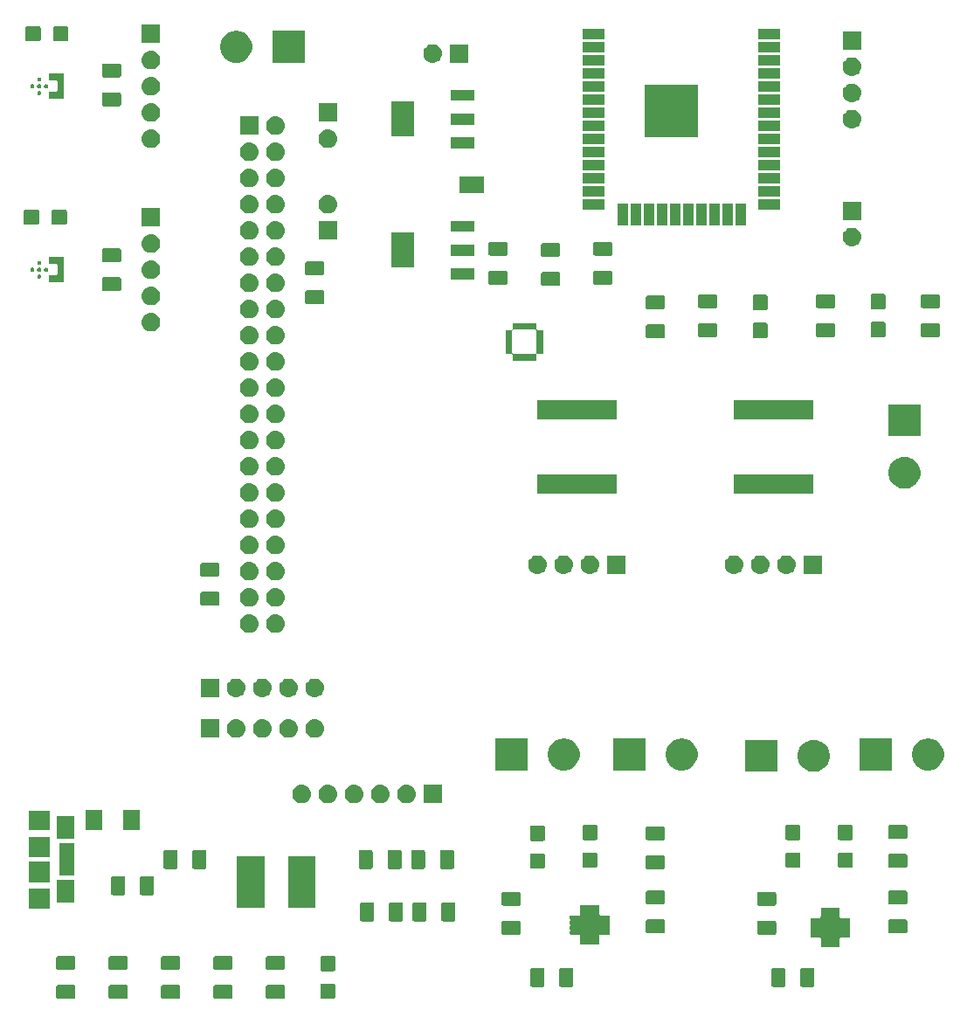
<source format=gbr>
G04 #@! TF.GenerationSoftware,KiCad,Pcbnew,(5.1.4-0-10_14)*
G04 #@! TF.CreationDate,2019-11-07T23:36:32+09:00*
G04 #@! TF.ProjectId,underwater,756e6465-7277-4617-9465-722e6b696361,rev?*
G04 #@! TF.SameCoordinates,Original*
G04 #@! TF.FileFunction,Soldermask,Top*
G04 #@! TF.FilePolarity,Negative*
%FSLAX46Y46*%
G04 Gerber Fmt 4.6, Leading zero omitted, Abs format (unit mm)*
G04 Created by KiCad (PCBNEW (5.1.4-0-10_14)) date 2019-11-07 23:36:32*
%MOMM*%
%LPD*%
G04 APERTURE LIST*
%ADD10C,0.100000*%
G04 APERTURE END LIST*
D10*
G36*
X137097798Y-126968247D02*
G01*
X137133367Y-126979037D01*
X137166139Y-126996554D01*
X137194869Y-127020131D01*
X137218446Y-127048861D01*
X137235963Y-127081633D01*
X137246753Y-127117202D01*
X137251000Y-127160325D01*
X137251000Y-128269675D01*
X137246753Y-128312798D01*
X137235963Y-128348367D01*
X137218446Y-128381139D01*
X137194869Y-128409869D01*
X137166139Y-128433446D01*
X137133367Y-128450963D01*
X137097798Y-128461753D01*
X137054675Y-128466000D01*
X135995325Y-128466000D01*
X135952202Y-128461753D01*
X135916633Y-128450963D01*
X135883861Y-128433446D01*
X135855131Y-128409869D01*
X135831554Y-128381139D01*
X135814037Y-128348367D01*
X135803247Y-128312798D01*
X135799000Y-128269675D01*
X135799000Y-127160325D01*
X135803247Y-127117202D01*
X135814037Y-127081633D01*
X135831554Y-127048861D01*
X135855131Y-127020131D01*
X135883861Y-126996554D01*
X135916633Y-126979037D01*
X135952202Y-126968247D01*
X135995325Y-126964000D01*
X137054675Y-126964000D01*
X137097798Y-126968247D01*
X137097798Y-126968247D01*
G37*
G36*
X127133604Y-127093347D02*
G01*
X127170144Y-127104432D01*
X127203821Y-127122433D01*
X127233341Y-127146659D01*
X127257567Y-127176179D01*
X127275568Y-127209856D01*
X127286653Y-127246396D01*
X127291000Y-127290538D01*
X127291000Y-128239462D01*
X127286653Y-128283604D01*
X127275568Y-128320144D01*
X127257567Y-128353821D01*
X127233341Y-128383341D01*
X127203821Y-128407567D01*
X127170144Y-128425568D01*
X127133604Y-128436653D01*
X127089462Y-128441000D01*
X125640538Y-128441000D01*
X125596396Y-128436653D01*
X125559856Y-128425568D01*
X125526179Y-128407567D01*
X125496659Y-128383341D01*
X125472433Y-128353821D01*
X125454432Y-128320144D01*
X125443347Y-128283604D01*
X125439000Y-128239462D01*
X125439000Y-127290538D01*
X125443347Y-127246396D01*
X125454432Y-127209856D01*
X125472433Y-127176179D01*
X125496659Y-127146659D01*
X125526179Y-127122433D01*
X125559856Y-127104432D01*
X125596396Y-127093347D01*
X125640538Y-127089000D01*
X127089462Y-127089000D01*
X127133604Y-127093347D01*
X127133604Y-127093347D01*
G37*
G36*
X122053604Y-127093347D02*
G01*
X122090144Y-127104432D01*
X122123821Y-127122433D01*
X122153341Y-127146659D01*
X122177567Y-127176179D01*
X122195568Y-127209856D01*
X122206653Y-127246396D01*
X122211000Y-127290538D01*
X122211000Y-128239462D01*
X122206653Y-128283604D01*
X122195568Y-128320144D01*
X122177567Y-128353821D01*
X122153341Y-128383341D01*
X122123821Y-128407567D01*
X122090144Y-128425568D01*
X122053604Y-128436653D01*
X122009462Y-128441000D01*
X120560538Y-128441000D01*
X120516396Y-128436653D01*
X120479856Y-128425568D01*
X120446179Y-128407567D01*
X120416659Y-128383341D01*
X120392433Y-128353821D01*
X120374432Y-128320144D01*
X120363347Y-128283604D01*
X120359000Y-128239462D01*
X120359000Y-127290538D01*
X120363347Y-127246396D01*
X120374432Y-127209856D01*
X120392433Y-127176179D01*
X120416659Y-127146659D01*
X120446179Y-127122433D01*
X120479856Y-127104432D01*
X120516396Y-127093347D01*
X120560538Y-127089000D01*
X122009462Y-127089000D01*
X122053604Y-127093347D01*
X122053604Y-127093347D01*
G37*
G36*
X116973604Y-127093347D02*
G01*
X117010144Y-127104432D01*
X117043821Y-127122433D01*
X117073341Y-127146659D01*
X117097567Y-127176179D01*
X117115568Y-127209856D01*
X117126653Y-127246396D01*
X117131000Y-127290538D01*
X117131000Y-128239462D01*
X117126653Y-128283604D01*
X117115568Y-128320144D01*
X117097567Y-128353821D01*
X117073341Y-128383341D01*
X117043821Y-128407567D01*
X117010144Y-128425568D01*
X116973604Y-128436653D01*
X116929462Y-128441000D01*
X115480538Y-128441000D01*
X115436396Y-128436653D01*
X115399856Y-128425568D01*
X115366179Y-128407567D01*
X115336659Y-128383341D01*
X115312433Y-128353821D01*
X115294432Y-128320144D01*
X115283347Y-128283604D01*
X115279000Y-128239462D01*
X115279000Y-127290538D01*
X115283347Y-127246396D01*
X115294432Y-127209856D01*
X115312433Y-127176179D01*
X115336659Y-127146659D01*
X115366179Y-127122433D01*
X115399856Y-127104432D01*
X115436396Y-127093347D01*
X115480538Y-127089000D01*
X116929462Y-127089000D01*
X116973604Y-127093347D01*
X116973604Y-127093347D01*
G37*
G36*
X111893604Y-127093347D02*
G01*
X111930144Y-127104432D01*
X111963821Y-127122433D01*
X111993341Y-127146659D01*
X112017567Y-127176179D01*
X112035568Y-127209856D01*
X112046653Y-127246396D01*
X112051000Y-127290538D01*
X112051000Y-128239462D01*
X112046653Y-128283604D01*
X112035568Y-128320144D01*
X112017567Y-128353821D01*
X111993341Y-128383341D01*
X111963821Y-128407567D01*
X111930144Y-128425568D01*
X111893604Y-128436653D01*
X111849462Y-128441000D01*
X110400538Y-128441000D01*
X110356396Y-128436653D01*
X110319856Y-128425568D01*
X110286179Y-128407567D01*
X110256659Y-128383341D01*
X110232433Y-128353821D01*
X110214432Y-128320144D01*
X110203347Y-128283604D01*
X110199000Y-128239462D01*
X110199000Y-127290538D01*
X110203347Y-127246396D01*
X110214432Y-127209856D01*
X110232433Y-127176179D01*
X110256659Y-127146659D01*
X110286179Y-127122433D01*
X110319856Y-127104432D01*
X110356396Y-127093347D01*
X110400538Y-127089000D01*
X111849462Y-127089000D01*
X111893604Y-127093347D01*
X111893604Y-127093347D01*
G37*
G36*
X132213604Y-127093347D02*
G01*
X132250144Y-127104432D01*
X132283821Y-127122433D01*
X132313341Y-127146659D01*
X132337567Y-127176179D01*
X132355568Y-127209856D01*
X132366653Y-127246396D01*
X132371000Y-127290538D01*
X132371000Y-128239462D01*
X132366653Y-128283604D01*
X132355568Y-128320144D01*
X132337567Y-128353821D01*
X132313341Y-128383341D01*
X132283821Y-128407567D01*
X132250144Y-128425568D01*
X132213604Y-128436653D01*
X132169462Y-128441000D01*
X130720538Y-128441000D01*
X130676396Y-128436653D01*
X130639856Y-128425568D01*
X130606179Y-128407567D01*
X130576659Y-128383341D01*
X130552433Y-128353821D01*
X130534432Y-128320144D01*
X130523347Y-128283604D01*
X130519000Y-128239462D01*
X130519000Y-127290538D01*
X130523347Y-127246396D01*
X130534432Y-127209856D01*
X130552433Y-127176179D01*
X130576659Y-127146659D01*
X130606179Y-127122433D01*
X130639856Y-127104432D01*
X130676396Y-127093347D01*
X130720538Y-127089000D01*
X132169462Y-127089000D01*
X132213604Y-127093347D01*
X132213604Y-127093347D01*
G37*
G36*
X160163604Y-125443347D02*
G01*
X160200144Y-125454432D01*
X160233821Y-125472433D01*
X160263341Y-125496659D01*
X160287567Y-125526179D01*
X160305568Y-125559856D01*
X160316653Y-125596396D01*
X160321000Y-125640538D01*
X160321000Y-127089462D01*
X160316653Y-127133604D01*
X160305568Y-127170144D01*
X160287567Y-127203821D01*
X160263341Y-127233341D01*
X160233821Y-127257567D01*
X160200144Y-127275568D01*
X160163604Y-127286653D01*
X160119462Y-127291000D01*
X159170538Y-127291000D01*
X159126396Y-127286653D01*
X159089856Y-127275568D01*
X159056179Y-127257567D01*
X159026659Y-127233341D01*
X159002433Y-127203821D01*
X158984432Y-127170144D01*
X158973347Y-127133604D01*
X158969000Y-127089462D01*
X158969000Y-125640538D01*
X158973347Y-125596396D01*
X158984432Y-125559856D01*
X159002433Y-125526179D01*
X159026659Y-125496659D01*
X159056179Y-125472433D01*
X159089856Y-125454432D01*
X159126396Y-125443347D01*
X159170538Y-125439000D01*
X160119462Y-125439000D01*
X160163604Y-125443347D01*
X160163604Y-125443347D01*
G37*
G36*
X157363604Y-125443347D02*
G01*
X157400144Y-125454432D01*
X157433821Y-125472433D01*
X157463341Y-125496659D01*
X157487567Y-125526179D01*
X157505568Y-125559856D01*
X157516653Y-125596396D01*
X157521000Y-125640538D01*
X157521000Y-127089462D01*
X157516653Y-127133604D01*
X157505568Y-127170144D01*
X157487567Y-127203821D01*
X157463341Y-127233341D01*
X157433821Y-127257567D01*
X157400144Y-127275568D01*
X157363604Y-127286653D01*
X157319462Y-127291000D01*
X156370538Y-127291000D01*
X156326396Y-127286653D01*
X156289856Y-127275568D01*
X156256179Y-127257567D01*
X156226659Y-127233341D01*
X156202433Y-127203821D01*
X156184432Y-127170144D01*
X156173347Y-127133604D01*
X156169000Y-127089462D01*
X156169000Y-125640538D01*
X156173347Y-125596396D01*
X156184432Y-125559856D01*
X156202433Y-125526179D01*
X156226659Y-125496659D01*
X156256179Y-125472433D01*
X156289856Y-125454432D01*
X156326396Y-125443347D01*
X156370538Y-125439000D01*
X157319462Y-125439000D01*
X157363604Y-125443347D01*
X157363604Y-125443347D01*
G37*
G36*
X183528604Y-125443347D02*
G01*
X183565144Y-125454432D01*
X183598821Y-125472433D01*
X183628341Y-125496659D01*
X183652567Y-125526179D01*
X183670568Y-125559856D01*
X183681653Y-125596396D01*
X183686000Y-125640538D01*
X183686000Y-127089462D01*
X183681653Y-127133604D01*
X183670568Y-127170144D01*
X183652567Y-127203821D01*
X183628341Y-127233341D01*
X183598821Y-127257567D01*
X183565144Y-127275568D01*
X183528604Y-127286653D01*
X183484462Y-127291000D01*
X182535538Y-127291000D01*
X182491396Y-127286653D01*
X182454856Y-127275568D01*
X182421179Y-127257567D01*
X182391659Y-127233341D01*
X182367433Y-127203821D01*
X182349432Y-127170144D01*
X182338347Y-127133604D01*
X182334000Y-127089462D01*
X182334000Y-125640538D01*
X182338347Y-125596396D01*
X182349432Y-125559856D01*
X182367433Y-125526179D01*
X182391659Y-125496659D01*
X182421179Y-125472433D01*
X182454856Y-125454432D01*
X182491396Y-125443347D01*
X182535538Y-125439000D01*
X183484462Y-125439000D01*
X183528604Y-125443347D01*
X183528604Y-125443347D01*
G37*
G36*
X180728604Y-125443347D02*
G01*
X180765144Y-125454432D01*
X180798821Y-125472433D01*
X180828341Y-125496659D01*
X180852567Y-125526179D01*
X180870568Y-125559856D01*
X180881653Y-125596396D01*
X180886000Y-125640538D01*
X180886000Y-127089462D01*
X180881653Y-127133604D01*
X180870568Y-127170144D01*
X180852567Y-127203821D01*
X180828341Y-127233341D01*
X180798821Y-127257567D01*
X180765144Y-127275568D01*
X180728604Y-127286653D01*
X180684462Y-127291000D01*
X179735538Y-127291000D01*
X179691396Y-127286653D01*
X179654856Y-127275568D01*
X179621179Y-127257567D01*
X179591659Y-127233341D01*
X179567433Y-127203821D01*
X179549432Y-127170144D01*
X179538347Y-127133604D01*
X179534000Y-127089462D01*
X179534000Y-125640538D01*
X179538347Y-125596396D01*
X179549432Y-125559856D01*
X179567433Y-125526179D01*
X179591659Y-125496659D01*
X179621179Y-125472433D01*
X179654856Y-125454432D01*
X179691396Y-125443347D01*
X179735538Y-125439000D01*
X180684462Y-125439000D01*
X180728604Y-125443347D01*
X180728604Y-125443347D01*
G37*
G36*
X137097798Y-124268247D02*
G01*
X137133367Y-124279037D01*
X137166139Y-124296554D01*
X137194869Y-124320131D01*
X137218446Y-124348861D01*
X137235963Y-124381633D01*
X137246753Y-124417202D01*
X137251000Y-124460325D01*
X137251000Y-125569675D01*
X137246753Y-125612798D01*
X137235963Y-125648367D01*
X137218446Y-125681139D01*
X137194869Y-125709869D01*
X137166139Y-125733446D01*
X137133367Y-125750963D01*
X137097798Y-125761753D01*
X137054675Y-125766000D01*
X135995325Y-125766000D01*
X135952202Y-125761753D01*
X135916633Y-125750963D01*
X135883861Y-125733446D01*
X135855131Y-125709869D01*
X135831554Y-125681139D01*
X135814037Y-125648367D01*
X135803247Y-125612798D01*
X135799000Y-125569675D01*
X135799000Y-124460325D01*
X135803247Y-124417202D01*
X135814037Y-124381633D01*
X135831554Y-124348861D01*
X135855131Y-124320131D01*
X135883861Y-124296554D01*
X135916633Y-124279037D01*
X135952202Y-124268247D01*
X135995325Y-124264000D01*
X137054675Y-124264000D01*
X137097798Y-124268247D01*
X137097798Y-124268247D01*
G37*
G36*
X127133604Y-124293347D02*
G01*
X127170144Y-124304432D01*
X127203821Y-124322433D01*
X127233341Y-124346659D01*
X127257567Y-124376179D01*
X127275568Y-124409856D01*
X127286653Y-124446396D01*
X127291000Y-124490538D01*
X127291000Y-125439462D01*
X127286653Y-125483604D01*
X127275568Y-125520144D01*
X127257567Y-125553821D01*
X127233341Y-125583341D01*
X127203821Y-125607567D01*
X127170144Y-125625568D01*
X127133604Y-125636653D01*
X127089462Y-125641000D01*
X125640538Y-125641000D01*
X125596396Y-125636653D01*
X125559856Y-125625568D01*
X125526179Y-125607567D01*
X125496659Y-125583341D01*
X125472433Y-125553821D01*
X125454432Y-125520144D01*
X125443347Y-125483604D01*
X125439000Y-125439462D01*
X125439000Y-124490538D01*
X125443347Y-124446396D01*
X125454432Y-124409856D01*
X125472433Y-124376179D01*
X125496659Y-124346659D01*
X125526179Y-124322433D01*
X125559856Y-124304432D01*
X125596396Y-124293347D01*
X125640538Y-124289000D01*
X127089462Y-124289000D01*
X127133604Y-124293347D01*
X127133604Y-124293347D01*
G37*
G36*
X116973604Y-124293347D02*
G01*
X117010144Y-124304432D01*
X117043821Y-124322433D01*
X117073341Y-124346659D01*
X117097567Y-124376179D01*
X117115568Y-124409856D01*
X117126653Y-124446396D01*
X117131000Y-124490538D01*
X117131000Y-125439462D01*
X117126653Y-125483604D01*
X117115568Y-125520144D01*
X117097567Y-125553821D01*
X117073341Y-125583341D01*
X117043821Y-125607567D01*
X117010144Y-125625568D01*
X116973604Y-125636653D01*
X116929462Y-125641000D01*
X115480538Y-125641000D01*
X115436396Y-125636653D01*
X115399856Y-125625568D01*
X115366179Y-125607567D01*
X115336659Y-125583341D01*
X115312433Y-125553821D01*
X115294432Y-125520144D01*
X115283347Y-125483604D01*
X115279000Y-125439462D01*
X115279000Y-124490538D01*
X115283347Y-124446396D01*
X115294432Y-124409856D01*
X115312433Y-124376179D01*
X115336659Y-124346659D01*
X115366179Y-124322433D01*
X115399856Y-124304432D01*
X115436396Y-124293347D01*
X115480538Y-124289000D01*
X116929462Y-124289000D01*
X116973604Y-124293347D01*
X116973604Y-124293347D01*
G37*
G36*
X132213604Y-124293347D02*
G01*
X132250144Y-124304432D01*
X132283821Y-124322433D01*
X132313341Y-124346659D01*
X132337567Y-124376179D01*
X132355568Y-124409856D01*
X132366653Y-124446396D01*
X132371000Y-124490538D01*
X132371000Y-125439462D01*
X132366653Y-125483604D01*
X132355568Y-125520144D01*
X132337567Y-125553821D01*
X132313341Y-125583341D01*
X132283821Y-125607567D01*
X132250144Y-125625568D01*
X132213604Y-125636653D01*
X132169462Y-125641000D01*
X130720538Y-125641000D01*
X130676396Y-125636653D01*
X130639856Y-125625568D01*
X130606179Y-125607567D01*
X130576659Y-125583341D01*
X130552433Y-125553821D01*
X130534432Y-125520144D01*
X130523347Y-125483604D01*
X130519000Y-125439462D01*
X130519000Y-124490538D01*
X130523347Y-124446396D01*
X130534432Y-124409856D01*
X130552433Y-124376179D01*
X130576659Y-124346659D01*
X130606179Y-124322433D01*
X130639856Y-124304432D01*
X130676396Y-124293347D01*
X130720538Y-124289000D01*
X132169462Y-124289000D01*
X132213604Y-124293347D01*
X132213604Y-124293347D01*
G37*
G36*
X122053604Y-124293347D02*
G01*
X122090144Y-124304432D01*
X122123821Y-124322433D01*
X122153341Y-124346659D01*
X122177567Y-124376179D01*
X122195568Y-124409856D01*
X122206653Y-124446396D01*
X122211000Y-124490538D01*
X122211000Y-125439462D01*
X122206653Y-125483604D01*
X122195568Y-125520144D01*
X122177567Y-125553821D01*
X122153341Y-125583341D01*
X122123821Y-125607567D01*
X122090144Y-125625568D01*
X122053604Y-125636653D01*
X122009462Y-125641000D01*
X120560538Y-125641000D01*
X120516396Y-125636653D01*
X120479856Y-125625568D01*
X120446179Y-125607567D01*
X120416659Y-125583341D01*
X120392433Y-125553821D01*
X120374432Y-125520144D01*
X120363347Y-125483604D01*
X120359000Y-125439462D01*
X120359000Y-124490538D01*
X120363347Y-124446396D01*
X120374432Y-124409856D01*
X120392433Y-124376179D01*
X120416659Y-124346659D01*
X120446179Y-124322433D01*
X120479856Y-124304432D01*
X120516396Y-124293347D01*
X120560538Y-124289000D01*
X122009462Y-124289000D01*
X122053604Y-124293347D01*
X122053604Y-124293347D01*
G37*
G36*
X111893604Y-124293347D02*
G01*
X111930144Y-124304432D01*
X111963821Y-124322433D01*
X111993341Y-124346659D01*
X112017567Y-124376179D01*
X112035568Y-124409856D01*
X112046653Y-124446396D01*
X112051000Y-124490538D01*
X112051000Y-125439462D01*
X112046653Y-125483604D01*
X112035568Y-125520144D01*
X112017567Y-125553821D01*
X111993341Y-125583341D01*
X111963821Y-125607567D01*
X111930144Y-125625568D01*
X111893604Y-125636653D01*
X111849462Y-125641000D01*
X110400538Y-125641000D01*
X110356396Y-125636653D01*
X110319856Y-125625568D01*
X110286179Y-125607567D01*
X110256659Y-125583341D01*
X110232433Y-125553821D01*
X110214432Y-125520144D01*
X110203347Y-125483604D01*
X110199000Y-125439462D01*
X110199000Y-124490538D01*
X110203347Y-124446396D01*
X110214432Y-124409856D01*
X110232433Y-124376179D01*
X110256659Y-124346659D01*
X110286179Y-124322433D01*
X110319856Y-124304432D01*
X110356396Y-124293347D01*
X110400538Y-124289000D01*
X111849462Y-124289000D01*
X111893604Y-124293347D01*
X111893604Y-124293347D01*
G37*
G36*
X184632855Y-119610083D02*
G01*
X184637529Y-119611501D01*
X184641830Y-119613800D01*
X184648202Y-119619029D01*
X184668576Y-119632643D01*
X184691215Y-119642020D01*
X184715249Y-119646800D01*
X184739753Y-119646800D01*
X184763786Y-119642019D01*
X184786425Y-119632642D01*
X184806798Y-119619029D01*
X184813170Y-119613800D01*
X184817471Y-119611501D01*
X184822145Y-119610083D01*
X184833141Y-119609000D01*
X185121859Y-119609000D01*
X185132855Y-119610083D01*
X185137529Y-119611501D01*
X185141830Y-119613800D01*
X185148202Y-119619029D01*
X185168576Y-119632643D01*
X185191215Y-119642020D01*
X185215249Y-119646800D01*
X185239753Y-119646800D01*
X185263786Y-119642019D01*
X185286425Y-119632642D01*
X185306798Y-119619029D01*
X185313170Y-119613800D01*
X185317471Y-119611501D01*
X185322145Y-119610083D01*
X185333141Y-119609000D01*
X185621859Y-119609000D01*
X185632855Y-119610083D01*
X185637529Y-119611501D01*
X185641830Y-119613800D01*
X185648202Y-119619029D01*
X185668576Y-119632643D01*
X185691215Y-119642020D01*
X185715249Y-119646800D01*
X185739753Y-119646800D01*
X185763786Y-119642019D01*
X185786425Y-119632642D01*
X185806798Y-119619029D01*
X185813170Y-119613800D01*
X185817471Y-119611501D01*
X185822145Y-119610083D01*
X185833141Y-119609000D01*
X186121859Y-119609000D01*
X186132855Y-119610083D01*
X186137529Y-119611501D01*
X186141831Y-119613800D01*
X186145604Y-119616896D01*
X186148700Y-119620669D01*
X186150999Y-119624971D01*
X186152417Y-119629645D01*
X186153500Y-119640641D01*
X186153500Y-120484001D01*
X186155902Y-120508387D01*
X186163015Y-120531836D01*
X186174566Y-120553447D01*
X186190111Y-120572389D01*
X186209053Y-120587934D01*
X186230664Y-120599485D01*
X186254113Y-120606598D01*
X186278499Y-120609000D01*
X187121859Y-120609000D01*
X187132855Y-120610083D01*
X187137529Y-120611501D01*
X187141831Y-120613800D01*
X187145604Y-120616896D01*
X187148700Y-120620669D01*
X187150999Y-120624971D01*
X187152417Y-120629645D01*
X187153500Y-120640641D01*
X187153500Y-120929359D01*
X187152417Y-120940355D01*
X187150999Y-120945029D01*
X187148700Y-120949330D01*
X187143471Y-120955702D01*
X187129857Y-120976076D01*
X187120480Y-120998715D01*
X187115700Y-121022749D01*
X187115700Y-121047253D01*
X187120481Y-121071286D01*
X187129858Y-121093925D01*
X187143471Y-121114298D01*
X187148700Y-121120670D01*
X187150999Y-121124971D01*
X187152417Y-121129645D01*
X187153500Y-121140641D01*
X187153500Y-121429359D01*
X187152417Y-121440355D01*
X187150999Y-121445029D01*
X187148700Y-121449330D01*
X187143471Y-121455702D01*
X187129857Y-121476076D01*
X187120480Y-121498715D01*
X187115700Y-121522749D01*
X187115700Y-121547253D01*
X187120481Y-121571286D01*
X187129858Y-121593925D01*
X187143471Y-121614298D01*
X187148700Y-121620670D01*
X187150999Y-121624971D01*
X187152417Y-121629645D01*
X187153500Y-121640641D01*
X187153500Y-121929359D01*
X187152417Y-121940355D01*
X187150999Y-121945029D01*
X187148700Y-121949330D01*
X187143471Y-121955702D01*
X187129857Y-121976076D01*
X187120480Y-121998715D01*
X187115700Y-122022749D01*
X187115700Y-122047253D01*
X187120481Y-122071286D01*
X187129858Y-122093925D01*
X187143471Y-122114298D01*
X187148700Y-122120670D01*
X187150999Y-122124971D01*
X187152417Y-122129645D01*
X187153500Y-122140641D01*
X187153500Y-122429359D01*
X187152417Y-122440355D01*
X187150999Y-122445029D01*
X187148700Y-122449331D01*
X187145604Y-122453104D01*
X187141831Y-122456200D01*
X187137529Y-122458499D01*
X187132855Y-122459917D01*
X187121859Y-122461000D01*
X186278499Y-122461000D01*
X186254113Y-122463402D01*
X186230664Y-122470515D01*
X186209053Y-122482066D01*
X186190111Y-122497611D01*
X186174566Y-122516553D01*
X186163015Y-122538164D01*
X186155902Y-122561613D01*
X186153500Y-122585999D01*
X186153500Y-123429359D01*
X186152417Y-123440355D01*
X186150999Y-123445029D01*
X186148700Y-123449331D01*
X186145604Y-123453104D01*
X186141831Y-123456200D01*
X186137529Y-123458499D01*
X186132855Y-123459917D01*
X186121859Y-123461000D01*
X185833141Y-123461000D01*
X185822145Y-123459917D01*
X185817471Y-123458499D01*
X185813170Y-123456200D01*
X185806798Y-123450971D01*
X185786424Y-123437357D01*
X185763785Y-123427980D01*
X185739751Y-123423200D01*
X185715247Y-123423200D01*
X185691214Y-123427981D01*
X185668575Y-123437358D01*
X185648202Y-123450971D01*
X185641830Y-123456200D01*
X185637529Y-123458499D01*
X185632855Y-123459917D01*
X185621859Y-123461000D01*
X185333141Y-123461000D01*
X185322145Y-123459917D01*
X185317471Y-123458499D01*
X185313170Y-123456200D01*
X185306798Y-123450971D01*
X185286424Y-123437357D01*
X185263785Y-123427980D01*
X185239751Y-123423200D01*
X185215247Y-123423200D01*
X185191214Y-123427981D01*
X185168575Y-123437358D01*
X185148202Y-123450971D01*
X185141830Y-123456200D01*
X185137529Y-123458499D01*
X185132855Y-123459917D01*
X185121859Y-123461000D01*
X184833141Y-123461000D01*
X184822145Y-123459917D01*
X184817471Y-123458499D01*
X184813170Y-123456200D01*
X184806798Y-123450971D01*
X184786424Y-123437357D01*
X184763785Y-123427980D01*
X184739751Y-123423200D01*
X184715247Y-123423200D01*
X184691214Y-123427981D01*
X184668575Y-123437358D01*
X184648202Y-123450971D01*
X184641830Y-123456200D01*
X184637529Y-123458499D01*
X184632855Y-123459917D01*
X184621859Y-123461000D01*
X184333141Y-123461000D01*
X184322145Y-123459917D01*
X184317471Y-123458499D01*
X184313169Y-123456200D01*
X184309396Y-123453104D01*
X184306300Y-123449331D01*
X184304001Y-123445029D01*
X184302583Y-123440355D01*
X184301500Y-123429359D01*
X184301500Y-122585999D01*
X184299098Y-122561613D01*
X184291985Y-122538164D01*
X184280434Y-122516553D01*
X184264889Y-122497611D01*
X184245947Y-122482066D01*
X184224336Y-122470515D01*
X184200887Y-122463402D01*
X184176501Y-122461000D01*
X183333141Y-122461000D01*
X183322145Y-122459917D01*
X183317471Y-122458499D01*
X183313169Y-122456200D01*
X183309396Y-122453104D01*
X183306300Y-122449331D01*
X183304001Y-122445029D01*
X183302583Y-122440355D01*
X183301500Y-122429359D01*
X183301500Y-122140641D01*
X183302583Y-122129645D01*
X183304001Y-122124971D01*
X183306300Y-122120670D01*
X183311529Y-122114298D01*
X183325143Y-122093924D01*
X183334520Y-122071285D01*
X183339300Y-122047251D01*
X183339300Y-122022747D01*
X183334519Y-121998714D01*
X183325142Y-121976075D01*
X183311529Y-121955702D01*
X183306300Y-121949330D01*
X183304001Y-121945029D01*
X183302583Y-121940355D01*
X183301500Y-121929359D01*
X183301500Y-121640641D01*
X183302583Y-121629645D01*
X183304001Y-121624971D01*
X183306300Y-121620670D01*
X183311529Y-121614298D01*
X183325143Y-121593924D01*
X183334520Y-121571285D01*
X183339300Y-121547251D01*
X183339300Y-121522747D01*
X183334519Y-121498714D01*
X183325142Y-121476075D01*
X183311529Y-121455702D01*
X183306300Y-121449330D01*
X183304001Y-121445029D01*
X183302583Y-121440355D01*
X183301500Y-121429359D01*
X183301500Y-121140641D01*
X183302583Y-121129645D01*
X183304001Y-121124971D01*
X183306300Y-121120670D01*
X183311529Y-121114298D01*
X183325143Y-121093924D01*
X183334520Y-121071285D01*
X183339300Y-121047251D01*
X183339300Y-121022747D01*
X183334519Y-120998714D01*
X183325142Y-120976075D01*
X183311529Y-120955702D01*
X183306300Y-120949330D01*
X183304001Y-120945029D01*
X183302583Y-120940355D01*
X183301500Y-120929359D01*
X183301500Y-120640641D01*
X183302583Y-120629645D01*
X183304001Y-120624971D01*
X183306300Y-120620669D01*
X183309396Y-120616896D01*
X183313169Y-120613800D01*
X183317471Y-120611501D01*
X183322145Y-120610083D01*
X183333141Y-120609000D01*
X184176501Y-120609000D01*
X184200887Y-120606598D01*
X184224336Y-120599485D01*
X184245947Y-120587934D01*
X184264889Y-120572389D01*
X184280434Y-120553447D01*
X184291985Y-120531836D01*
X184299098Y-120508387D01*
X184301500Y-120484001D01*
X184301500Y-119640641D01*
X184302583Y-119629645D01*
X184304001Y-119624971D01*
X184306300Y-119620669D01*
X184309396Y-119616896D01*
X184313169Y-119613800D01*
X184317471Y-119611501D01*
X184322145Y-119610083D01*
X184333141Y-119609000D01*
X184621859Y-119609000D01*
X184632855Y-119610083D01*
X184632855Y-119610083D01*
G37*
G36*
X161330355Y-119360083D02*
G01*
X161335029Y-119361501D01*
X161339330Y-119363800D01*
X161345702Y-119369029D01*
X161366076Y-119382643D01*
X161388715Y-119392020D01*
X161412749Y-119396800D01*
X161437253Y-119396800D01*
X161461286Y-119392019D01*
X161483925Y-119382642D01*
X161504298Y-119369029D01*
X161510670Y-119363800D01*
X161514971Y-119361501D01*
X161519645Y-119360083D01*
X161530641Y-119359000D01*
X161819359Y-119359000D01*
X161830355Y-119360083D01*
X161835029Y-119361501D01*
X161839330Y-119363800D01*
X161845702Y-119369029D01*
X161866076Y-119382643D01*
X161888715Y-119392020D01*
X161912749Y-119396800D01*
X161937253Y-119396800D01*
X161961286Y-119392019D01*
X161983925Y-119382642D01*
X162004298Y-119369029D01*
X162010670Y-119363800D01*
X162014971Y-119361501D01*
X162019645Y-119360083D01*
X162030641Y-119359000D01*
X162319359Y-119359000D01*
X162330355Y-119360083D01*
X162335029Y-119361501D01*
X162339330Y-119363800D01*
X162345702Y-119369029D01*
X162366076Y-119382643D01*
X162388715Y-119392020D01*
X162412749Y-119396800D01*
X162437253Y-119396800D01*
X162461286Y-119392019D01*
X162483925Y-119382642D01*
X162504298Y-119369029D01*
X162510670Y-119363800D01*
X162514971Y-119361501D01*
X162519645Y-119360083D01*
X162530641Y-119359000D01*
X162819359Y-119359000D01*
X162830355Y-119360083D01*
X162835029Y-119361501D01*
X162839331Y-119363800D01*
X162843104Y-119366896D01*
X162846200Y-119370669D01*
X162848499Y-119374971D01*
X162849917Y-119379645D01*
X162851000Y-119390641D01*
X162851000Y-120234001D01*
X162853402Y-120258387D01*
X162860515Y-120281836D01*
X162872066Y-120303447D01*
X162887611Y-120322389D01*
X162906553Y-120337934D01*
X162928164Y-120349485D01*
X162951613Y-120356598D01*
X162975999Y-120359000D01*
X163819359Y-120359000D01*
X163830355Y-120360083D01*
X163835029Y-120361501D01*
X163839331Y-120363800D01*
X163843104Y-120366896D01*
X163846200Y-120370669D01*
X163848499Y-120374971D01*
X163849917Y-120379645D01*
X163851000Y-120390641D01*
X163851000Y-120679359D01*
X163849917Y-120690355D01*
X163848499Y-120695029D01*
X163846200Y-120699330D01*
X163840971Y-120705702D01*
X163827357Y-120726076D01*
X163817980Y-120748715D01*
X163813200Y-120772749D01*
X163813200Y-120797253D01*
X163817981Y-120821286D01*
X163827358Y-120843925D01*
X163840971Y-120864298D01*
X163846200Y-120870670D01*
X163848499Y-120874971D01*
X163849917Y-120879645D01*
X163851000Y-120890641D01*
X163851000Y-121179359D01*
X163849917Y-121190355D01*
X163848499Y-121195029D01*
X163846200Y-121199330D01*
X163840971Y-121205702D01*
X163827357Y-121226076D01*
X163817980Y-121248715D01*
X163813200Y-121272749D01*
X163813200Y-121297253D01*
X163817981Y-121321286D01*
X163827358Y-121343925D01*
X163840971Y-121364298D01*
X163846200Y-121370670D01*
X163848499Y-121374971D01*
X163849917Y-121379645D01*
X163851000Y-121390641D01*
X163851000Y-121679359D01*
X163849917Y-121690355D01*
X163848499Y-121695029D01*
X163846200Y-121699330D01*
X163840971Y-121705702D01*
X163827357Y-121726076D01*
X163817980Y-121748715D01*
X163813200Y-121772749D01*
X163813200Y-121797253D01*
X163817981Y-121821286D01*
X163827358Y-121843925D01*
X163840971Y-121864298D01*
X163846200Y-121870670D01*
X163848499Y-121874971D01*
X163849917Y-121879645D01*
X163851000Y-121890641D01*
X163851000Y-122179359D01*
X163849917Y-122190355D01*
X163848499Y-122195029D01*
X163846200Y-122199331D01*
X163843104Y-122203104D01*
X163839331Y-122206200D01*
X163835029Y-122208499D01*
X163830355Y-122209917D01*
X163819359Y-122211000D01*
X162975999Y-122211000D01*
X162951613Y-122213402D01*
X162928164Y-122220515D01*
X162906553Y-122232066D01*
X162887611Y-122247611D01*
X162872066Y-122266553D01*
X162860515Y-122288164D01*
X162853402Y-122311613D01*
X162851000Y-122335999D01*
X162851000Y-123179359D01*
X162849917Y-123190355D01*
X162848499Y-123195029D01*
X162846200Y-123199331D01*
X162843104Y-123203104D01*
X162839331Y-123206200D01*
X162835029Y-123208499D01*
X162830355Y-123209917D01*
X162819359Y-123211000D01*
X162530641Y-123211000D01*
X162519645Y-123209917D01*
X162514971Y-123208499D01*
X162510670Y-123206200D01*
X162504298Y-123200971D01*
X162483924Y-123187357D01*
X162461285Y-123177980D01*
X162437251Y-123173200D01*
X162412747Y-123173200D01*
X162388714Y-123177981D01*
X162366075Y-123187358D01*
X162345702Y-123200971D01*
X162339330Y-123206200D01*
X162335029Y-123208499D01*
X162330355Y-123209917D01*
X162319359Y-123211000D01*
X162030641Y-123211000D01*
X162019645Y-123209917D01*
X162014971Y-123208499D01*
X162010670Y-123206200D01*
X162004298Y-123200971D01*
X161983924Y-123187357D01*
X161961285Y-123177980D01*
X161937251Y-123173200D01*
X161912747Y-123173200D01*
X161888714Y-123177981D01*
X161866075Y-123187358D01*
X161845702Y-123200971D01*
X161839330Y-123206200D01*
X161835029Y-123208499D01*
X161830355Y-123209917D01*
X161819359Y-123211000D01*
X161530641Y-123211000D01*
X161519645Y-123209917D01*
X161514971Y-123208499D01*
X161510670Y-123206200D01*
X161504298Y-123200971D01*
X161483924Y-123187357D01*
X161461285Y-123177980D01*
X161437251Y-123173200D01*
X161412747Y-123173200D01*
X161388714Y-123177981D01*
X161366075Y-123187358D01*
X161345702Y-123200971D01*
X161339330Y-123206200D01*
X161335029Y-123208499D01*
X161330355Y-123209917D01*
X161319359Y-123211000D01*
X161030641Y-123211000D01*
X161019645Y-123209917D01*
X161014971Y-123208499D01*
X161010669Y-123206200D01*
X161006896Y-123203104D01*
X161003800Y-123199331D01*
X161001501Y-123195029D01*
X161000083Y-123190355D01*
X160999000Y-123179359D01*
X160999000Y-122335999D01*
X160996598Y-122311613D01*
X160989485Y-122288164D01*
X160977934Y-122266553D01*
X160962389Y-122247611D01*
X160943447Y-122232066D01*
X160921836Y-122220515D01*
X160898387Y-122213402D01*
X160874001Y-122211000D01*
X160030641Y-122211000D01*
X160019645Y-122209917D01*
X160014971Y-122208499D01*
X160010669Y-122206200D01*
X160006896Y-122203104D01*
X160003800Y-122199331D01*
X160001501Y-122195029D01*
X160000083Y-122190355D01*
X159999000Y-122179359D01*
X159999000Y-121890641D01*
X160000083Y-121879645D01*
X160001501Y-121874971D01*
X160003800Y-121870670D01*
X160009029Y-121864298D01*
X160022643Y-121843924D01*
X160032020Y-121821285D01*
X160036800Y-121797251D01*
X160036800Y-121772747D01*
X160032019Y-121748714D01*
X160022642Y-121726075D01*
X160009029Y-121705702D01*
X160003800Y-121699330D01*
X160001501Y-121695029D01*
X160000083Y-121690355D01*
X159999000Y-121679359D01*
X159999000Y-121390641D01*
X160000083Y-121379645D01*
X160001501Y-121374971D01*
X160003800Y-121370670D01*
X160009029Y-121364298D01*
X160022643Y-121343924D01*
X160032020Y-121321285D01*
X160036800Y-121297251D01*
X160036800Y-121272747D01*
X160032019Y-121248714D01*
X160022642Y-121226075D01*
X160009029Y-121205702D01*
X160003800Y-121199330D01*
X160001501Y-121195029D01*
X160000083Y-121190355D01*
X159999000Y-121179359D01*
X159999000Y-120890641D01*
X160000083Y-120879645D01*
X160001501Y-120874971D01*
X160003800Y-120870670D01*
X160009029Y-120864298D01*
X160022643Y-120843924D01*
X160032020Y-120821285D01*
X160036800Y-120797251D01*
X160036800Y-120772747D01*
X160032019Y-120748714D01*
X160022642Y-120726075D01*
X160009029Y-120705702D01*
X160003800Y-120699330D01*
X160001501Y-120695029D01*
X160000083Y-120690355D01*
X159999000Y-120679359D01*
X159999000Y-120390641D01*
X160000083Y-120379645D01*
X160001501Y-120374971D01*
X160003800Y-120370669D01*
X160006896Y-120366896D01*
X160010669Y-120363800D01*
X160014971Y-120361501D01*
X160019645Y-120360083D01*
X160030641Y-120359000D01*
X160874001Y-120359000D01*
X160898387Y-120356598D01*
X160921836Y-120349485D01*
X160943447Y-120337934D01*
X160962389Y-120322389D01*
X160977934Y-120303447D01*
X160989485Y-120281836D01*
X160996598Y-120258387D01*
X160999000Y-120234001D01*
X160999000Y-119390641D01*
X161000083Y-119379645D01*
X161001501Y-119374971D01*
X161003800Y-119370669D01*
X161006896Y-119366896D01*
X161010669Y-119363800D01*
X161014971Y-119361501D01*
X161019645Y-119360083D01*
X161030641Y-119359000D01*
X161319359Y-119359000D01*
X161330355Y-119360083D01*
X161330355Y-119360083D01*
G37*
G36*
X155073604Y-120873347D02*
G01*
X155110144Y-120884432D01*
X155143821Y-120902433D01*
X155173341Y-120926659D01*
X155197567Y-120956179D01*
X155215568Y-120989856D01*
X155226653Y-121026396D01*
X155231000Y-121070538D01*
X155231000Y-122019462D01*
X155226653Y-122063604D01*
X155215568Y-122100144D01*
X155197567Y-122133821D01*
X155173341Y-122163341D01*
X155143821Y-122187567D01*
X155110144Y-122205568D01*
X155073604Y-122216653D01*
X155029462Y-122221000D01*
X153580538Y-122221000D01*
X153536396Y-122216653D01*
X153499856Y-122205568D01*
X153466179Y-122187567D01*
X153436659Y-122163341D01*
X153412433Y-122133821D01*
X153394432Y-122100144D01*
X153383347Y-122063604D01*
X153379000Y-122019462D01*
X153379000Y-121070538D01*
X153383347Y-121026396D01*
X153394432Y-120989856D01*
X153412433Y-120956179D01*
X153436659Y-120926659D01*
X153466179Y-120902433D01*
X153499856Y-120884432D01*
X153536396Y-120873347D01*
X153580538Y-120869000D01*
X155029462Y-120869000D01*
X155073604Y-120873347D01*
X155073604Y-120873347D01*
G37*
G36*
X179838604Y-120873347D02*
G01*
X179875144Y-120884432D01*
X179908821Y-120902433D01*
X179938341Y-120926659D01*
X179962567Y-120956179D01*
X179980568Y-120989856D01*
X179991653Y-121026396D01*
X179996000Y-121070538D01*
X179996000Y-122019462D01*
X179991653Y-122063604D01*
X179980568Y-122100144D01*
X179962567Y-122133821D01*
X179938341Y-122163341D01*
X179908821Y-122187567D01*
X179875144Y-122205568D01*
X179838604Y-122216653D01*
X179794462Y-122221000D01*
X178345538Y-122221000D01*
X178301396Y-122216653D01*
X178264856Y-122205568D01*
X178231179Y-122187567D01*
X178201659Y-122163341D01*
X178177433Y-122133821D01*
X178159432Y-122100144D01*
X178148347Y-122063604D01*
X178144000Y-122019462D01*
X178144000Y-121070538D01*
X178148347Y-121026396D01*
X178159432Y-120989856D01*
X178177433Y-120956179D01*
X178201659Y-120926659D01*
X178231179Y-120902433D01*
X178264856Y-120884432D01*
X178301396Y-120873347D01*
X178345538Y-120869000D01*
X179794462Y-120869000D01*
X179838604Y-120873347D01*
X179838604Y-120873347D01*
G37*
G36*
X169043604Y-120743347D02*
G01*
X169080144Y-120754432D01*
X169113821Y-120772433D01*
X169143341Y-120796659D01*
X169167567Y-120826179D01*
X169185568Y-120859856D01*
X169196653Y-120896396D01*
X169201000Y-120940538D01*
X169201000Y-121889462D01*
X169196653Y-121933604D01*
X169185568Y-121970144D01*
X169167567Y-122003821D01*
X169143341Y-122033341D01*
X169113821Y-122057567D01*
X169080144Y-122075568D01*
X169043604Y-122086653D01*
X168999462Y-122091000D01*
X167550538Y-122091000D01*
X167506396Y-122086653D01*
X167469856Y-122075568D01*
X167436179Y-122057567D01*
X167406659Y-122033341D01*
X167382433Y-122003821D01*
X167364432Y-121970144D01*
X167353347Y-121933604D01*
X167349000Y-121889462D01*
X167349000Y-120940538D01*
X167353347Y-120896396D01*
X167364432Y-120859856D01*
X167382433Y-120826179D01*
X167406659Y-120796659D01*
X167436179Y-120772433D01*
X167469856Y-120754432D01*
X167506396Y-120743347D01*
X167550538Y-120739000D01*
X168999462Y-120739000D01*
X169043604Y-120743347D01*
X169043604Y-120743347D01*
G37*
G36*
X192538604Y-120743347D02*
G01*
X192575144Y-120754432D01*
X192608821Y-120772433D01*
X192638341Y-120796659D01*
X192662567Y-120826179D01*
X192680568Y-120859856D01*
X192691653Y-120896396D01*
X192696000Y-120940538D01*
X192696000Y-121889462D01*
X192691653Y-121933604D01*
X192680568Y-121970144D01*
X192662567Y-122003821D01*
X192638341Y-122033341D01*
X192608821Y-122057567D01*
X192575144Y-122075568D01*
X192538604Y-122086653D01*
X192494462Y-122091000D01*
X191045538Y-122091000D01*
X191001396Y-122086653D01*
X190964856Y-122075568D01*
X190931179Y-122057567D01*
X190901659Y-122033341D01*
X190877433Y-122003821D01*
X190859432Y-121970144D01*
X190848347Y-121933604D01*
X190844000Y-121889462D01*
X190844000Y-120940538D01*
X190848347Y-120896396D01*
X190859432Y-120859856D01*
X190877433Y-120826179D01*
X190901659Y-120796659D01*
X190931179Y-120772433D01*
X190964856Y-120754432D01*
X191001396Y-120743347D01*
X191045538Y-120739000D01*
X192494462Y-120739000D01*
X192538604Y-120743347D01*
X192538604Y-120743347D01*
G37*
G36*
X143653604Y-119093347D02*
G01*
X143690144Y-119104432D01*
X143723821Y-119122433D01*
X143753341Y-119146659D01*
X143777567Y-119176179D01*
X143795568Y-119209856D01*
X143806653Y-119246396D01*
X143811000Y-119290538D01*
X143811000Y-120739462D01*
X143806653Y-120783604D01*
X143795568Y-120820144D01*
X143777567Y-120853821D01*
X143753341Y-120883341D01*
X143723821Y-120907567D01*
X143690144Y-120925568D01*
X143653604Y-120936653D01*
X143609462Y-120941000D01*
X142660538Y-120941000D01*
X142616396Y-120936653D01*
X142579856Y-120925568D01*
X142546179Y-120907567D01*
X142516659Y-120883341D01*
X142492433Y-120853821D01*
X142474432Y-120820144D01*
X142463347Y-120783604D01*
X142459000Y-120739462D01*
X142459000Y-119290538D01*
X142463347Y-119246396D01*
X142474432Y-119209856D01*
X142492433Y-119176179D01*
X142516659Y-119146659D01*
X142546179Y-119122433D01*
X142579856Y-119104432D01*
X142616396Y-119093347D01*
X142660538Y-119089000D01*
X143609462Y-119089000D01*
X143653604Y-119093347D01*
X143653604Y-119093347D01*
G37*
G36*
X140853604Y-119093347D02*
G01*
X140890144Y-119104432D01*
X140923821Y-119122433D01*
X140953341Y-119146659D01*
X140977567Y-119176179D01*
X140995568Y-119209856D01*
X141006653Y-119246396D01*
X141011000Y-119290538D01*
X141011000Y-120739462D01*
X141006653Y-120783604D01*
X140995568Y-120820144D01*
X140977567Y-120853821D01*
X140953341Y-120883341D01*
X140923821Y-120907567D01*
X140890144Y-120925568D01*
X140853604Y-120936653D01*
X140809462Y-120941000D01*
X139860538Y-120941000D01*
X139816396Y-120936653D01*
X139779856Y-120925568D01*
X139746179Y-120907567D01*
X139716659Y-120883341D01*
X139692433Y-120853821D01*
X139674432Y-120820144D01*
X139663347Y-120783604D01*
X139659000Y-120739462D01*
X139659000Y-119290538D01*
X139663347Y-119246396D01*
X139674432Y-119209856D01*
X139692433Y-119176179D01*
X139716659Y-119146659D01*
X139746179Y-119122433D01*
X139779856Y-119104432D01*
X139816396Y-119093347D01*
X139860538Y-119089000D01*
X140809462Y-119089000D01*
X140853604Y-119093347D01*
X140853604Y-119093347D01*
G37*
G36*
X145933604Y-119093347D02*
G01*
X145970144Y-119104432D01*
X146003821Y-119122433D01*
X146033341Y-119146659D01*
X146057567Y-119176179D01*
X146075568Y-119209856D01*
X146086653Y-119246396D01*
X146091000Y-119290538D01*
X146091000Y-120739462D01*
X146086653Y-120783604D01*
X146075568Y-120820144D01*
X146057567Y-120853821D01*
X146033341Y-120883341D01*
X146003821Y-120907567D01*
X145970144Y-120925568D01*
X145933604Y-120936653D01*
X145889462Y-120941000D01*
X144940538Y-120941000D01*
X144896396Y-120936653D01*
X144859856Y-120925568D01*
X144826179Y-120907567D01*
X144796659Y-120883341D01*
X144772433Y-120853821D01*
X144754432Y-120820144D01*
X144743347Y-120783604D01*
X144739000Y-120739462D01*
X144739000Y-119290538D01*
X144743347Y-119246396D01*
X144754432Y-119209856D01*
X144772433Y-119176179D01*
X144796659Y-119146659D01*
X144826179Y-119122433D01*
X144859856Y-119104432D01*
X144896396Y-119093347D01*
X144940538Y-119089000D01*
X145889462Y-119089000D01*
X145933604Y-119093347D01*
X145933604Y-119093347D01*
G37*
G36*
X148733604Y-119093347D02*
G01*
X148770144Y-119104432D01*
X148803821Y-119122433D01*
X148833341Y-119146659D01*
X148857567Y-119176179D01*
X148875568Y-119209856D01*
X148886653Y-119246396D01*
X148891000Y-119290538D01*
X148891000Y-120739462D01*
X148886653Y-120783604D01*
X148875568Y-120820144D01*
X148857567Y-120853821D01*
X148833341Y-120883341D01*
X148803821Y-120907567D01*
X148770144Y-120925568D01*
X148733604Y-120936653D01*
X148689462Y-120941000D01*
X147740538Y-120941000D01*
X147696396Y-120936653D01*
X147659856Y-120925568D01*
X147626179Y-120907567D01*
X147596659Y-120883341D01*
X147572433Y-120853821D01*
X147554432Y-120820144D01*
X147543347Y-120783604D01*
X147539000Y-120739462D01*
X147539000Y-119290538D01*
X147543347Y-119246396D01*
X147554432Y-119209856D01*
X147572433Y-119176179D01*
X147596659Y-119146659D01*
X147626179Y-119122433D01*
X147659856Y-119104432D01*
X147696396Y-119093347D01*
X147740538Y-119089000D01*
X148689462Y-119089000D01*
X148733604Y-119093347D01*
X148733604Y-119093347D01*
G37*
G36*
X109586000Y-119686000D02*
G01*
X107584000Y-119686000D01*
X107584000Y-117784000D01*
X109586000Y-117784000D01*
X109586000Y-119686000D01*
X109586000Y-119686000D01*
G37*
G36*
X135306000Y-119659600D02*
G01*
X132664000Y-119659600D01*
X132664000Y-114655400D01*
X135306000Y-114655400D01*
X135306000Y-119659600D01*
X135306000Y-119659600D01*
G37*
G36*
X130378400Y-119659600D02*
G01*
X127736400Y-119659600D01*
X127736400Y-114655400D01*
X130378400Y-114655400D01*
X130378400Y-119659600D01*
X130378400Y-119659600D01*
G37*
G36*
X155073604Y-118073347D02*
G01*
X155110144Y-118084432D01*
X155143821Y-118102433D01*
X155173341Y-118126659D01*
X155197567Y-118156179D01*
X155215568Y-118189856D01*
X155226653Y-118226396D01*
X155231000Y-118270538D01*
X155231000Y-119219462D01*
X155226653Y-119263604D01*
X155215568Y-119300144D01*
X155197567Y-119333821D01*
X155173341Y-119363341D01*
X155143821Y-119387567D01*
X155110144Y-119405568D01*
X155073604Y-119416653D01*
X155029462Y-119421000D01*
X153580538Y-119421000D01*
X153536396Y-119416653D01*
X153499856Y-119405568D01*
X153466179Y-119387567D01*
X153436659Y-119363341D01*
X153412433Y-119333821D01*
X153394432Y-119300144D01*
X153383347Y-119263604D01*
X153379000Y-119219462D01*
X153379000Y-118270538D01*
X153383347Y-118226396D01*
X153394432Y-118189856D01*
X153412433Y-118156179D01*
X153436659Y-118126659D01*
X153466179Y-118102433D01*
X153499856Y-118084432D01*
X153536396Y-118073347D01*
X153580538Y-118069000D01*
X155029462Y-118069000D01*
X155073604Y-118073347D01*
X155073604Y-118073347D01*
G37*
G36*
X179838604Y-118073347D02*
G01*
X179875144Y-118084432D01*
X179908821Y-118102433D01*
X179938341Y-118126659D01*
X179962567Y-118156179D01*
X179980568Y-118189856D01*
X179991653Y-118226396D01*
X179996000Y-118270538D01*
X179996000Y-119219462D01*
X179991653Y-119263604D01*
X179980568Y-119300144D01*
X179962567Y-119333821D01*
X179938341Y-119363341D01*
X179908821Y-119387567D01*
X179875144Y-119405568D01*
X179838604Y-119416653D01*
X179794462Y-119421000D01*
X178345538Y-119421000D01*
X178301396Y-119416653D01*
X178264856Y-119405568D01*
X178231179Y-119387567D01*
X178201659Y-119363341D01*
X178177433Y-119333821D01*
X178159432Y-119300144D01*
X178148347Y-119263604D01*
X178144000Y-119219462D01*
X178144000Y-118270538D01*
X178148347Y-118226396D01*
X178159432Y-118189856D01*
X178177433Y-118156179D01*
X178201659Y-118126659D01*
X178231179Y-118102433D01*
X178264856Y-118084432D01*
X178301396Y-118073347D01*
X178345538Y-118069000D01*
X179794462Y-118069000D01*
X179838604Y-118073347D01*
X179838604Y-118073347D01*
G37*
G36*
X192538604Y-117943347D02*
G01*
X192575144Y-117954432D01*
X192608821Y-117972433D01*
X192638341Y-117996659D01*
X192662567Y-118026179D01*
X192680568Y-118059856D01*
X192691653Y-118096396D01*
X192696000Y-118140538D01*
X192696000Y-119089462D01*
X192691653Y-119133604D01*
X192680568Y-119170144D01*
X192662567Y-119203821D01*
X192638341Y-119233341D01*
X192608821Y-119257567D01*
X192575144Y-119275568D01*
X192538604Y-119286653D01*
X192494462Y-119291000D01*
X191045538Y-119291000D01*
X191001396Y-119286653D01*
X190964856Y-119275568D01*
X190931179Y-119257567D01*
X190901659Y-119233341D01*
X190877433Y-119203821D01*
X190859432Y-119170144D01*
X190848347Y-119133604D01*
X190844000Y-119089462D01*
X190844000Y-118140538D01*
X190848347Y-118096396D01*
X190859432Y-118059856D01*
X190877433Y-118026179D01*
X190901659Y-117996659D01*
X190931179Y-117972433D01*
X190964856Y-117954432D01*
X191001396Y-117943347D01*
X191045538Y-117939000D01*
X192494462Y-117939000D01*
X192538604Y-117943347D01*
X192538604Y-117943347D01*
G37*
G36*
X169043604Y-117943347D02*
G01*
X169080144Y-117954432D01*
X169113821Y-117972433D01*
X169143341Y-117996659D01*
X169167567Y-118026179D01*
X169185568Y-118059856D01*
X169196653Y-118096396D01*
X169201000Y-118140538D01*
X169201000Y-119089462D01*
X169196653Y-119133604D01*
X169185568Y-119170144D01*
X169167567Y-119203821D01*
X169143341Y-119233341D01*
X169113821Y-119257567D01*
X169080144Y-119275568D01*
X169043604Y-119286653D01*
X168999462Y-119291000D01*
X167550538Y-119291000D01*
X167506396Y-119286653D01*
X167469856Y-119275568D01*
X167436179Y-119257567D01*
X167406659Y-119233341D01*
X167382433Y-119203821D01*
X167364432Y-119170144D01*
X167353347Y-119133604D01*
X167349000Y-119089462D01*
X167349000Y-118140538D01*
X167353347Y-118096396D01*
X167364432Y-118059856D01*
X167382433Y-118026179D01*
X167406659Y-117996659D01*
X167436179Y-117972433D01*
X167469856Y-117954432D01*
X167506396Y-117943347D01*
X167550538Y-117939000D01*
X168999462Y-117939000D01*
X169043604Y-117943347D01*
X169043604Y-117943347D01*
G37*
G36*
X111986000Y-119136000D02*
G01*
X110284000Y-119136000D01*
X110284000Y-116934000D01*
X111986000Y-116934000D01*
X111986000Y-119136000D01*
X111986000Y-119136000D01*
G37*
G36*
X119523604Y-116553347D02*
G01*
X119560144Y-116564432D01*
X119593821Y-116582433D01*
X119623341Y-116606659D01*
X119647567Y-116636179D01*
X119665568Y-116669856D01*
X119676653Y-116706396D01*
X119681000Y-116750538D01*
X119681000Y-118199462D01*
X119676653Y-118243604D01*
X119665568Y-118280144D01*
X119647567Y-118313821D01*
X119623341Y-118343341D01*
X119593821Y-118367567D01*
X119560144Y-118385568D01*
X119523604Y-118396653D01*
X119479462Y-118401000D01*
X118530538Y-118401000D01*
X118486396Y-118396653D01*
X118449856Y-118385568D01*
X118416179Y-118367567D01*
X118386659Y-118343341D01*
X118362433Y-118313821D01*
X118344432Y-118280144D01*
X118333347Y-118243604D01*
X118329000Y-118199462D01*
X118329000Y-116750538D01*
X118333347Y-116706396D01*
X118344432Y-116669856D01*
X118362433Y-116636179D01*
X118386659Y-116606659D01*
X118416179Y-116582433D01*
X118449856Y-116564432D01*
X118486396Y-116553347D01*
X118530538Y-116549000D01*
X119479462Y-116549000D01*
X119523604Y-116553347D01*
X119523604Y-116553347D01*
G37*
G36*
X116723604Y-116553347D02*
G01*
X116760144Y-116564432D01*
X116793821Y-116582433D01*
X116823341Y-116606659D01*
X116847567Y-116636179D01*
X116865568Y-116669856D01*
X116876653Y-116706396D01*
X116881000Y-116750538D01*
X116881000Y-118199462D01*
X116876653Y-118243604D01*
X116865568Y-118280144D01*
X116847567Y-118313821D01*
X116823341Y-118343341D01*
X116793821Y-118367567D01*
X116760144Y-118385568D01*
X116723604Y-118396653D01*
X116679462Y-118401000D01*
X115730538Y-118401000D01*
X115686396Y-118396653D01*
X115649856Y-118385568D01*
X115616179Y-118367567D01*
X115586659Y-118343341D01*
X115562433Y-118313821D01*
X115544432Y-118280144D01*
X115533347Y-118243604D01*
X115529000Y-118199462D01*
X115529000Y-116750538D01*
X115533347Y-116706396D01*
X115544432Y-116669856D01*
X115562433Y-116636179D01*
X115586659Y-116606659D01*
X115616179Y-116582433D01*
X115649856Y-116564432D01*
X115686396Y-116553347D01*
X115730538Y-116549000D01*
X116679462Y-116549000D01*
X116723604Y-116553347D01*
X116723604Y-116553347D01*
G37*
G36*
X109586000Y-117136000D02*
G01*
X107584000Y-117136000D01*
X107584000Y-115134000D01*
X109586000Y-115134000D01*
X109586000Y-117136000D01*
X109586000Y-117136000D01*
G37*
G36*
X111986000Y-116486000D02*
G01*
X110534000Y-116486000D01*
X110534000Y-113384000D01*
X111986000Y-113384000D01*
X111986000Y-116486000D01*
X111986000Y-116486000D01*
G37*
G36*
X169043604Y-114523347D02*
G01*
X169080144Y-114534432D01*
X169113821Y-114552433D01*
X169143341Y-114576659D01*
X169167567Y-114606179D01*
X169185568Y-114639856D01*
X169196653Y-114676396D01*
X169201000Y-114720538D01*
X169201000Y-115669462D01*
X169196653Y-115713604D01*
X169185568Y-115750144D01*
X169167567Y-115783821D01*
X169143341Y-115813341D01*
X169113821Y-115837567D01*
X169080144Y-115855568D01*
X169043604Y-115866653D01*
X168999462Y-115871000D01*
X167550538Y-115871000D01*
X167506396Y-115866653D01*
X167469856Y-115855568D01*
X167436179Y-115837567D01*
X167406659Y-115813341D01*
X167382433Y-115783821D01*
X167364432Y-115750144D01*
X167353347Y-115713604D01*
X167349000Y-115669462D01*
X167349000Y-114720538D01*
X167353347Y-114676396D01*
X167364432Y-114639856D01*
X167382433Y-114606179D01*
X167406659Y-114576659D01*
X167436179Y-114552433D01*
X167469856Y-114534432D01*
X167506396Y-114523347D01*
X167550538Y-114519000D01*
X168999462Y-114519000D01*
X169043604Y-114523347D01*
X169043604Y-114523347D01*
G37*
G36*
X124603604Y-114013347D02*
G01*
X124640144Y-114024432D01*
X124673821Y-114042433D01*
X124703341Y-114066659D01*
X124727567Y-114096179D01*
X124745568Y-114129856D01*
X124756653Y-114166396D01*
X124761000Y-114210538D01*
X124761000Y-115659462D01*
X124756653Y-115703604D01*
X124745568Y-115740144D01*
X124727567Y-115773821D01*
X124703341Y-115803341D01*
X124673821Y-115827567D01*
X124640144Y-115845568D01*
X124603604Y-115856653D01*
X124559462Y-115861000D01*
X123610538Y-115861000D01*
X123566396Y-115856653D01*
X123529856Y-115845568D01*
X123496179Y-115827567D01*
X123466659Y-115803341D01*
X123442433Y-115773821D01*
X123424432Y-115740144D01*
X123413347Y-115703604D01*
X123409000Y-115659462D01*
X123409000Y-114210538D01*
X123413347Y-114166396D01*
X123424432Y-114129856D01*
X123442433Y-114096179D01*
X123466659Y-114066659D01*
X123496179Y-114042433D01*
X123529856Y-114024432D01*
X123566396Y-114013347D01*
X123610538Y-114009000D01*
X124559462Y-114009000D01*
X124603604Y-114013347D01*
X124603604Y-114013347D01*
G37*
G36*
X121803604Y-114013347D02*
G01*
X121840144Y-114024432D01*
X121873821Y-114042433D01*
X121903341Y-114066659D01*
X121927567Y-114096179D01*
X121945568Y-114129856D01*
X121956653Y-114166396D01*
X121961000Y-114210538D01*
X121961000Y-115659462D01*
X121956653Y-115703604D01*
X121945568Y-115740144D01*
X121927567Y-115773821D01*
X121903341Y-115803341D01*
X121873821Y-115827567D01*
X121840144Y-115845568D01*
X121803604Y-115856653D01*
X121759462Y-115861000D01*
X120810538Y-115861000D01*
X120766396Y-115856653D01*
X120729856Y-115845568D01*
X120696179Y-115827567D01*
X120666659Y-115803341D01*
X120642433Y-115773821D01*
X120624432Y-115740144D01*
X120613347Y-115703604D01*
X120609000Y-115659462D01*
X120609000Y-114210538D01*
X120613347Y-114166396D01*
X120624432Y-114129856D01*
X120642433Y-114096179D01*
X120666659Y-114066659D01*
X120696179Y-114042433D01*
X120729856Y-114024432D01*
X120766396Y-114013347D01*
X120810538Y-114009000D01*
X121759462Y-114009000D01*
X121803604Y-114013347D01*
X121803604Y-114013347D01*
G37*
G36*
X140723604Y-114013347D02*
G01*
X140760144Y-114024432D01*
X140793821Y-114042433D01*
X140823341Y-114066659D01*
X140847567Y-114096179D01*
X140865568Y-114129856D01*
X140876653Y-114166396D01*
X140881000Y-114210538D01*
X140881000Y-115659462D01*
X140876653Y-115703604D01*
X140865568Y-115740144D01*
X140847567Y-115773821D01*
X140823341Y-115803341D01*
X140793821Y-115827567D01*
X140760144Y-115845568D01*
X140723604Y-115856653D01*
X140679462Y-115861000D01*
X139730538Y-115861000D01*
X139686396Y-115856653D01*
X139649856Y-115845568D01*
X139616179Y-115827567D01*
X139586659Y-115803341D01*
X139562433Y-115773821D01*
X139544432Y-115740144D01*
X139533347Y-115703604D01*
X139529000Y-115659462D01*
X139529000Y-114210538D01*
X139533347Y-114166396D01*
X139544432Y-114129856D01*
X139562433Y-114096179D01*
X139586659Y-114066659D01*
X139616179Y-114042433D01*
X139649856Y-114024432D01*
X139686396Y-114013347D01*
X139730538Y-114009000D01*
X140679462Y-114009000D01*
X140723604Y-114013347D01*
X140723604Y-114013347D01*
G37*
G36*
X143523604Y-114013347D02*
G01*
X143560144Y-114024432D01*
X143593821Y-114042433D01*
X143623341Y-114066659D01*
X143647567Y-114096179D01*
X143665568Y-114129856D01*
X143676653Y-114166396D01*
X143681000Y-114210538D01*
X143681000Y-115659462D01*
X143676653Y-115703604D01*
X143665568Y-115740144D01*
X143647567Y-115773821D01*
X143623341Y-115803341D01*
X143593821Y-115827567D01*
X143560144Y-115845568D01*
X143523604Y-115856653D01*
X143479462Y-115861000D01*
X142530538Y-115861000D01*
X142486396Y-115856653D01*
X142449856Y-115845568D01*
X142416179Y-115827567D01*
X142386659Y-115803341D01*
X142362433Y-115773821D01*
X142344432Y-115740144D01*
X142333347Y-115703604D01*
X142329000Y-115659462D01*
X142329000Y-114210538D01*
X142333347Y-114166396D01*
X142344432Y-114129856D01*
X142362433Y-114096179D01*
X142386659Y-114066659D01*
X142416179Y-114042433D01*
X142449856Y-114024432D01*
X142486396Y-114013347D01*
X142530538Y-114009000D01*
X143479462Y-114009000D01*
X143523604Y-114013347D01*
X143523604Y-114013347D01*
G37*
G36*
X148603604Y-114013347D02*
G01*
X148640144Y-114024432D01*
X148673821Y-114042433D01*
X148703341Y-114066659D01*
X148727567Y-114096179D01*
X148745568Y-114129856D01*
X148756653Y-114166396D01*
X148761000Y-114210538D01*
X148761000Y-115659462D01*
X148756653Y-115703604D01*
X148745568Y-115740144D01*
X148727567Y-115773821D01*
X148703341Y-115803341D01*
X148673821Y-115827567D01*
X148640144Y-115845568D01*
X148603604Y-115856653D01*
X148559462Y-115861000D01*
X147610538Y-115861000D01*
X147566396Y-115856653D01*
X147529856Y-115845568D01*
X147496179Y-115827567D01*
X147466659Y-115803341D01*
X147442433Y-115773821D01*
X147424432Y-115740144D01*
X147413347Y-115703604D01*
X147409000Y-115659462D01*
X147409000Y-114210538D01*
X147413347Y-114166396D01*
X147424432Y-114129856D01*
X147442433Y-114096179D01*
X147466659Y-114066659D01*
X147496179Y-114042433D01*
X147529856Y-114024432D01*
X147566396Y-114013347D01*
X147610538Y-114009000D01*
X148559462Y-114009000D01*
X148603604Y-114013347D01*
X148603604Y-114013347D01*
G37*
G36*
X145803604Y-114013347D02*
G01*
X145840144Y-114024432D01*
X145873821Y-114042433D01*
X145903341Y-114066659D01*
X145927567Y-114096179D01*
X145945568Y-114129856D01*
X145956653Y-114166396D01*
X145961000Y-114210538D01*
X145961000Y-115659462D01*
X145956653Y-115703604D01*
X145945568Y-115740144D01*
X145927567Y-115773821D01*
X145903341Y-115803341D01*
X145873821Y-115827567D01*
X145840144Y-115845568D01*
X145803604Y-115856653D01*
X145759462Y-115861000D01*
X144810538Y-115861000D01*
X144766396Y-115856653D01*
X144729856Y-115845568D01*
X144696179Y-115827567D01*
X144666659Y-115803341D01*
X144642433Y-115773821D01*
X144624432Y-115740144D01*
X144613347Y-115703604D01*
X144609000Y-115659462D01*
X144609000Y-114210538D01*
X144613347Y-114166396D01*
X144624432Y-114129856D01*
X144642433Y-114096179D01*
X144666659Y-114066659D01*
X144696179Y-114042433D01*
X144729856Y-114024432D01*
X144766396Y-114013347D01*
X144810538Y-114009000D01*
X145759462Y-114009000D01*
X145803604Y-114013347D01*
X145803604Y-114013347D01*
G37*
G36*
X157417798Y-114348247D02*
G01*
X157453367Y-114359037D01*
X157486139Y-114376554D01*
X157514869Y-114400131D01*
X157538446Y-114428861D01*
X157555963Y-114461633D01*
X157566753Y-114497202D01*
X157571000Y-114540325D01*
X157571000Y-115649675D01*
X157566753Y-115692798D01*
X157555963Y-115728367D01*
X157538446Y-115761139D01*
X157514869Y-115789869D01*
X157486139Y-115813446D01*
X157453367Y-115830963D01*
X157417798Y-115841753D01*
X157374675Y-115846000D01*
X156315325Y-115846000D01*
X156272202Y-115841753D01*
X156236633Y-115830963D01*
X156203861Y-115813446D01*
X156175131Y-115789869D01*
X156151554Y-115761139D01*
X156134037Y-115728367D01*
X156123247Y-115692798D01*
X156119000Y-115649675D01*
X156119000Y-114540325D01*
X156123247Y-114497202D01*
X156134037Y-114461633D01*
X156151554Y-114428861D01*
X156175131Y-114400131D01*
X156203861Y-114376554D01*
X156236633Y-114359037D01*
X156272202Y-114348247D01*
X156315325Y-114344000D01*
X157374675Y-114344000D01*
X157417798Y-114348247D01*
X157417798Y-114348247D01*
G37*
G36*
X162497798Y-114268247D02*
G01*
X162533367Y-114279037D01*
X162566139Y-114296554D01*
X162594869Y-114320131D01*
X162618446Y-114348861D01*
X162635963Y-114381633D01*
X162646753Y-114417202D01*
X162651000Y-114460325D01*
X162651000Y-115569675D01*
X162646753Y-115612798D01*
X162635963Y-115648367D01*
X162618446Y-115681139D01*
X162594869Y-115709869D01*
X162566139Y-115733446D01*
X162533367Y-115750963D01*
X162497798Y-115761753D01*
X162454675Y-115766000D01*
X161395325Y-115766000D01*
X161352202Y-115761753D01*
X161316633Y-115750963D01*
X161283861Y-115733446D01*
X161255131Y-115709869D01*
X161231554Y-115681139D01*
X161214037Y-115648367D01*
X161203247Y-115612798D01*
X161199000Y-115569675D01*
X161199000Y-114460325D01*
X161203247Y-114417202D01*
X161214037Y-114381633D01*
X161231554Y-114348861D01*
X161255131Y-114320131D01*
X161283861Y-114296554D01*
X161316633Y-114279037D01*
X161352202Y-114268247D01*
X161395325Y-114264000D01*
X162454675Y-114264000D01*
X162497798Y-114268247D01*
X162497798Y-114268247D01*
G37*
G36*
X182182798Y-114268247D02*
G01*
X182218367Y-114279037D01*
X182251139Y-114296554D01*
X182279869Y-114320131D01*
X182303446Y-114348861D01*
X182320963Y-114381633D01*
X182331753Y-114417202D01*
X182336000Y-114460325D01*
X182336000Y-115569675D01*
X182331753Y-115612798D01*
X182320963Y-115648367D01*
X182303446Y-115681139D01*
X182279869Y-115709869D01*
X182251139Y-115733446D01*
X182218367Y-115750963D01*
X182182798Y-115761753D01*
X182139675Y-115766000D01*
X181080325Y-115766000D01*
X181037202Y-115761753D01*
X181001633Y-115750963D01*
X180968861Y-115733446D01*
X180940131Y-115709869D01*
X180916554Y-115681139D01*
X180899037Y-115648367D01*
X180888247Y-115612798D01*
X180884000Y-115569675D01*
X180884000Y-114460325D01*
X180888247Y-114417202D01*
X180899037Y-114381633D01*
X180916554Y-114348861D01*
X180940131Y-114320131D01*
X180968861Y-114296554D01*
X181001633Y-114279037D01*
X181037202Y-114268247D01*
X181080325Y-114264000D01*
X182139675Y-114264000D01*
X182182798Y-114268247D01*
X182182798Y-114268247D01*
G37*
G36*
X187262798Y-114268247D02*
G01*
X187298367Y-114279037D01*
X187331139Y-114296554D01*
X187359869Y-114320131D01*
X187383446Y-114348861D01*
X187400963Y-114381633D01*
X187411753Y-114417202D01*
X187416000Y-114460325D01*
X187416000Y-115569675D01*
X187411753Y-115612798D01*
X187400963Y-115648367D01*
X187383446Y-115681139D01*
X187359869Y-115709869D01*
X187331139Y-115733446D01*
X187298367Y-115750963D01*
X187262798Y-115761753D01*
X187219675Y-115766000D01*
X186160325Y-115766000D01*
X186117202Y-115761753D01*
X186081633Y-115750963D01*
X186048861Y-115733446D01*
X186020131Y-115709869D01*
X185996554Y-115681139D01*
X185979037Y-115648367D01*
X185968247Y-115612798D01*
X185964000Y-115569675D01*
X185964000Y-114460325D01*
X185968247Y-114417202D01*
X185979037Y-114381633D01*
X185996554Y-114348861D01*
X186020131Y-114320131D01*
X186048861Y-114296554D01*
X186081633Y-114279037D01*
X186117202Y-114268247D01*
X186160325Y-114264000D01*
X187219675Y-114264000D01*
X187262798Y-114268247D01*
X187262798Y-114268247D01*
G37*
G36*
X192538604Y-114393347D02*
G01*
X192575144Y-114404432D01*
X192608821Y-114422433D01*
X192638341Y-114446659D01*
X192662567Y-114476179D01*
X192680568Y-114509856D01*
X192691653Y-114546396D01*
X192696000Y-114590538D01*
X192696000Y-115539462D01*
X192691653Y-115583604D01*
X192680568Y-115620144D01*
X192662567Y-115653821D01*
X192638341Y-115683341D01*
X192608821Y-115707567D01*
X192575144Y-115725568D01*
X192538604Y-115736653D01*
X192494462Y-115741000D01*
X191045538Y-115741000D01*
X191001396Y-115736653D01*
X190964856Y-115725568D01*
X190931179Y-115707567D01*
X190901659Y-115683341D01*
X190877433Y-115653821D01*
X190859432Y-115620144D01*
X190848347Y-115583604D01*
X190844000Y-115539462D01*
X190844000Y-114590538D01*
X190848347Y-114546396D01*
X190859432Y-114509856D01*
X190877433Y-114476179D01*
X190901659Y-114446659D01*
X190931179Y-114422433D01*
X190964856Y-114404432D01*
X191001396Y-114393347D01*
X191045538Y-114389000D01*
X192494462Y-114389000D01*
X192538604Y-114393347D01*
X192538604Y-114393347D01*
G37*
G36*
X109586000Y-114736000D02*
G01*
X107584000Y-114736000D01*
X107584000Y-112734000D01*
X109586000Y-112734000D01*
X109586000Y-114736000D01*
X109586000Y-114736000D01*
G37*
G36*
X157417798Y-111648247D02*
G01*
X157453367Y-111659037D01*
X157486139Y-111676554D01*
X157514869Y-111700131D01*
X157538446Y-111728861D01*
X157555963Y-111761633D01*
X157566753Y-111797202D01*
X157571000Y-111840325D01*
X157571000Y-112949675D01*
X157566753Y-112992798D01*
X157555963Y-113028367D01*
X157538446Y-113061139D01*
X157514869Y-113089869D01*
X157486139Y-113113446D01*
X157453367Y-113130963D01*
X157417798Y-113141753D01*
X157374675Y-113146000D01*
X156315325Y-113146000D01*
X156272202Y-113141753D01*
X156236633Y-113130963D01*
X156203861Y-113113446D01*
X156175131Y-113089869D01*
X156151554Y-113061139D01*
X156134037Y-113028367D01*
X156123247Y-112992798D01*
X156119000Y-112949675D01*
X156119000Y-111840325D01*
X156123247Y-111797202D01*
X156134037Y-111761633D01*
X156151554Y-111728861D01*
X156175131Y-111700131D01*
X156203861Y-111676554D01*
X156236633Y-111659037D01*
X156272202Y-111648247D01*
X156315325Y-111644000D01*
X157374675Y-111644000D01*
X157417798Y-111648247D01*
X157417798Y-111648247D01*
G37*
G36*
X169043604Y-111723347D02*
G01*
X169080144Y-111734432D01*
X169113821Y-111752433D01*
X169143341Y-111776659D01*
X169167567Y-111806179D01*
X169185568Y-111839856D01*
X169196653Y-111876396D01*
X169201000Y-111920538D01*
X169201000Y-112869462D01*
X169196653Y-112913604D01*
X169185568Y-112950144D01*
X169167567Y-112983821D01*
X169143341Y-113013341D01*
X169113821Y-113037567D01*
X169080144Y-113055568D01*
X169043604Y-113066653D01*
X168999462Y-113071000D01*
X167550538Y-113071000D01*
X167506396Y-113066653D01*
X167469856Y-113055568D01*
X167436179Y-113037567D01*
X167406659Y-113013341D01*
X167382433Y-112983821D01*
X167364432Y-112950144D01*
X167353347Y-112913604D01*
X167349000Y-112869462D01*
X167349000Y-111920538D01*
X167353347Y-111876396D01*
X167364432Y-111839856D01*
X167382433Y-111806179D01*
X167406659Y-111776659D01*
X167436179Y-111752433D01*
X167469856Y-111734432D01*
X167506396Y-111723347D01*
X167550538Y-111719000D01*
X168999462Y-111719000D01*
X169043604Y-111723347D01*
X169043604Y-111723347D01*
G37*
G36*
X182182798Y-111568247D02*
G01*
X182218367Y-111579037D01*
X182251139Y-111596554D01*
X182279869Y-111620131D01*
X182303446Y-111648861D01*
X182320963Y-111681633D01*
X182331753Y-111717202D01*
X182336000Y-111760325D01*
X182336000Y-112869675D01*
X182331753Y-112912798D01*
X182320963Y-112948367D01*
X182303446Y-112981139D01*
X182279869Y-113009869D01*
X182251139Y-113033446D01*
X182218367Y-113050963D01*
X182182798Y-113061753D01*
X182139675Y-113066000D01*
X181080325Y-113066000D01*
X181037202Y-113061753D01*
X181001633Y-113050963D01*
X180968861Y-113033446D01*
X180940131Y-113009869D01*
X180916554Y-112981139D01*
X180899037Y-112948367D01*
X180888247Y-112912798D01*
X180884000Y-112869675D01*
X180884000Y-111760325D01*
X180888247Y-111717202D01*
X180899037Y-111681633D01*
X180916554Y-111648861D01*
X180940131Y-111620131D01*
X180968861Y-111596554D01*
X181001633Y-111579037D01*
X181037202Y-111568247D01*
X181080325Y-111564000D01*
X182139675Y-111564000D01*
X182182798Y-111568247D01*
X182182798Y-111568247D01*
G37*
G36*
X187262798Y-111568247D02*
G01*
X187298367Y-111579037D01*
X187331139Y-111596554D01*
X187359869Y-111620131D01*
X187383446Y-111648861D01*
X187400963Y-111681633D01*
X187411753Y-111717202D01*
X187416000Y-111760325D01*
X187416000Y-112869675D01*
X187411753Y-112912798D01*
X187400963Y-112948367D01*
X187383446Y-112981139D01*
X187359869Y-113009869D01*
X187331139Y-113033446D01*
X187298367Y-113050963D01*
X187262798Y-113061753D01*
X187219675Y-113066000D01*
X186160325Y-113066000D01*
X186117202Y-113061753D01*
X186081633Y-113050963D01*
X186048861Y-113033446D01*
X186020131Y-113009869D01*
X185996554Y-112981139D01*
X185979037Y-112948367D01*
X185968247Y-112912798D01*
X185964000Y-112869675D01*
X185964000Y-111760325D01*
X185968247Y-111717202D01*
X185979037Y-111681633D01*
X185996554Y-111648861D01*
X186020131Y-111620131D01*
X186048861Y-111596554D01*
X186081633Y-111579037D01*
X186117202Y-111568247D01*
X186160325Y-111564000D01*
X187219675Y-111564000D01*
X187262798Y-111568247D01*
X187262798Y-111568247D01*
G37*
G36*
X162497798Y-111568247D02*
G01*
X162533367Y-111579037D01*
X162566139Y-111596554D01*
X162594869Y-111620131D01*
X162618446Y-111648861D01*
X162635963Y-111681633D01*
X162646753Y-111717202D01*
X162651000Y-111760325D01*
X162651000Y-112869675D01*
X162646753Y-112912798D01*
X162635963Y-112948367D01*
X162618446Y-112981139D01*
X162594869Y-113009869D01*
X162566139Y-113033446D01*
X162533367Y-113050963D01*
X162497798Y-113061753D01*
X162454675Y-113066000D01*
X161395325Y-113066000D01*
X161352202Y-113061753D01*
X161316633Y-113050963D01*
X161283861Y-113033446D01*
X161255131Y-113009869D01*
X161231554Y-112981139D01*
X161214037Y-112948367D01*
X161203247Y-112912798D01*
X161199000Y-112869675D01*
X161199000Y-111760325D01*
X161203247Y-111717202D01*
X161214037Y-111681633D01*
X161231554Y-111648861D01*
X161255131Y-111620131D01*
X161283861Y-111596554D01*
X161316633Y-111579037D01*
X161352202Y-111568247D01*
X161395325Y-111564000D01*
X162454675Y-111564000D01*
X162497798Y-111568247D01*
X162497798Y-111568247D01*
G37*
G36*
X192538604Y-111593347D02*
G01*
X192575144Y-111604432D01*
X192608821Y-111622433D01*
X192638341Y-111646659D01*
X192662567Y-111676179D01*
X192680568Y-111709856D01*
X192691653Y-111746396D01*
X192696000Y-111790538D01*
X192696000Y-112739462D01*
X192691653Y-112783604D01*
X192680568Y-112820144D01*
X192662567Y-112853821D01*
X192638341Y-112883341D01*
X192608821Y-112907567D01*
X192575144Y-112925568D01*
X192538604Y-112936653D01*
X192494462Y-112941000D01*
X191045538Y-112941000D01*
X191001396Y-112936653D01*
X190964856Y-112925568D01*
X190931179Y-112907567D01*
X190901659Y-112883341D01*
X190877433Y-112853821D01*
X190859432Y-112820144D01*
X190848347Y-112783604D01*
X190844000Y-112739462D01*
X190844000Y-111790538D01*
X190848347Y-111746396D01*
X190859432Y-111709856D01*
X190877433Y-111676179D01*
X190901659Y-111646659D01*
X190931179Y-111622433D01*
X190964856Y-111604432D01*
X191001396Y-111593347D01*
X191045538Y-111589000D01*
X192494462Y-111589000D01*
X192538604Y-111593347D01*
X192538604Y-111593347D01*
G37*
G36*
X111986000Y-112936000D02*
G01*
X110284000Y-112936000D01*
X110284000Y-110734000D01*
X111986000Y-110734000D01*
X111986000Y-112936000D01*
X111986000Y-112936000D01*
G37*
G36*
X109586000Y-112086000D02*
G01*
X107584000Y-112086000D01*
X107584000Y-110184000D01*
X109586000Y-110184000D01*
X109586000Y-112086000D01*
X109586000Y-112086000D01*
G37*
G36*
X114676000Y-112076000D02*
G01*
X113074000Y-112076000D01*
X113074000Y-110174000D01*
X114676000Y-110174000D01*
X114676000Y-112076000D01*
X114676000Y-112076000D01*
G37*
G36*
X118276000Y-112076000D02*
G01*
X116674000Y-112076000D01*
X116674000Y-110174000D01*
X118276000Y-110174000D01*
X118276000Y-112076000D01*
X118276000Y-112076000D01*
G37*
G36*
X144255443Y-107690519D02*
G01*
X144321627Y-107697037D01*
X144491466Y-107748557D01*
X144647991Y-107832222D01*
X144683729Y-107861552D01*
X144785186Y-107944814D01*
X144868448Y-108046271D01*
X144897778Y-108082009D01*
X144981443Y-108238534D01*
X145032963Y-108408373D01*
X145050359Y-108585000D01*
X145032963Y-108761627D01*
X144981443Y-108931466D01*
X144897778Y-109087991D01*
X144868448Y-109123729D01*
X144785186Y-109225186D01*
X144683729Y-109308448D01*
X144647991Y-109337778D01*
X144491466Y-109421443D01*
X144321627Y-109472963D01*
X144255442Y-109479482D01*
X144189260Y-109486000D01*
X144100740Y-109486000D01*
X144034558Y-109479482D01*
X143968373Y-109472963D01*
X143798534Y-109421443D01*
X143642009Y-109337778D01*
X143606271Y-109308448D01*
X143504814Y-109225186D01*
X143421552Y-109123729D01*
X143392222Y-109087991D01*
X143308557Y-108931466D01*
X143257037Y-108761627D01*
X143239641Y-108585000D01*
X143257037Y-108408373D01*
X143308557Y-108238534D01*
X143392222Y-108082009D01*
X143421552Y-108046271D01*
X143504814Y-107944814D01*
X143606271Y-107861552D01*
X143642009Y-107832222D01*
X143798534Y-107748557D01*
X143968373Y-107697037D01*
X144034557Y-107690519D01*
X144100740Y-107684000D01*
X144189260Y-107684000D01*
X144255443Y-107690519D01*
X144255443Y-107690519D01*
G37*
G36*
X147586000Y-109486000D02*
G01*
X145784000Y-109486000D01*
X145784000Y-107684000D01*
X147586000Y-107684000D01*
X147586000Y-109486000D01*
X147586000Y-109486000D01*
G37*
G36*
X141715443Y-107690519D02*
G01*
X141781627Y-107697037D01*
X141951466Y-107748557D01*
X142107991Y-107832222D01*
X142143729Y-107861552D01*
X142245186Y-107944814D01*
X142328448Y-108046271D01*
X142357778Y-108082009D01*
X142441443Y-108238534D01*
X142492963Y-108408373D01*
X142510359Y-108585000D01*
X142492963Y-108761627D01*
X142441443Y-108931466D01*
X142357778Y-109087991D01*
X142328448Y-109123729D01*
X142245186Y-109225186D01*
X142143729Y-109308448D01*
X142107991Y-109337778D01*
X141951466Y-109421443D01*
X141781627Y-109472963D01*
X141715442Y-109479482D01*
X141649260Y-109486000D01*
X141560740Y-109486000D01*
X141494558Y-109479482D01*
X141428373Y-109472963D01*
X141258534Y-109421443D01*
X141102009Y-109337778D01*
X141066271Y-109308448D01*
X140964814Y-109225186D01*
X140881552Y-109123729D01*
X140852222Y-109087991D01*
X140768557Y-108931466D01*
X140717037Y-108761627D01*
X140699641Y-108585000D01*
X140717037Y-108408373D01*
X140768557Y-108238534D01*
X140852222Y-108082009D01*
X140881552Y-108046271D01*
X140964814Y-107944814D01*
X141066271Y-107861552D01*
X141102009Y-107832222D01*
X141258534Y-107748557D01*
X141428373Y-107697037D01*
X141494557Y-107690519D01*
X141560740Y-107684000D01*
X141649260Y-107684000D01*
X141715443Y-107690519D01*
X141715443Y-107690519D01*
G37*
G36*
X139175443Y-107690519D02*
G01*
X139241627Y-107697037D01*
X139411466Y-107748557D01*
X139567991Y-107832222D01*
X139603729Y-107861552D01*
X139705186Y-107944814D01*
X139788448Y-108046271D01*
X139817778Y-108082009D01*
X139901443Y-108238534D01*
X139952963Y-108408373D01*
X139970359Y-108585000D01*
X139952963Y-108761627D01*
X139901443Y-108931466D01*
X139817778Y-109087991D01*
X139788448Y-109123729D01*
X139705186Y-109225186D01*
X139603729Y-109308448D01*
X139567991Y-109337778D01*
X139411466Y-109421443D01*
X139241627Y-109472963D01*
X139175442Y-109479482D01*
X139109260Y-109486000D01*
X139020740Y-109486000D01*
X138954558Y-109479482D01*
X138888373Y-109472963D01*
X138718534Y-109421443D01*
X138562009Y-109337778D01*
X138526271Y-109308448D01*
X138424814Y-109225186D01*
X138341552Y-109123729D01*
X138312222Y-109087991D01*
X138228557Y-108931466D01*
X138177037Y-108761627D01*
X138159641Y-108585000D01*
X138177037Y-108408373D01*
X138228557Y-108238534D01*
X138312222Y-108082009D01*
X138341552Y-108046271D01*
X138424814Y-107944814D01*
X138526271Y-107861552D01*
X138562009Y-107832222D01*
X138718534Y-107748557D01*
X138888373Y-107697037D01*
X138954557Y-107690519D01*
X139020740Y-107684000D01*
X139109260Y-107684000D01*
X139175443Y-107690519D01*
X139175443Y-107690519D01*
G37*
G36*
X136635443Y-107690519D02*
G01*
X136701627Y-107697037D01*
X136871466Y-107748557D01*
X137027991Y-107832222D01*
X137063729Y-107861552D01*
X137165186Y-107944814D01*
X137248448Y-108046271D01*
X137277778Y-108082009D01*
X137361443Y-108238534D01*
X137412963Y-108408373D01*
X137430359Y-108585000D01*
X137412963Y-108761627D01*
X137361443Y-108931466D01*
X137277778Y-109087991D01*
X137248448Y-109123729D01*
X137165186Y-109225186D01*
X137063729Y-109308448D01*
X137027991Y-109337778D01*
X136871466Y-109421443D01*
X136701627Y-109472963D01*
X136635442Y-109479482D01*
X136569260Y-109486000D01*
X136480740Y-109486000D01*
X136414558Y-109479482D01*
X136348373Y-109472963D01*
X136178534Y-109421443D01*
X136022009Y-109337778D01*
X135986271Y-109308448D01*
X135884814Y-109225186D01*
X135801552Y-109123729D01*
X135772222Y-109087991D01*
X135688557Y-108931466D01*
X135637037Y-108761627D01*
X135619641Y-108585000D01*
X135637037Y-108408373D01*
X135688557Y-108238534D01*
X135772222Y-108082009D01*
X135801552Y-108046271D01*
X135884814Y-107944814D01*
X135986271Y-107861552D01*
X136022009Y-107832222D01*
X136178534Y-107748557D01*
X136348373Y-107697037D01*
X136414557Y-107690519D01*
X136480740Y-107684000D01*
X136569260Y-107684000D01*
X136635443Y-107690519D01*
X136635443Y-107690519D01*
G37*
G36*
X134095443Y-107690519D02*
G01*
X134161627Y-107697037D01*
X134331466Y-107748557D01*
X134487991Y-107832222D01*
X134523729Y-107861552D01*
X134625186Y-107944814D01*
X134708448Y-108046271D01*
X134737778Y-108082009D01*
X134821443Y-108238534D01*
X134872963Y-108408373D01*
X134890359Y-108585000D01*
X134872963Y-108761627D01*
X134821443Y-108931466D01*
X134737778Y-109087991D01*
X134708448Y-109123729D01*
X134625186Y-109225186D01*
X134523729Y-109308448D01*
X134487991Y-109337778D01*
X134331466Y-109421443D01*
X134161627Y-109472963D01*
X134095442Y-109479482D01*
X134029260Y-109486000D01*
X133940740Y-109486000D01*
X133874558Y-109479482D01*
X133808373Y-109472963D01*
X133638534Y-109421443D01*
X133482009Y-109337778D01*
X133446271Y-109308448D01*
X133344814Y-109225186D01*
X133261552Y-109123729D01*
X133232222Y-109087991D01*
X133148557Y-108931466D01*
X133097037Y-108761627D01*
X133079641Y-108585000D01*
X133097037Y-108408373D01*
X133148557Y-108238534D01*
X133232222Y-108082009D01*
X133261552Y-108046271D01*
X133344814Y-107944814D01*
X133446271Y-107861552D01*
X133482009Y-107832222D01*
X133638534Y-107748557D01*
X133808373Y-107697037D01*
X133874557Y-107690519D01*
X133940740Y-107684000D01*
X134029260Y-107684000D01*
X134095443Y-107690519D01*
X134095443Y-107690519D01*
G37*
G36*
X180113000Y-106453000D02*
G01*
X177011000Y-106453000D01*
X177011000Y-103351000D01*
X180113000Y-103351000D01*
X180113000Y-106453000D01*
X180113000Y-106453000D01*
G37*
G36*
X183944585Y-103380802D02*
G01*
X184094410Y-103410604D01*
X184376674Y-103527521D01*
X184630705Y-103697259D01*
X184846741Y-103913295D01*
X185016479Y-104167326D01*
X185133396Y-104449590D01*
X185193000Y-104749240D01*
X185193000Y-105054760D01*
X185133396Y-105354410D01*
X185016479Y-105636674D01*
X184846741Y-105890705D01*
X184630705Y-106106741D01*
X184376674Y-106276479D01*
X184094410Y-106393396D01*
X183944585Y-106423198D01*
X183794761Y-106453000D01*
X183489239Y-106453000D01*
X183339415Y-106423198D01*
X183189590Y-106393396D01*
X182907326Y-106276479D01*
X182653295Y-106106741D01*
X182437259Y-105890705D01*
X182267521Y-105636674D01*
X182150604Y-105354410D01*
X182091000Y-105054760D01*
X182091000Y-104749240D01*
X182150604Y-104449590D01*
X182267521Y-104167326D01*
X182437259Y-103913295D01*
X182653295Y-103697259D01*
X182907326Y-103527521D01*
X183189590Y-103410604D01*
X183339415Y-103380802D01*
X183489239Y-103351000D01*
X183794761Y-103351000D01*
X183944585Y-103380802D01*
X183944585Y-103380802D01*
G37*
G36*
X155856000Y-106326000D02*
G01*
X152754000Y-106326000D01*
X152754000Y-103224000D01*
X155856000Y-103224000D01*
X155856000Y-106326000D01*
X155856000Y-106326000D01*
G37*
G36*
X167286000Y-106326000D02*
G01*
X164184000Y-106326000D01*
X164184000Y-103224000D01*
X167286000Y-103224000D01*
X167286000Y-106326000D01*
X167286000Y-106326000D01*
G37*
G36*
X191162000Y-106326000D02*
G01*
X188060000Y-106326000D01*
X188060000Y-103224000D01*
X191162000Y-103224000D01*
X191162000Y-106326000D01*
X191162000Y-106326000D01*
G37*
G36*
X194993585Y-103253802D02*
G01*
X195143410Y-103283604D01*
X195425674Y-103400521D01*
X195679705Y-103570259D01*
X195895741Y-103786295D01*
X196065479Y-104040326D01*
X196182396Y-104322590D01*
X196242000Y-104622240D01*
X196242000Y-104927760D01*
X196182396Y-105227410D01*
X196065479Y-105509674D01*
X195895741Y-105763705D01*
X195679705Y-105979741D01*
X195425674Y-106149479D01*
X195143410Y-106266396D01*
X195092719Y-106276479D01*
X194843761Y-106326000D01*
X194538239Y-106326000D01*
X194289281Y-106276479D01*
X194238590Y-106266396D01*
X193956326Y-106149479D01*
X193702295Y-105979741D01*
X193486259Y-105763705D01*
X193316521Y-105509674D01*
X193199604Y-105227410D01*
X193140000Y-104927760D01*
X193140000Y-104622240D01*
X193199604Y-104322590D01*
X193316521Y-104040326D01*
X193486259Y-103786295D01*
X193702295Y-103570259D01*
X193956326Y-103400521D01*
X194238590Y-103283604D01*
X194388415Y-103253802D01*
X194538239Y-103224000D01*
X194843761Y-103224000D01*
X194993585Y-103253802D01*
X194993585Y-103253802D01*
G37*
G36*
X159687585Y-103253802D02*
G01*
X159837410Y-103283604D01*
X160119674Y-103400521D01*
X160373705Y-103570259D01*
X160589741Y-103786295D01*
X160759479Y-104040326D01*
X160876396Y-104322590D01*
X160936000Y-104622240D01*
X160936000Y-104927760D01*
X160876396Y-105227410D01*
X160759479Y-105509674D01*
X160589741Y-105763705D01*
X160373705Y-105979741D01*
X160119674Y-106149479D01*
X159837410Y-106266396D01*
X159786719Y-106276479D01*
X159537761Y-106326000D01*
X159232239Y-106326000D01*
X158983281Y-106276479D01*
X158932590Y-106266396D01*
X158650326Y-106149479D01*
X158396295Y-105979741D01*
X158180259Y-105763705D01*
X158010521Y-105509674D01*
X157893604Y-105227410D01*
X157834000Y-104927760D01*
X157834000Y-104622240D01*
X157893604Y-104322590D01*
X158010521Y-104040326D01*
X158180259Y-103786295D01*
X158396295Y-103570259D01*
X158650326Y-103400521D01*
X158932590Y-103283604D01*
X159082415Y-103253802D01*
X159232239Y-103224000D01*
X159537761Y-103224000D01*
X159687585Y-103253802D01*
X159687585Y-103253802D01*
G37*
G36*
X171117585Y-103253802D02*
G01*
X171267410Y-103283604D01*
X171549674Y-103400521D01*
X171803705Y-103570259D01*
X172019741Y-103786295D01*
X172189479Y-104040326D01*
X172306396Y-104322590D01*
X172366000Y-104622240D01*
X172366000Y-104927760D01*
X172306396Y-105227410D01*
X172189479Y-105509674D01*
X172019741Y-105763705D01*
X171803705Y-105979741D01*
X171549674Y-106149479D01*
X171267410Y-106266396D01*
X171216719Y-106276479D01*
X170967761Y-106326000D01*
X170662239Y-106326000D01*
X170413281Y-106276479D01*
X170362590Y-106266396D01*
X170080326Y-106149479D01*
X169826295Y-105979741D01*
X169610259Y-105763705D01*
X169440521Y-105509674D01*
X169323604Y-105227410D01*
X169264000Y-104927760D01*
X169264000Y-104622240D01*
X169323604Y-104322590D01*
X169440521Y-104040326D01*
X169610259Y-103786295D01*
X169826295Y-103570259D01*
X170080326Y-103400521D01*
X170362590Y-103283604D01*
X170512415Y-103253802D01*
X170662239Y-103224000D01*
X170967761Y-103224000D01*
X171117585Y-103253802D01*
X171117585Y-103253802D01*
G37*
G36*
X125996000Y-103136000D02*
G01*
X124194000Y-103136000D01*
X124194000Y-101334000D01*
X125996000Y-101334000D01*
X125996000Y-103136000D01*
X125996000Y-103136000D01*
G37*
G36*
X135365442Y-101340518D02*
G01*
X135431627Y-101347037D01*
X135601466Y-101398557D01*
X135757991Y-101482222D01*
X135793729Y-101511552D01*
X135895186Y-101594814D01*
X135978448Y-101696271D01*
X136007778Y-101732009D01*
X136091443Y-101888534D01*
X136142963Y-102058373D01*
X136160359Y-102235000D01*
X136142963Y-102411627D01*
X136091443Y-102581466D01*
X136007778Y-102737991D01*
X135978448Y-102773729D01*
X135895186Y-102875186D01*
X135793729Y-102958448D01*
X135757991Y-102987778D01*
X135601466Y-103071443D01*
X135431627Y-103122963D01*
X135365442Y-103129482D01*
X135299260Y-103136000D01*
X135210740Y-103136000D01*
X135144558Y-103129482D01*
X135078373Y-103122963D01*
X134908534Y-103071443D01*
X134752009Y-102987778D01*
X134716271Y-102958448D01*
X134614814Y-102875186D01*
X134531552Y-102773729D01*
X134502222Y-102737991D01*
X134418557Y-102581466D01*
X134367037Y-102411627D01*
X134349641Y-102235000D01*
X134367037Y-102058373D01*
X134418557Y-101888534D01*
X134502222Y-101732009D01*
X134531552Y-101696271D01*
X134614814Y-101594814D01*
X134716271Y-101511552D01*
X134752009Y-101482222D01*
X134908534Y-101398557D01*
X135078373Y-101347037D01*
X135144558Y-101340518D01*
X135210740Y-101334000D01*
X135299260Y-101334000D01*
X135365442Y-101340518D01*
X135365442Y-101340518D01*
G37*
G36*
X132825442Y-101340518D02*
G01*
X132891627Y-101347037D01*
X133061466Y-101398557D01*
X133217991Y-101482222D01*
X133253729Y-101511552D01*
X133355186Y-101594814D01*
X133438448Y-101696271D01*
X133467778Y-101732009D01*
X133551443Y-101888534D01*
X133602963Y-102058373D01*
X133620359Y-102235000D01*
X133602963Y-102411627D01*
X133551443Y-102581466D01*
X133467778Y-102737991D01*
X133438448Y-102773729D01*
X133355186Y-102875186D01*
X133253729Y-102958448D01*
X133217991Y-102987778D01*
X133061466Y-103071443D01*
X132891627Y-103122963D01*
X132825442Y-103129482D01*
X132759260Y-103136000D01*
X132670740Y-103136000D01*
X132604558Y-103129482D01*
X132538373Y-103122963D01*
X132368534Y-103071443D01*
X132212009Y-102987778D01*
X132176271Y-102958448D01*
X132074814Y-102875186D01*
X131991552Y-102773729D01*
X131962222Y-102737991D01*
X131878557Y-102581466D01*
X131827037Y-102411627D01*
X131809641Y-102235000D01*
X131827037Y-102058373D01*
X131878557Y-101888534D01*
X131962222Y-101732009D01*
X131991552Y-101696271D01*
X132074814Y-101594814D01*
X132176271Y-101511552D01*
X132212009Y-101482222D01*
X132368534Y-101398557D01*
X132538373Y-101347037D01*
X132604558Y-101340518D01*
X132670740Y-101334000D01*
X132759260Y-101334000D01*
X132825442Y-101340518D01*
X132825442Y-101340518D01*
G37*
G36*
X130285442Y-101340518D02*
G01*
X130351627Y-101347037D01*
X130521466Y-101398557D01*
X130677991Y-101482222D01*
X130713729Y-101511552D01*
X130815186Y-101594814D01*
X130898448Y-101696271D01*
X130927778Y-101732009D01*
X131011443Y-101888534D01*
X131062963Y-102058373D01*
X131080359Y-102235000D01*
X131062963Y-102411627D01*
X131011443Y-102581466D01*
X130927778Y-102737991D01*
X130898448Y-102773729D01*
X130815186Y-102875186D01*
X130713729Y-102958448D01*
X130677991Y-102987778D01*
X130521466Y-103071443D01*
X130351627Y-103122963D01*
X130285442Y-103129482D01*
X130219260Y-103136000D01*
X130130740Y-103136000D01*
X130064558Y-103129482D01*
X129998373Y-103122963D01*
X129828534Y-103071443D01*
X129672009Y-102987778D01*
X129636271Y-102958448D01*
X129534814Y-102875186D01*
X129451552Y-102773729D01*
X129422222Y-102737991D01*
X129338557Y-102581466D01*
X129287037Y-102411627D01*
X129269641Y-102235000D01*
X129287037Y-102058373D01*
X129338557Y-101888534D01*
X129422222Y-101732009D01*
X129451552Y-101696271D01*
X129534814Y-101594814D01*
X129636271Y-101511552D01*
X129672009Y-101482222D01*
X129828534Y-101398557D01*
X129998373Y-101347037D01*
X130064558Y-101340518D01*
X130130740Y-101334000D01*
X130219260Y-101334000D01*
X130285442Y-101340518D01*
X130285442Y-101340518D01*
G37*
G36*
X127745442Y-101340518D02*
G01*
X127811627Y-101347037D01*
X127981466Y-101398557D01*
X128137991Y-101482222D01*
X128173729Y-101511552D01*
X128275186Y-101594814D01*
X128358448Y-101696271D01*
X128387778Y-101732009D01*
X128471443Y-101888534D01*
X128522963Y-102058373D01*
X128540359Y-102235000D01*
X128522963Y-102411627D01*
X128471443Y-102581466D01*
X128387778Y-102737991D01*
X128358448Y-102773729D01*
X128275186Y-102875186D01*
X128173729Y-102958448D01*
X128137991Y-102987778D01*
X127981466Y-103071443D01*
X127811627Y-103122963D01*
X127745442Y-103129482D01*
X127679260Y-103136000D01*
X127590740Y-103136000D01*
X127524558Y-103129482D01*
X127458373Y-103122963D01*
X127288534Y-103071443D01*
X127132009Y-102987778D01*
X127096271Y-102958448D01*
X126994814Y-102875186D01*
X126911552Y-102773729D01*
X126882222Y-102737991D01*
X126798557Y-102581466D01*
X126747037Y-102411627D01*
X126729641Y-102235000D01*
X126747037Y-102058373D01*
X126798557Y-101888534D01*
X126882222Y-101732009D01*
X126911552Y-101696271D01*
X126994814Y-101594814D01*
X127096271Y-101511552D01*
X127132009Y-101482222D01*
X127288534Y-101398557D01*
X127458373Y-101347037D01*
X127524558Y-101340518D01*
X127590740Y-101334000D01*
X127679260Y-101334000D01*
X127745442Y-101340518D01*
X127745442Y-101340518D01*
G37*
G36*
X125996000Y-99200999D02*
G01*
X124194000Y-99200999D01*
X124194000Y-97398999D01*
X125996000Y-97398999D01*
X125996000Y-99200999D01*
X125996000Y-99200999D01*
G37*
G36*
X135365442Y-97405517D02*
G01*
X135431627Y-97412036D01*
X135601466Y-97463556D01*
X135757991Y-97547221D01*
X135793729Y-97576551D01*
X135895186Y-97659813D01*
X135978448Y-97761270D01*
X136007778Y-97797008D01*
X136091443Y-97953533D01*
X136142963Y-98123372D01*
X136160359Y-98299999D01*
X136142963Y-98476626D01*
X136091443Y-98646465D01*
X136007778Y-98802990D01*
X135978448Y-98838728D01*
X135895186Y-98940185D01*
X135793729Y-99023447D01*
X135757991Y-99052777D01*
X135601466Y-99136442D01*
X135431627Y-99187962D01*
X135365442Y-99194481D01*
X135299260Y-99200999D01*
X135210740Y-99200999D01*
X135144558Y-99194481D01*
X135078373Y-99187962D01*
X134908534Y-99136442D01*
X134752009Y-99052777D01*
X134716271Y-99023447D01*
X134614814Y-98940185D01*
X134531552Y-98838728D01*
X134502222Y-98802990D01*
X134418557Y-98646465D01*
X134367037Y-98476626D01*
X134349641Y-98299999D01*
X134367037Y-98123372D01*
X134418557Y-97953533D01*
X134502222Y-97797008D01*
X134531552Y-97761270D01*
X134614814Y-97659813D01*
X134716271Y-97576551D01*
X134752009Y-97547221D01*
X134908534Y-97463556D01*
X135078373Y-97412036D01*
X135144558Y-97405517D01*
X135210740Y-97398999D01*
X135299260Y-97398999D01*
X135365442Y-97405517D01*
X135365442Y-97405517D01*
G37*
G36*
X132825442Y-97405517D02*
G01*
X132891627Y-97412036D01*
X133061466Y-97463556D01*
X133217991Y-97547221D01*
X133253729Y-97576551D01*
X133355186Y-97659813D01*
X133438448Y-97761270D01*
X133467778Y-97797008D01*
X133551443Y-97953533D01*
X133602963Y-98123372D01*
X133620359Y-98299999D01*
X133602963Y-98476626D01*
X133551443Y-98646465D01*
X133467778Y-98802990D01*
X133438448Y-98838728D01*
X133355186Y-98940185D01*
X133253729Y-99023447D01*
X133217991Y-99052777D01*
X133061466Y-99136442D01*
X132891627Y-99187962D01*
X132825442Y-99194481D01*
X132759260Y-99200999D01*
X132670740Y-99200999D01*
X132604558Y-99194481D01*
X132538373Y-99187962D01*
X132368534Y-99136442D01*
X132212009Y-99052777D01*
X132176271Y-99023447D01*
X132074814Y-98940185D01*
X131991552Y-98838728D01*
X131962222Y-98802990D01*
X131878557Y-98646465D01*
X131827037Y-98476626D01*
X131809641Y-98299999D01*
X131827037Y-98123372D01*
X131878557Y-97953533D01*
X131962222Y-97797008D01*
X131991552Y-97761270D01*
X132074814Y-97659813D01*
X132176271Y-97576551D01*
X132212009Y-97547221D01*
X132368534Y-97463556D01*
X132538373Y-97412036D01*
X132604558Y-97405517D01*
X132670740Y-97398999D01*
X132759260Y-97398999D01*
X132825442Y-97405517D01*
X132825442Y-97405517D01*
G37*
G36*
X130285442Y-97405517D02*
G01*
X130351627Y-97412036D01*
X130521466Y-97463556D01*
X130677991Y-97547221D01*
X130713729Y-97576551D01*
X130815186Y-97659813D01*
X130898448Y-97761270D01*
X130927778Y-97797008D01*
X131011443Y-97953533D01*
X131062963Y-98123372D01*
X131080359Y-98299999D01*
X131062963Y-98476626D01*
X131011443Y-98646465D01*
X130927778Y-98802990D01*
X130898448Y-98838728D01*
X130815186Y-98940185D01*
X130713729Y-99023447D01*
X130677991Y-99052777D01*
X130521466Y-99136442D01*
X130351627Y-99187962D01*
X130285442Y-99194481D01*
X130219260Y-99200999D01*
X130130740Y-99200999D01*
X130064558Y-99194481D01*
X129998373Y-99187962D01*
X129828534Y-99136442D01*
X129672009Y-99052777D01*
X129636271Y-99023447D01*
X129534814Y-98940185D01*
X129451552Y-98838728D01*
X129422222Y-98802990D01*
X129338557Y-98646465D01*
X129287037Y-98476626D01*
X129269641Y-98299999D01*
X129287037Y-98123372D01*
X129338557Y-97953533D01*
X129422222Y-97797008D01*
X129451552Y-97761270D01*
X129534814Y-97659813D01*
X129636271Y-97576551D01*
X129672009Y-97547221D01*
X129828534Y-97463556D01*
X129998373Y-97412036D01*
X130064558Y-97405517D01*
X130130740Y-97398999D01*
X130219260Y-97398999D01*
X130285442Y-97405517D01*
X130285442Y-97405517D01*
G37*
G36*
X127745442Y-97405517D02*
G01*
X127811627Y-97412036D01*
X127981466Y-97463556D01*
X128137991Y-97547221D01*
X128173729Y-97576551D01*
X128275186Y-97659813D01*
X128358448Y-97761270D01*
X128387778Y-97797008D01*
X128471443Y-97953533D01*
X128522963Y-98123372D01*
X128540359Y-98299999D01*
X128522963Y-98476626D01*
X128471443Y-98646465D01*
X128387778Y-98802990D01*
X128358448Y-98838728D01*
X128275186Y-98940185D01*
X128173729Y-99023447D01*
X128137991Y-99052777D01*
X127981466Y-99136442D01*
X127811627Y-99187962D01*
X127745442Y-99194481D01*
X127679260Y-99200999D01*
X127590740Y-99200999D01*
X127524558Y-99194481D01*
X127458373Y-99187962D01*
X127288534Y-99136442D01*
X127132009Y-99052777D01*
X127096271Y-99023447D01*
X126994814Y-98940185D01*
X126911552Y-98838728D01*
X126882222Y-98802990D01*
X126798557Y-98646465D01*
X126747037Y-98476626D01*
X126729641Y-98299999D01*
X126747037Y-98123372D01*
X126798557Y-97953533D01*
X126882222Y-97797008D01*
X126911552Y-97761270D01*
X126994814Y-97659813D01*
X127096271Y-97576551D01*
X127132009Y-97547221D01*
X127288534Y-97463556D01*
X127458373Y-97412036D01*
X127524558Y-97405517D01*
X127590740Y-97398999D01*
X127679260Y-97398999D01*
X127745442Y-97405517D01*
X127745442Y-97405517D01*
G37*
G36*
X131555442Y-91180518D02*
G01*
X131621627Y-91187037D01*
X131791466Y-91238557D01*
X131947991Y-91322222D01*
X131983729Y-91351552D01*
X132085186Y-91434814D01*
X132168448Y-91536271D01*
X132197778Y-91572009D01*
X132281443Y-91728534D01*
X132332963Y-91898373D01*
X132350359Y-92075000D01*
X132332963Y-92251627D01*
X132281443Y-92421466D01*
X132197778Y-92577991D01*
X132168448Y-92613729D01*
X132085186Y-92715186D01*
X131983729Y-92798448D01*
X131947991Y-92827778D01*
X131791466Y-92911443D01*
X131621627Y-92962963D01*
X131555442Y-92969482D01*
X131489260Y-92976000D01*
X131400740Y-92976000D01*
X131334558Y-92969482D01*
X131268373Y-92962963D01*
X131098534Y-92911443D01*
X130942009Y-92827778D01*
X130906271Y-92798448D01*
X130804814Y-92715186D01*
X130721552Y-92613729D01*
X130692222Y-92577991D01*
X130608557Y-92421466D01*
X130557037Y-92251627D01*
X130539641Y-92075000D01*
X130557037Y-91898373D01*
X130608557Y-91728534D01*
X130692222Y-91572009D01*
X130721552Y-91536271D01*
X130804814Y-91434814D01*
X130906271Y-91351552D01*
X130942009Y-91322222D01*
X131098534Y-91238557D01*
X131268373Y-91187037D01*
X131334558Y-91180518D01*
X131400740Y-91174000D01*
X131489260Y-91174000D01*
X131555442Y-91180518D01*
X131555442Y-91180518D01*
G37*
G36*
X129015442Y-91180518D02*
G01*
X129081627Y-91187037D01*
X129251466Y-91238557D01*
X129407991Y-91322222D01*
X129443729Y-91351552D01*
X129545186Y-91434814D01*
X129628448Y-91536271D01*
X129657778Y-91572009D01*
X129741443Y-91728534D01*
X129792963Y-91898373D01*
X129810359Y-92075000D01*
X129792963Y-92251627D01*
X129741443Y-92421466D01*
X129657778Y-92577991D01*
X129628448Y-92613729D01*
X129545186Y-92715186D01*
X129443729Y-92798448D01*
X129407991Y-92827778D01*
X129251466Y-92911443D01*
X129081627Y-92962963D01*
X129015442Y-92969482D01*
X128949260Y-92976000D01*
X128860740Y-92976000D01*
X128794558Y-92969482D01*
X128728373Y-92962963D01*
X128558534Y-92911443D01*
X128402009Y-92827778D01*
X128366271Y-92798448D01*
X128264814Y-92715186D01*
X128181552Y-92613729D01*
X128152222Y-92577991D01*
X128068557Y-92421466D01*
X128017037Y-92251627D01*
X127999641Y-92075000D01*
X128017037Y-91898373D01*
X128068557Y-91728534D01*
X128152222Y-91572009D01*
X128181552Y-91536271D01*
X128264814Y-91434814D01*
X128366271Y-91351552D01*
X128402009Y-91322222D01*
X128558534Y-91238557D01*
X128728373Y-91187037D01*
X128794558Y-91180518D01*
X128860740Y-91174000D01*
X128949260Y-91174000D01*
X129015442Y-91180518D01*
X129015442Y-91180518D01*
G37*
G36*
X131555443Y-88640519D02*
G01*
X131621627Y-88647037D01*
X131791466Y-88698557D01*
X131947991Y-88782222D01*
X131983729Y-88811552D01*
X132085186Y-88894814D01*
X132162481Y-88989000D01*
X132197778Y-89032009D01*
X132281443Y-89188534D01*
X132332963Y-89358373D01*
X132350359Y-89535000D01*
X132332963Y-89711627D01*
X132281443Y-89881466D01*
X132197778Y-90037991D01*
X132171016Y-90070600D01*
X132085186Y-90175186D01*
X131983729Y-90258448D01*
X131947991Y-90287778D01*
X131791466Y-90371443D01*
X131621627Y-90422963D01*
X131555443Y-90429481D01*
X131489260Y-90436000D01*
X131400740Y-90436000D01*
X131334557Y-90429481D01*
X131268373Y-90422963D01*
X131098534Y-90371443D01*
X130942009Y-90287778D01*
X130906271Y-90258448D01*
X130804814Y-90175186D01*
X130718984Y-90070600D01*
X130692222Y-90037991D01*
X130608557Y-89881466D01*
X130557037Y-89711627D01*
X130539641Y-89535000D01*
X130557037Y-89358373D01*
X130608557Y-89188534D01*
X130692222Y-89032009D01*
X130727519Y-88989000D01*
X130804814Y-88894814D01*
X130906271Y-88811552D01*
X130942009Y-88782222D01*
X131098534Y-88698557D01*
X131268373Y-88647037D01*
X131334557Y-88640519D01*
X131400740Y-88634000D01*
X131489260Y-88634000D01*
X131555443Y-88640519D01*
X131555443Y-88640519D01*
G37*
G36*
X129015443Y-88640519D02*
G01*
X129081627Y-88647037D01*
X129251466Y-88698557D01*
X129407991Y-88782222D01*
X129443729Y-88811552D01*
X129545186Y-88894814D01*
X129622481Y-88989000D01*
X129657778Y-89032009D01*
X129741443Y-89188534D01*
X129792963Y-89358373D01*
X129810359Y-89535000D01*
X129792963Y-89711627D01*
X129741443Y-89881466D01*
X129657778Y-90037991D01*
X129631016Y-90070600D01*
X129545186Y-90175186D01*
X129443729Y-90258448D01*
X129407991Y-90287778D01*
X129251466Y-90371443D01*
X129081627Y-90422963D01*
X129015443Y-90429481D01*
X128949260Y-90436000D01*
X128860740Y-90436000D01*
X128794557Y-90429481D01*
X128728373Y-90422963D01*
X128558534Y-90371443D01*
X128402009Y-90287778D01*
X128366271Y-90258448D01*
X128264814Y-90175186D01*
X128178984Y-90070600D01*
X128152222Y-90037991D01*
X128068557Y-89881466D01*
X128017037Y-89711627D01*
X127999641Y-89535000D01*
X128017037Y-89358373D01*
X128068557Y-89188534D01*
X128152222Y-89032009D01*
X128187519Y-88989000D01*
X128264814Y-88894814D01*
X128366271Y-88811552D01*
X128402009Y-88782222D01*
X128558534Y-88698557D01*
X128728373Y-88647037D01*
X128794557Y-88640519D01*
X128860740Y-88634000D01*
X128949260Y-88634000D01*
X129015443Y-88640519D01*
X129015443Y-88640519D01*
G37*
G36*
X125863604Y-88993347D02*
G01*
X125900144Y-89004432D01*
X125933821Y-89022433D01*
X125963341Y-89046659D01*
X125987567Y-89076179D01*
X126005568Y-89109856D01*
X126016653Y-89146396D01*
X126021000Y-89190538D01*
X126021000Y-90139462D01*
X126016653Y-90183604D01*
X126005568Y-90220144D01*
X125987567Y-90253821D01*
X125963341Y-90283341D01*
X125933821Y-90307567D01*
X125900144Y-90325568D01*
X125863604Y-90336653D01*
X125819462Y-90341000D01*
X124370538Y-90341000D01*
X124326396Y-90336653D01*
X124289856Y-90325568D01*
X124256179Y-90307567D01*
X124226659Y-90283341D01*
X124202433Y-90253821D01*
X124184432Y-90220144D01*
X124173347Y-90183604D01*
X124169000Y-90139462D01*
X124169000Y-89190538D01*
X124173347Y-89146396D01*
X124184432Y-89109856D01*
X124202433Y-89076179D01*
X124226659Y-89046659D01*
X124256179Y-89022433D01*
X124289856Y-89004432D01*
X124326396Y-88993347D01*
X124370538Y-88989000D01*
X125819462Y-88989000D01*
X125863604Y-88993347D01*
X125863604Y-88993347D01*
G37*
G36*
X131555442Y-86100518D02*
G01*
X131621627Y-86107037D01*
X131791466Y-86158557D01*
X131947991Y-86242222D01*
X131953397Y-86246659D01*
X132085186Y-86354814D01*
X132127724Y-86406648D01*
X132197778Y-86492009D01*
X132281443Y-86648534D01*
X132332963Y-86818373D01*
X132350359Y-86995000D01*
X132332963Y-87171627D01*
X132281443Y-87341466D01*
X132197778Y-87497991D01*
X132189919Y-87507567D01*
X132085186Y-87635186D01*
X131983729Y-87718448D01*
X131947991Y-87747778D01*
X131791466Y-87831443D01*
X131621627Y-87882963D01*
X131555443Y-87889481D01*
X131489260Y-87896000D01*
X131400740Y-87896000D01*
X131334557Y-87889481D01*
X131268373Y-87882963D01*
X131098534Y-87831443D01*
X130942009Y-87747778D01*
X130906271Y-87718448D01*
X130804814Y-87635186D01*
X130700081Y-87507567D01*
X130692222Y-87497991D01*
X130608557Y-87341466D01*
X130557037Y-87171627D01*
X130539641Y-86995000D01*
X130557037Y-86818373D01*
X130608557Y-86648534D01*
X130692222Y-86492009D01*
X130762276Y-86406648D01*
X130804814Y-86354814D01*
X130936603Y-86246659D01*
X130942009Y-86242222D01*
X131098534Y-86158557D01*
X131268373Y-86107037D01*
X131334558Y-86100518D01*
X131400740Y-86094000D01*
X131489260Y-86094000D01*
X131555442Y-86100518D01*
X131555442Y-86100518D01*
G37*
G36*
X129015442Y-86100518D02*
G01*
X129081627Y-86107037D01*
X129251466Y-86158557D01*
X129407991Y-86242222D01*
X129413397Y-86246659D01*
X129545186Y-86354814D01*
X129587724Y-86406648D01*
X129657778Y-86492009D01*
X129741443Y-86648534D01*
X129792963Y-86818373D01*
X129810359Y-86995000D01*
X129792963Y-87171627D01*
X129741443Y-87341466D01*
X129657778Y-87497991D01*
X129649919Y-87507567D01*
X129545186Y-87635186D01*
X129443729Y-87718448D01*
X129407991Y-87747778D01*
X129251466Y-87831443D01*
X129081627Y-87882963D01*
X129015443Y-87889481D01*
X128949260Y-87896000D01*
X128860740Y-87896000D01*
X128794557Y-87889481D01*
X128728373Y-87882963D01*
X128558534Y-87831443D01*
X128402009Y-87747778D01*
X128366271Y-87718448D01*
X128264814Y-87635186D01*
X128160081Y-87507567D01*
X128152222Y-87497991D01*
X128068557Y-87341466D01*
X128017037Y-87171627D01*
X127999641Y-86995000D01*
X128017037Y-86818373D01*
X128068557Y-86648534D01*
X128152222Y-86492009D01*
X128222276Y-86406648D01*
X128264814Y-86354814D01*
X128396603Y-86246659D01*
X128402009Y-86242222D01*
X128558534Y-86158557D01*
X128728373Y-86107037D01*
X128794558Y-86100518D01*
X128860740Y-86094000D01*
X128949260Y-86094000D01*
X129015442Y-86100518D01*
X129015442Y-86100518D01*
G37*
G36*
X125863604Y-86193347D02*
G01*
X125900144Y-86204432D01*
X125933821Y-86222433D01*
X125963341Y-86246659D01*
X125987567Y-86276179D01*
X126005568Y-86309856D01*
X126016653Y-86346396D01*
X126021000Y-86390538D01*
X126021000Y-87339462D01*
X126016653Y-87383604D01*
X126005568Y-87420144D01*
X125987567Y-87453821D01*
X125963341Y-87483341D01*
X125933821Y-87507567D01*
X125900144Y-87525568D01*
X125863604Y-87536653D01*
X125819462Y-87541000D01*
X124370538Y-87541000D01*
X124326396Y-87536653D01*
X124289856Y-87525568D01*
X124256179Y-87507567D01*
X124226659Y-87483341D01*
X124202433Y-87453821D01*
X124184432Y-87420144D01*
X124173347Y-87383604D01*
X124169000Y-87339462D01*
X124169000Y-86390538D01*
X124173347Y-86346396D01*
X124184432Y-86309856D01*
X124202433Y-86276179D01*
X124226659Y-86246659D01*
X124256179Y-86222433D01*
X124289856Y-86204432D01*
X124326396Y-86193347D01*
X124370538Y-86189000D01*
X125819462Y-86189000D01*
X125863604Y-86193347D01*
X125863604Y-86193347D01*
G37*
G36*
X184416000Y-87261000D02*
G01*
X182614000Y-87261000D01*
X182614000Y-85459000D01*
X184416000Y-85459000D01*
X184416000Y-87261000D01*
X184416000Y-87261000D01*
G37*
G36*
X181085442Y-85465518D02*
G01*
X181151627Y-85472037D01*
X181321466Y-85523557D01*
X181477991Y-85607222D01*
X181513729Y-85636552D01*
X181615186Y-85719814D01*
X181698448Y-85821271D01*
X181727778Y-85857009D01*
X181811443Y-86013534D01*
X181862963Y-86183373D01*
X181880359Y-86360000D01*
X181862963Y-86536627D01*
X181811443Y-86706466D01*
X181727778Y-86862991D01*
X181698448Y-86898729D01*
X181615186Y-87000186D01*
X181513729Y-87083448D01*
X181477991Y-87112778D01*
X181321466Y-87196443D01*
X181151627Y-87247963D01*
X181085442Y-87254482D01*
X181019260Y-87261000D01*
X180930740Y-87261000D01*
X180864558Y-87254482D01*
X180798373Y-87247963D01*
X180628534Y-87196443D01*
X180472009Y-87112778D01*
X180436271Y-87083448D01*
X180334814Y-87000186D01*
X180251552Y-86898729D01*
X180222222Y-86862991D01*
X180138557Y-86706466D01*
X180087037Y-86536627D01*
X180069641Y-86360000D01*
X180087037Y-86183373D01*
X180138557Y-86013534D01*
X180222222Y-85857009D01*
X180251552Y-85821271D01*
X180334814Y-85719814D01*
X180436271Y-85636552D01*
X180472009Y-85607222D01*
X180628534Y-85523557D01*
X180798373Y-85472037D01*
X180864558Y-85465518D01*
X180930740Y-85459000D01*
X181019260Y-85459000D01*
X181085442Y-85465518D01*
X181085442Y-85465518D01*
G37*
G36*
X178545442Y-85465518D02*
G01*
X178611627Y-85472037D01*
X178781466Y-85523557D01*
X178937991Y-85607222D01*
X178973729Y-85636552D01*
X179075186Y-85719814D01*
X179158448Y-85821271D01*
X179187778Y-85857009D01*
X179271443Y-86013534D01*
X179322963Y-86183373D01*
X179340359Y-86360000D01*
X179322963Y-86536627D01*
X179271443Y-86706466D01*
X179187778Y-86862991D01*
X179158448Y-86898729D01*
X179075186Y-87000186D01*
X178973729Y-87083448D01*
X178937991Y-87112778D01*
X178781466Y-87196443D01*
X178611627Y-87247963D01*
X178545442Y-87254482D01*
X178479260Y-87261000D01*
X178390740Y-87261000D01*
X178324558Y-87254482D01*
X178258373Y-87247963D01*
X178088534Y-87196443D01*
X177932009Y-87112778D01*
X177896271Y-87083448D01*
X177794814Y-87000186D01*
X177711552Y-86898729D01*
X177682222Y-86862991D01*
X177598557Y-86706466D01*
X177547037Y-86536627D01*
X177529641Y-86360000D01*
X177547037Y-86183373D01*
X177598557Y-86013534D01*
X177682222Y-85857009D01*
X177711552Y-85821271D01*
X177794814Y-85719814D01*
X177896271Y-85636552D01*
X177932009Y-85607222D01*
X178088534Y-85523557D01*
X178258373Y-85472037D01*
X178324558Y-85465518D01*
X178390740Y-85459000D01*
X178479260Y-85459000D01*
X178545442Y-85465518D01*
X178545442Y-85465518D01*
G37*
G36*
X176005442Y-85465518D02*
G01*
X176071627Y-85472037D01*
X176241466Y-85523557D01*
X176397991Y-85607222D01*
X176433729Y-85636552D01*
X176535186Y-85719814D01*
X176618448Y-85821271D01*
X176647778Y-85857009D01*
X176731443Y-86013534D01*
X176782963Y-86183373D01*
X176800359Y-86360000D01*
X176782963Y-86536627D01*
X176731443Y-86706466D01*
X176647778Y-86862991D01*
X176618448Y-86898729D01*
X176535186Y-87000186D01*
X176433729Y-87083448D01*
X176397991Y-87112778D01*
X176241466Y-87196443D01*
X176071627Y-87247963D01*
X176005442Y-87254482D01*
X175939260Y-87261000D01*
X175850740Y-87261000D01*
X175784558Y-87254482D01*
X175718373Y-87247963D01*
X175548534Y-87196443D01*
X175392009Y-87112778D01*
X175356271Y-87083448D01*
X175254814Y-87000186D01*
X175171552Y-86898729D01*
X175142222Y-86862991D01*
X175058557Y-86706466D01*
X175007037Y-86536627D01*
X174989641Y-86360000D01*
X175007037Y-86183373D01*
X175058557Y-86013534D01*
X175142222Y-85857009D01*
X175171552Y-85821271D01*
X175254814Y-85719814D01*
X175356271Y-85636552D01*
X175392009Y-85607222D01*
X175548534Y-85523557D01*
X175718373Y-85472037D01*
X175784558Y-85465518D01*
X175850740Y-85459000D01*
X175939260Y-85459000D01*
X176005442Y-85465518D01*
X176005442Y-85465518D01*
G37*
G36*
X165366000Y-87261000D02*
G01*
X163564000Y-87261000D01*
X163564000Y-85459000D01*
X165366000Y-85459000D01*
X165366000Y-87261000D01*
X165366000Y-87261000D01*
G37*
G36*
X162035442Y-85465518D02*
G01*
X162101627Y-85472037D01*
X162271466Y-85523557D01*
X162427991Y-85607222D01*
X162463729Y-85636552D01*
X162565186Y-85719814D01*
X162648448Y-85821271D01*
X162677778Y-85857009D01*
X162761443Y-86013534D01*
X162812963Y-86183373D01*
X162830359Y-86360000D01*
X162812963Y-86536627D01*
X162761443Y-86706466D01*
X162677778Y-86862991D01*
X162648448Y-86898729D01*
X162565186Y-87000186D01*
X162463729Y-87083448D01*
X162427991Y-87112778D01*
X162271466Y-87196443D01*
X162101627Y-87247963D01*
X162035442Y-87254482D01*
X161969260Y-87261000D01*
X161880740Y-87261000D01*
X161814558Y-87254482D01*
X161748373Y-87247963D01*
X161578534Y-87196443D01*
X161422009Y-87112778D01*
X161386271Y-87083448D01*
X161284814Y-87000186D01*
X161201552Y-86898729D01*
X161172222Y-86862991D01*
X161088557Y-86706466D01*
X161037037Y-86536627D01*
X161019641Y-86360000D01*
X161037037Y-86183373D01*
X161088557Y-86013534D01*
X161172222Y-85857009D01*
X161201552Y-85821271D01*
X161284814Y-85719814D01*
X161386271Y-85636552D01*
X161422009Y-85607222D01*
X161578534Y-85523557D01*
X161748373Y-85472037D01*
X161814558Y-85465518D01*
X161880740Y-85459000D01*
X161969260Y-85459000D01*
X162035442Y-85465518D01*
X162035442Y-85465518D01*
G37*
G36*
X159495442Y-85465518D02*
G01*
X159561627Y-85472037D01*
X159731466Y-85523557D01*
X159887991Y-85607222D01*
X159923729Y-85636552D01*
X160025186Y-85719814D01*
X160108448Y-85821271D01*
X160137778Y-85857009D01*
X160221443Y-86013534D01*
X160272963Y-86183373D01*
X160290359Y-86360000D01*
X160272963Y-86536627D01*
X160221443Y-86706466D01*
X160137778Y-86862991D01*
X160108448Y-86898729D01*
X160025186Y-87000186D01*
X159923729Y-87083448D01*
X159887991Y-87112778D01*
X159731466Y-87196443D01*
X159561627Y-87247963D01*
X159495442Y-87254482D01*
X159429260Y-87261000D01*
X159340740Y-87261000D01*
X159274558Y-87254482D01*
X159208373Y-87247963D01*
X159038534Y-87196443D01*
X158882009Y-87112778D01*
X158846271Y-87083448D01*
X158744814Y-87000186D01*
X158661552Y-86898729D01*
X158632222Y-86862991D01*
X158548557Y-86706466D01*
X158497037Y-86536627D01*
X158479641Y-86360000D01*
X158497037Y-86183373D01*
X158548557Y-86013534D01*
X158632222Y-85857009D01*
X158661552Y-85821271D01*
X158744814Y-85719814D01*
X158846271Y-85636552D01*
X158882009Y-85607222D01*
X159038534Y-85523557D01*
X159208373Y-85472037D01*
X159274558Y-85465518D01*
X159340740Y-85459000D01*
X159429260Y-85459000D01*
X159495442Y-85465518D01*
X159495442Y-85465518D01*
G37*
G36*
X156955442Y-85465518D02*
G01*
X157021627Y-85472037D01*
X157191466Y-85523557D01*
X157347991Y-85607222D01*
X157383729Y-85636552D01*
X157485186Y-85719814D01*
X157568448Y-85821271D01*
X157597778Y-85857009D01*
X157681443Y-86013534D01*
X157732963Y-86183373D01*
X157750359Y-86360000D01*
X157732963Y-86536627D01*
X157681443Y-86706466D01*
X157597778Y-86862991D01*
X157568448Y-86898729D01*
X157485186Y-87000186D01*
X157383729Y-87083448D01*
X157347991Y-87112778D01*
X157191466Y-87196443D01*
X157021627Y-87247963D01*
X156955442Y-87254482D01*
X156889260Y-87261000D01*
X156800740Y-87261000D01*
X156734558Y-87254482D01*
X156668373Y-87247963D01*
X156498534Y-87196443D01*
X156342009Y-87112778D01*
X156306271Y-87083448D01*
X156204814Y-87000186D01*
X156121552Y-86898729D01*
X156092222Y-86862991D01*
X156008557Y-86706466D01*
X155957037Y-86536627D01*
X155939641Y-86360000D01*
X155957037Y-86183373D01*
X156008557Y-86013534D01*
X156092222Y-85857009D01*
X156121552Y-85821271D01*
X156204814Y-85719814D01*
X156306271Y-85636552D01*
X156342009Y-85607222D01*
X156498534Y-85523557D01*
X156668373Y-85472037D01*
X156734558Y-85465518D01*
X156800740Y-85459000D01*
X156889260Y-85459000D01*
X156955442Y-85465518D01*
X156955442Y-85465518D01*
G37*
G36*
X129015443Y-83560519D02*
G01*
X129081627Y-83567037D01*
X129251466Y-83618557D01*
X129407991Y-83702222D01*
X129443729Y-83731552D01*
X129545186Y-83814814D01*
X129628448Y-83916271D01*
X129657778Y-83952009D01*
X129741443Y-84108534D01*
X129792963Y-84278373D01*
X129810359Y-84455000D01*
X129792963Y-84631627D01*
X129741443Y-84801466D01*
X129657778Y-84957991D01*
X129628448Y-84993729D01*
X129545186Y-85095186D01*
X129443729Y-85178448D01*
X129407991Y-85207778D01*
X129251466Y-85291443D01*
X129081627Y-85342963D01*
X129015442Y-85349482D01*
X128949260Y-85356000D01*
X128860740Y-85356000D01*
X128794558Y-85349482D01*
X128728373Y-85342963D01*
X128558534Y-85291443D01*
X128402009Y-85207778D01*
X128366271Y-85178448D01*
X128264814Y-85095186D01*
X128181552Y-84993729D01*
X128152222Y-84957991D01*
X128068557Y-84801466D01*
X128017037Y-84631627D01*
X127999641Y-84455000D01*
X128017037Y-84278373D01*
X128068557Y-84108534D01*
X128152222Y-83952009D01*
X128181552Y-83916271D01*
X128264814Y-83814814D01*
X128366271Y-83731552D01*
X128402009Y-83702222D01*
X128558534Y-83618557D01*
X128728373Y-83567037D01*
X128794557Y-83560519D01*
X128860740Y-83554000D01*
X128949260Y-83554000D01*
X129015443Y-83560519D01*
X129015443Y-83560519D01*
G37*
G36*
X131555443Y-83560519D02*
G01*
X131621627Y-83567037D01*
X131791466Y-83618557D01*
X131947991Y-83702222D01*
X131983729Y-83731552D01*
X132085186Y-83814814D01*
X132168448Y-83916271D01*
X132197778Y-83952009D01*
X132281443Y-84108534D01*
X132332963Y-84278373D01*
X132350359Y-84455000D01*
X132332963Y-84631627D01*
X132281443Y-84801466D01*
X132197778Y-84957991D01*
X132168448Y-84993729D01*
X132085186Y-85095186D01*
X131983729Y-85178448D01*
X131947991Y-85207778D01*
X131791466Y-85291443D01*
X131621627Y-85342963D01*
X131555442Y-85349482D01*
X131489260Y-85356000D01*
X131400740Y-85356000D01*
X131334558Y-85349482D01*
X131268373Y-85342963D01*
X131098534Y-85291443D01*
X130942009Y-85207778D01*
X130906271Y-85178448D01*
X130804814Y-85095186D01*
X130721552Y-84993729D01*
X130692222Y-84957991D01*
X130608557Y-84801466D01*
X130557037Y-84631627D01*
X130539641Y-84455000D01*
X130557037Y-84278373D01*
X130608557Y-84108534D01*
X130692222Y-83952009D01*
X130721552Y-83916271D01*
X130804814Y-83814814D01*
X130906271Y-83731552D01*
X130942009Y-83702222D01*
X131098534Y-83618557D01*
X131268373Y-83567037D01*
X131334557Y-83560519D01*
X131400740Y-83554000D01*
X131489260Y-83554000D01*
X131555443Y-83560519D01*
X131555443Y-83560519D01*
G37*
G36*
X131555442Y-81020518D02*
G01*
X131621627Y-81027037D01*
X131791466Y-81078557D01*
X131947991Y-81162222D01*
X131983729Y-81191552D01*
X132085186Y-81274814D01*
X132168448Y-81376271D01*
X132197778Y-81412009D01*
X132281443Y-81568534D01*
X132332963Y-81738373D01*
X132350359Y-81915000D01*
X132332963Y-82091627D01*
X132281443Y-82261466D01*
X132197778Y-82417991D01*
X132168448Y-82453729D01*
X132085186Y-82555186D01*
X131983729Y-82638448D01*
X131947991Y-82667778D01*
X131791466Y-82751443D01*
X131621627Y-82802963D01*
X131555442Y-82809482D01*
X131489260Y-82816000D01*
X131400740Y-82816000D01*
X131334558Y-82809482D01*
X131268373Y-82802963D01*
X131098534Y-82751443D01*
X130942009Y-82667778D01*
X130906271Y-82638448D01*
X130804814Y-82555186D01*
X130721552Y-82453729D01*
X130692222Y-82417991D01*
X130608557Y-82261466D01*
X130557037Y-82091627D01*
X130539641Y-81915000D01*
X130557037Y-81738373D01*
X130608557Y-81568534D01*
X130692222Y-81412009D01*
X130721552Y-81376271D01*
X130804814Y-81274814D01*
X130906271Y-81191552D01*
X130942009Y-81162222D01*
X131098534Y-81078557D01*
X131268373Y-81027037D01*
X131334558Y-81020518D01*
X131400740Y-81014000D01*
X131489260Y-81014000D01*
X131555442Y-81020518D01*
X131555442Y-81020518D01*
G37*
G36*
X129015442Y-81020518D02*
G01*
X129081627Y-81027037D01*
X129251466Y-81078557D01*
X129407991Y-81162222D01*
X129443729Y-81191552D01*
X129545186Y-81274814D01*
X129628448Y-81376271D01*
X129657778Y-81412009D01*
X129741443Y-81568534D01*
X129792963Y-81738373D01*
X129810359Y-81915000D01*
X129792963Y-82091627D01*
X129741443Y-82261466D01*
X129657778Y-82417991D01*
X129628448Y-82453729D01*
X129545186Y-82555186D01*
X129443729Y-82638448D01*
X129407991Y-82667778D01*
X129251466Y-82751443D01*
X129081627Y-82802963D01*
X129015442Y-82809482D01*
X128949260Y-82816000D01*
X128860740Y-82816000D01*
X128794558Y-82809482D01*
X128728373Y-82802963D01*
X128558534Y-82751443D01*
X128402009Y-82667778D01*
X128366271Y-82638448D01*
X128264814Y-82555186D01*
X128181552Y-82453729D01*
X128152222Y-82417991D01*
X128068557Y-82261466D01*
X128017037Y-82091627D01*
X127999641Y-81915000D01*
X128017037Y-81738373D01*
X128068557Y-81568534D01*
X128152222Y-81412009D01*
X128181552Y-81376271D01*
X128264814Y-81274814D01*
X128366271Y-81191552D01*
X128402009Y-81162222D01*
X128558534Y-81078557D01*
X128728373Y-81027037D01*
X128794558Y-81020518D01*
X128860740Y-81014000D01*
X128949260Y-81014000D01*
X129015442Y-81020518D01*
X129015442Y-81020518D01*
G37*
G36*
X131555442Y-78480518D02*
G01*
X131621627Y-78487037D01*
X131791466Y-78538557D01*
X131947991Y-78622222D01*
X131983729Y-78651552D01*
X132085186Y-78734814D01*
X132168448Y-78836271D01*
X132197778Y-78872009D01*
X132281443Y-79028534D01*
X132332963Y-79198373D01*
X132350359Y-79375000D01*
X132332963Y-79551627D01*
X132281443Y-79721466D01*
X132197778Y-79877991D01*
X132168448Y-79913729D01*
X132085186Y-80015186D01*
X131983729Y-80098448D01*
X131947991Y-80127778D01*
X131791466Y-80211443D01*
X131621627Y-80262963D01*
X131555442Y-80269482D01*
X131489260Y-80276000D01*
X131400740Y-80276000D01*
X131334558Y-80269482D01*
X131268373Y-80262963D01*
X131098534Y-80211443D01*
X130942009Y-80127778D01*
X130906271Y-80098448D01*
X130804814Y-80015186D01*
X130721552Y-79913729D01*
X130692222Y-79877991D01*
X130608557Y-79721466D01*
X130557037Y-79551627D01*
X130539641Y-79375000D01*
X130557037Y-79198373D01*
X130608557Y-79028534D01*
X130692222Y-78872009D01*
X130721552Y-78836271D01*
X130804814Y-78734814D01*
X130906271Y-78651552D01*
X130942009Y-78622222D01*
X131098534Y-78538557D01*
X131268373Y-78487037D01*
X131334558Y-78480518D01*
X131400740Y-78474000D01*
X131489260Y-78474000D01*
X131555442Y-78480518D01*
X131555442Y-78480518D01*
G37*
G36*
X129015442Y-78480518D02*
G01*
X129081627Y-78487037D01*
X129251466Y-78538557D01*
X129407991Y-78622222D01*
X129443729Y-78651552D01*
X129545186Y-78734814D01*
X129628448Y-78836271D01*
X129657778Y-78872009D01*
X129741443Y-79028534D01*
X129792963Y-79198373D01*
X129810359Y-79375000D01*
X129792963Y-79551627D01*
X129741443Y-79721466D01*
X129657778Y-79877991D01*
X129628448Y-79913729D01*
X129545186Y-80015186D01*
X129443729Y-80098448D01*
X129407991Y-80127778D01*
X129251466Y-80211443D01*
X129081627Y-80262963D01*
X129015442Y-80269482D01*
X128949260Y-80276000D01*
X128860740Y-80276000D01*
X128794558Y-80269482D01*
X128728373Y-80262963D01*
X128558534Y-80211443D01*
X128402009Y-80127778D01*
X128366271Y-80098448D01*
X128264814Y-80015186D01*
X128181552Y-79913729D01*
X128152222Y-79877991D01*
X128068557Y-79721466D01*
X128017037Y-79551627D01*
X127999641Y-79375000D01*
X128017037Y-79198373D01*
X128068557Y-79028534D01*
X128152222Y-78872009D01*
X128181552Y-78836271D01*
X128264814Y-78734814D01*
X128366271Y-78651552D01*
X128402009Y-78622222D01*
X128558534Y-78538557D01*
X128728373Y-78487037D01*
X128794558Y-78480518D01*
X128860740Y-78474000D01*
X128949260Y-78474000D01*
X129015442Y-78480518D01*
X129015442Y-78480518D01*
G37*
G36*
X164506000Y-79456000D02*
G01*
X156804000Y-79456000D01*
X156804000Y-77604000D01*
X164506000Y-77604000D01*
X164506000Y-79456000D01*
X164506000Y-79456000D01*
G37*
G36*
X183556000Y-79456000D02*
G01*
X175854000Y-79456000D01*
X175854000Y-77604000D01*
X183556000Y-77604000D01*
X183556000Y-79456000D01*
X183556000Y-79456000D01*
G37*
G36*
X192698712Y-75947037D02*
G01*
X192857410Y-75978604D01*
X193139674Y-76095521D01*
X193393705Y-76265259D01*
X193609741Y-76481295D01*
X193779479Y-76735326D01*
X193896396Y-77017590D01*
X193956000Y-77317240D01*
X193956000Y-77622760D01*
X193896396Y-77922410D01*
X193779479Y-78204674D01*
X193609741Y-78458705D01*
X193393705Y-78674741D01*
X193139674Y-78844479D01*
X192857410Y-78961396D01*
X192707585Y-78991198D01*
X192557761Y-79021000D01*
X192252239Y-79021000D01*
X192102415Y-78991198D01*
X191952590Y-78961396D01*
X191670326Y-78844479D01*
X191416295Y-78674741D01*
X191200259Y-78458705D01*
X191030521Y-78204674D01*
X190913604Y-77922410D01*
X190854000Y-77622760D01*
X190854000Y-77317240D01*
X190913604Y-77017590D01*
X191030521Y-76735326D01*
X191200259Y-76481295D01*
X191416295Y-76265259D01*
X191670326Y-76095521D01*
X191952590Y-75978604D01*
X192111288Y-75947037D01*
X192252239Y-75919000D01*
X192557761Y-75919000D01*
X192698712Y-75947037D01*
X192698712Y-75947037D01*
G37*
G36*
X129015442Y-75940518D02*
G01*
X129081627Y-75947037D01*
X129251466Y-75998557D01*
X129407991Y-76082222D01*
X129443729Y-76111552D01*
X129545186Y-76194814D01*
X129628448Y-76296271D01*
X129657778Y-76332009D01*
X129741443Y-76488534D01*
X129792963Y-76658373D01*
X129810359Y-76835000D01*
X129792963Y-77011627D01*
X129741443Y-77181466D01*
X129657778Y-77337991D01*
X129628448Y-77373729D01*
X129545186Y-77475186D01*
X129443729Y-77558448D01*
X129407991Y-77587778D01*
X129251466Y-77671443D01*
X129081627Y-77722963D01*
X129015443Y-77729481D01*
X128949260Y-77736000D01*
X128860740Y-77736000D01*
X128794557Y-77729481D01*
X128728373Y-77722963D01*
X128558534Y-77671443D01*
X128402009Y-77587778D01*
X128366271Y-77558448D01*
X128264814Y-77475186D01*
X128181552Y-77373729D01*
X128152222Y-77337991D01*
X128068557Y-77181466D01*
X128017037Y-77011627D01*
X127999641Y-76835000D01*
X128017037Y-76658373D01*
X128068557Y-76488534D01*
X128152222Y-76332009D01*
X128181552Y-76296271D01*
X128264814Y-76194814D01*
X128366271Y-76111552D01*
X128402009Y-76082222D01*
X128558534Y-75998557D01*
X128728373Y-75947037D01*
X128794558Y-75940518D01*
X128860740Y-75934000D01*
X128949260Y-75934000D01*
X129015442Y-75940518D01*
X129015442Y-75940518D01*
G37*
G36*
X131555442Y-75940518D02*
G01*
X131621627Y-75947037D01*
X131791466Y-75998557D01*
X131947991Y-76082222D01*
X131983729Y-76111552D01*
X132085186Y-76194814D01*
X132168448Y-76296271D01*
X132197778Y-76332009D01*
X132281443Y-76488534D01*
X132332963Y-76658373D01*
X132350359Y-76835000D01*
X132332963Y-77011627D01*
X132281443Y-77181466D01*
X132197778Y-77337991D01*
X132168448Y-77373729D01*
X132085186Y-77475186D01*
X131983729Y-77558448D01*
X131947991Y-77587778D01*
X131791466Y-77671443D01*
X131621627Y-77722963D01*
X131555443Y-77729481D01*
X131489260Y-77736000D01*
X131400740Y-77736000D01*
X131334557Y-77729481D01*
X131268373Y-77722963D01*
X131098534Y-77671443D01*
X130942009Y-77587778D01*
X130906271Y-77558448D01*
X130804814Y-77475186D01*
X130721552Y-77373729D01*
X130692222Y-77337991D01*
X130608557Y-77181466D01*
X130557037Y-77011627D01*
X130539641Y-76835000D01*
X130557037Y-76658373D01*
X130608557Y-76488534D01*
X130692222Y-76332009D01*
X130721552Y-76296271D01*
X130804814Y-76194814D01*
X130906271Y-76111552D01*
X130942009Y-76082222D01*
X131098534Y-75998557D01*
X131268373Y-75947037D01*
X131334558Y-75940518D01*
X131400740Y-75934000D01*
X131489260Y-75934000D01*
X131555442Y-75940518D01*
X131555442Y-75940518D01*
G37*
G36*
X129015443Y-73400519D02*
G01*
X129081627Y-73407037D01*
X129251466Y-73458557D01*
X129407991Y-73542222D01*
X129443729Y-73571552D01*
X129545186Y-73654814D01*
X129628448Y-73756271D01*
X129657778Y-73792009D01*
X129741443Y-73948534D01*
X129792963Y-74118373D01*
X129810359Y-74295000D01*
X129792963Y-74471627D01*
X129741443Y-74641466D01*
X129657778Y-74797991D01*
X129628448Y-74833729D01*
X129545186Y-74935186D01*
X129443729Y-75018448D01*
X129407991Y-75047778D01*
X129251466Y-75131443D01*
X129081627Y-75182963D01*
X129015442Y-75189482D01*
X128949260Y-75196000D01*
X128860740Y-75196000D01*
X128794558Y-75189482D01*
X128728373Y-75182963D01*
X128558534Y-75131443D01*
X128402009Y-75047778D01*
X128366271Y-75018448D01*
X128264814Y-74935186D01*
X128181552Y-74833729D01*
X128152222Y-74797991D01*
X128068557Y-74641466D01*
X128017037Y-74471627D01*
X127999641Y-74295000D01*
X128017037Y-74118373D01*
X128068557Y-73948534D01*
X128152222Y-73792009D01*
X128181552Y-73756271D01*
X128264814Y-73654814D01*
X128366271Y-73571552D01*
X128402009Y-73542222D01*
X128558534Y-73458557D01*
X128728373Y-73407037D01*
X128794557Y-73400519D01*
X128860740Y-73394000D01*
X128949260Y-73394000D01*
X129015443Y-73400519D01*
X129015443Y-73400519D01*
G37*
G36*
X131555443Y-73400519D02*
G01*
X131621627Y-73407037D01*
X131791466Y-73458557D01*
X131947991Y-73542222D01*
X131983729Y-73571552D01*
X132085186Y-73654814D01*
X132168448Y-73756271D01*
X132197778Y-73792009D01*
X132281443Y-73948534D01*
X132332963Y-74118373D01*
X132350359Y-74295000D01*
X132332963Y-74471627D01*
X132281443Y-74641466D01*
X132197778Y-74797991D01*
X132168448Y-74833729D01*
X132085186Y-74935186D01*
X131983729Y-75018448D01*
X131947991Y-75047778D01*
X131791466Y-75131443D01*
X131621627Y-75182963D01*
X131555442Y-75189482D01*
X131489260Y-75196000D01*
X131400740Y-75196000D01*
X131334558Y-75189482D01*
X131268373Y-75182963D01*
X131098534Y-75131443D01*
X130942009Y-75047778D01*
X130906271Y-75018448D01*
X130804814Y-74935186D01*
X130721552Y-74833729D01*
X130692222Y-74797991D01*
X130608557Y-74641466D01*
X130557037Y-74471627D01*
X130539641Y-74295000D01*
X130557037Y-74118373D01*
X130608557Y-73948534D01*
X130692222Y-73792009D01*
X130721552Y-73756271D01*
X130804814Y-73654814D01*
X130906271Y-73571552D01*
X130942009Y-73542222D01*
X131098534Y-73458557D01*
X131268373Y-73407037D01*
X131334557Y-73400519D01*
X131400740Y-73394000D01*
X131489260Y-73394000D01*
X131555443Y-73400519D01*
X131555443Y-73400519D01*
G37*
G36*
X193956000Y-73941000D02*
G01*
X190854000Y-73941000D01*
X190854000Y-70839000D01*
X193956000Y-70839000D01*
X193956000Y-73941000D01*
X193956000Y-73941000D01*
G37*
G36*
X129015442Y-70860518D02*
G01*
X129081627Y-70867037D01*
X129251466Y-70918557D01*
X129407991Y-71002222D01*
X129443729Y-71031552D01*
X129545186Y-71114814D01*
X129628448Y-71216271D01*
X129657778Y-71252009D01*
X129741443Y-71408534D01*
X129792963Y-71578373D01*
X129810359Y-71755000D01*
X129792963Y-71931627D01*
X129741443Y-72101466D01*
X129657778Y-72257991D01*
X129628448Y-72293729D01*
X129545186Y-72395186D01*
X129443729Y-72478448D01*
X129407991Y-72507778D01*
X129251466Y-72591443D01*
X129081627Y-72642963D01*
X129015443Y-72649481D01*
X128949260Y-72656000D01*
X128860740Y-72656000D01*
X128794557Y-72649481D01*
X128728373Y-72642963D01*
X128558534Y-72591443D01*
X128402009Y-72507778D01*
X128366271Y-72478448D01*
X128264814Y-72395186D01*
X128181552Y-72293729D01*
X128152222Y-72257991D01*
X128068557Y-72101466D01*
X128017037Y-71931627D01*
X127999641Y-71755000D01*
X128017037Y-71578373D01*
X128068557Y-71408534D01*
X128152222Y-71252009D01*
X128181552Y-71216271D01*
X128264814Y-71114814D01*
X128366271Y-71031552D01*
X128402009Y-71002222D01*
X128558534Y-70918557D01*
X128728373Y-70867037D01*
X128794558Y-70860518D01*
X128860740Y-70854000D01*
X128949260Y-70854000D01*
X129015442Y-70860518D01*
X129015442Y-70860518D01*
G37*
G36*
X131555442Y-70860518D02*
G01*
X131621627Y-70867037D01*
X131791466Y-70918557D01*
X131947991Y-71002222D01*
X131983729Y-71031552D01*
X132085186Y-71114814D01*
X132168448Y-71216271D01*
X132197778Y-71252009D01*
X132281443Y-71408534D01*
X132332963Y-71578373D01*
X132350359Y-71755000D01*
X132332963Y-71931627D01*
X132281443Y-72101466D01*
X132197778Y-72257991D01*
X132168448Y-72293729D01*
X132085186Y-72395186D01*
X131983729Y-72478448D01*
X131947991Y-72507778D01*
X131791466Y-72591443D01*
X131621627Y-72642963D01*
X131555443Y-72649481D01*
X131489260Y-72656000D01*
X131400740Y-72656000D01*
X131334557Y-72649481D01*
X131268373Y-72642963D01*
X131098534Y-72591443D01*
X130942009Y-72507778D01*
X130906271Y-72478448D01*
X130804814Y-72395186D01*
X130721552Y-72293729D01*
X130692222Y-72257991D01*
X130608557Y-72101466D01*
X130557037Y-71931627D01*
X130539641Y-71755000D01*
X130557037Y-71578373D01*
X130608557Y-71408534D01*
X130692222Y-71252009D01*
X130721552Y-71216271D01*
X130804814Y-71114814D01*
X130906271Y-71031552D01*
X130942009Y-71002222D01*
X131098534Y-70918557D01*
X131268373Y-70867037D01*
X131334558Y-70860518D01*
X131400740Y-70854000D01*
X131489260Y-70854000D01*
X131555442Y-70860518D01*
X131555442Y-70860518D01*
G37*
G36*
X183556000Y-72256000D02*
G01*
X175854000Y-72256000D01*
X175854000Y-70404000D01*
X183556000Y-70404000D01*
X183556000Y-72256000D01*
X183556000Y-72256000D01*
G37*
G36*
X164506000Y-72256000D02*
G01*
X156804000Y-72256000D01*
X156804000Y-70404000D01*
X164506000Y-70404000D01*
X164506000Y-72256000D01*
X164506000Y-72256000D01*
G37*
G36*
X129015442Y-68320518D02*
G01*
X129081627Y-68327037D01*
X129251466Y-68378557D01*
X129407991Y-68462222D01*
X129443729Y-68491552D01*
X129545186Y-68574814D01*
X129628448Y-68676271D01*
X129657778Y-68712009D01*
X129741443Y-68868534D01*
X129792963Y-69038373D01*
X129810359Y-69215000D01*
X129792963Y-69391627D01*
X129741443Y-69561466D01*
X129657778Y-69717991D01*
X129628448Y-69753729D01*
X129545186Y-69855186D01*
X129443729Y-69938448D01*
X129407991Y-69967778D01*
X129251466Y-70051443D01*
X129081627Y-70102963D01*
X129015442Y-70109482D01*
X128949260Y-70116000D01*
X128860740Y-70116000D01*
X128794558Y-70109482D01*
X128728373Y-70102963D01*
X128558534Y-70051443D01*
X128402009Y-69967778D01*
X128366271Y-69938448D01*
X128264814Y-69855186D01*
X128181552Y-69753729D01*
X128152222Y-69717991D01*
X128068557Y-69561466D01*
X128017037Y-69391627D01*
X127999641Y-69215000D01*
X128017037Y-69038373D01*
X128068557Y-68868534D01*
X128152222Y-68712009D01*
X128181552Y-68676271D01*
X128264814Y-68574814D01*
X128366271Y-68491552D01*
X128402009Y-68462222D01*
X128558534Y-68378557D01*
X128728373Y-68327037D01*
X128794558Y-68320518D01*
X128860740Y-68314000D01*
X128949260Y-68314000D01*
X129015442Y-68320518D01*
X129015442Y-68320518D01*
G37*
G36*
X131555442Y-68320518D02*
G01*
X131621627Y-68327037D01*
X131791466Y-68378557D01*
X131947991Y-68462222D01*
X131983729Y-68491552D01*
X132085186Y-68574814D01*
X132168448Y-68676271D01*
X132197778Y-68712009D01*
X132281443Y-68868534D01*
X132332963Y-69038373D01*
X132350359Y-69215000D01*
X132332963Y-69391627D01*
X132281443Y-69561466D01*
X132197778Y-69717991D01*
X132168448Y-69753729D01*
X132085186Y-69855186D01*
X131983729Y-69938448D01*
X131947991Y-69967778D01*
X131791466Y-70051443D01*
X131621627Y-70102963D01*
X131555442Y-70109482D01*
X131489260Y-70116000D01*
X131400740Y-70116000D01*
X131334558Y-70109482D01*
X131268373Y-70102963D01*
X131098534Y-70051443D01*
X130942009Y-69967778D01*
X130906271Y-69938448D01*
X130804814Y-69855186D01*
X130721552Y-69753729D01*
X130692222Y-69717991D01*
X130608557Y-69561466D01*
X130557037Y-69391627D01*
X130539641Y-69215000D01*
X130557037Y-69038373D01*
X130608557Y-68868534D01*
X130692222Y-68712009D01*
X130721552Y-68676271D01*
X130804814Y-68574814D01*
X130906271Y-68491552D01*
X130942009Y-68462222D01*
X131098534Y-68378557D01*
X131268373Y-68327037D01*
X131334558Y-68320518D01*
X131400740Y-68314000D01*
X131489260Y-68314000D01*
X131555442Y-68320518D01*
X131555442Y-68320518D01*
G37*
G36*
X131555443Y-65780519D02*
G01*
X131621627Y-65787037D01*
X131791466Y-65838557D01*
X131947991Y-65922222D01*
X131976295Y-65945451D01*
X132085186Y-66034814D01*
X132168448Y-66136271D01*
X132197778Y-66172009D01*
X132281443Y-66328534D01*
X132332963Y-66498373D01*
X132350359Y-66675000D01*
X132332963Y-66851627D01*
X132281443Y-67021466D01*
X132197778Y-67177991D01*
X132168448Y-67213729D01*
X132085186Y-67315186D01*
X131983729Y-67398448D01*
X131947991Y-67427778D01*
X131791466Y-67511443D01*
X131621627Y-67562963D01*
X131555443Y-67569481D01*
X131489260Y-67576000D01*
X131400740Y-67576000D01*
X131334557Y-67569481D01*
X131268373Y-67562963D01*
X131098534Y-67511443D01*
X130942009Y-67427778D01*
X130906271Y-67398448D01*
X130804814Y-67315186D01*
X130721552Y-67213729D01*
X130692222Y-67177991D01*
X130608557Y-67021466D01*
X130557037Y-66851627D01*
X130539641Y-66675000D01*
X130557037Y-66498373D01*
X130608557Y-66328534D01*
X130692222Y-66172009D01*
X130721552Y-66136271D01*
X130804814Y-66034814D01*
X130913705Y-65945451D01*
X130942009Y-65922222D01*
X131098534Y-65838557D01*
X131268373Y-65787037D01*
X131334557Y-65780519D01*
X131400740Y-65774000D01*
X131489260Y-65774000D01*
X131555443Y-65780519D01*
X131555443Y-65780519D01*
G37*
G36*
X129015443Y-65780519D02*
G01*
X129081627Y-65787037D01*
X129251466Y-65838557D01*
X129407991Y-65922222D01*
X129436295Y-65945451D01*
X129545186Y-66034814D01*
X129628448Y-66136271D01*
X129657778Y-66172009D01*
X129741443Y-66328534D01*
X129792963Y-66498373D01*
X129810359Y-66675000D01*
X129792963Y-66851627D01*
X129741443Y-67021466D01*
X129657778Y-67177991D01*
X129628448Y-67213729D01*
X129545186Y-67315186D01*
X129443729Y-67398448D01*
X129407991Y-67427778D01*
X129251466Y-67511443D01*
X129081627Y-67562963D01*
X129015443Y-67569481D01*
X128949260Y-67576000D01*
X128860740Y-67576000D01*
X128794557Y-67569481D01*
X128728373Y-67562963D01*
X128558534Y-67511443D01*
X128402009Y-67427778D01*
X128366271Y-67398448D01*
X128264814Y-67315186D01*
X128181552Y-67213729D01*
X128152222Y-67177991D01*
X128068557Y-67021466D01*
X128017037Y-66851627D01*
X127999641Y-66675000D01*
X128017037Y-66498373D01*
X128068557Y-66328534D01*
X128152222Y-66172009D01*
X128181552Y-66136271D01*
X128264814Y-66034814D01*
X128373705Y-65945451D01*
X128402009Y-65922222D01*
X128558534Y-65838557D01*
X128728373Y-65787037D01*
X128794557Y-65780519D01*
X128860740Y-65774000D01*
X128949260Y-65774000D01*
X129015443Y-65780519D01*
X129015443Y-65780519D01*
G37*
G36*
X154715416Y-62944843D02*
G01*
X154719556Y-62946099D01*
X154738716Y-62954035D01*
X154762750Y-62958815D01*
X154787254Y-62958815D01*
X154811287Y-62954034D01*
X154830445Y-62946099D01*
X154834584Y-62944843D01*
X154843143Y-62944000D01*
X155106857Y-62944000D01*
X155115416Y-62944843D01*
X155119556Y-62946099D01*
X155138716Y-62954035D01*
X155162750Y-62958815D01*
X155187254Y-62958815D01*
X155211287Y-62954034D01*
X155230445Y-62946099D01*
X155234584Y-62944843D01*
X155243143Y-62944000D01*
X155506857Y-62944000D01*
X155515416Y-62944843D01*
X155519556Y-62946099D01*
X155538716Y-62954035D01*
X155562750Y-62958815D01*
X155587254Y-62958815D01*
X155611287Y-62954034D01*
X155630445Y-62946099D01*
X155634584Y-62944843D01*
X155643143Y-62944000D01*
X155906857Y-62944000D01*
X155915416Y-62944843D01*
X155919556Y-62946099D01*
X155938716Y-62954035D01*
X155962750Y-62958815D01*
X155987254Y-62958815D01*
X156011287Y-62954034D01*
X156030445Y-62946099D01*
X156034584Y-62944843D01*
X156043143Y-62944000D01*
X156306857Y-62944000D01*
X156315416Y-62944843D01*
X156319556Y-62946099D01*
X156338716Y-62954035D01*
X156362750Y-62958815D01*
X156387254Y-62958815D01*
X156411287Y-62954034D01*
X156430445Y-62946099D01*
X156434584Y-62944843D01*
X156443143Y-62944000D01*
X156706857Y-62944000D01*
X156715416Y-62944843D01*
X156717745Y-62945550D01*
X156719887Y-62946695D01*
X156721765Y-62948235D01*
X156723305Y-62950113D01*
X156724450Y-62952255D01*
X156725157Y-62954584D01*
X156726000Y-62963143D01*
X156726000Y-63494001D01*
X156728402Y-63518387D01*
X156735515Y-63541836D01*
X156747066Y-63563447D01*
X156762611Y-63582389D01*
X156781553Y-63597934D01*
X156803164Y-63609485D01*
X156826613Y-63616598D01*
X156850999Y-63619000D01*
X157381857Y-63619000D01*
X157390416Y-63619843D01*
X157392745Y-63620550D01*
X157394887Y-63621695D01*
X157396765Y-63623235D01*
X157398305Y-63625113D01*
X157399450Y-63627255D01*
X157400157Y-63629584D01*
X157401000Y-63638143D01*
X157401000Y-63901857D01*
X157400157Y-63910416D01*
X157398901Y-63914556D01*
X157390965Y-63933716D01*
X157386185Y-63957750D01*
X157386185Y-63982254D01*
X157390966Y-64006287D01*
X157398901Y-64025445D01*
X157400157Y-64029584D01*
X157401000Y-64038143D01*
X157401000Y-64301857D01*
X157400157Y-64310416D01*
X157398901Y-64314556D01*
X157390965Y-64333716D01*
X157386185Y-64357750D01*
X157386185Y-64382254D01*
X157390966Y-64406287D01*
X157398901Y-64425445D01*
X157400157Y-64429584D01*
X157401000Y-64438143D01*
X157401000Y-64701857D01*
X157400157Y-64710416D01*
X157398901Y-64714556D01*
X157390965Y-64733716D01*
X157386185Y-64757750D01*
X157386185Y-64782254D01*
X157390966Y-64806287D01*
X157398901Y-64825445D01*
X157400157Y-64829584D01*
X157401000Y-64838143D01*
X157401000Y-65101857D01*
X157400157Y-65110416D01*
X157398901Y-65114556D01*
X157390965Y-65133716D01*
X157386185Y-65157750D01*
X157386185Y-65182254D01*
X157390966Y-65206287D01*
X157398901Y-65225445D01*
X157400157Y-65229584D01*
X157401000Y-65238143D01*
X157401000Y-65501857D01*
X157400157Y-65510416D01*
X157398901Y-65514556D01*
X157390965Y-65533716D01*
X157386185Y-65557750D01*
X157386185Y-65582254D01*
X157390966Y-65606287D01*
X157398901Y-65625445D01*
X157400157Y-65629584D01*
X157401000Y-65638143D01*
X157401000Y-65901857D01*
X157400157Y-65910416D01*
X157399450Y-65912745D01*
X157398305Y-65914887D01*
X157396765Y-65916765D01*
X157394887Y-65918305D01*
X157392745Y-65919450D01*
X157390416Y-65920157D01*
X157381857Y-65921000D01*
X156850999Y-65921000D01*
X156826613Y-65923402D01*
X156803164Y-65930515D01*
X156781553Y-65942066D01*
X156762611Y-65957611D01*
X156747066Y-65976553D01*
X156735515Y-65998164D01*
X156728402Y-66021613D01*
X156726000Y-66045999D01*
X156726000Y-66576857D01*
X156725157Y-66585416D01*
X156724450Y-66587745D01*
X156723305Y-66589887D01*
X156721765Y-66591765D01*
X156719887Y-66593305D01*
X156717745Y-66594450D01*
X156715416Y-66595157D01*
X156706857Y-66596000D01*
X156443143Y-66596000D01*
X156434584Y-66595157D01*
X156430444Y-66593901D01*
X156411284Y-66585965D01*
X156387250Y-66581185D01*
X156362746Y-66581185D01*
X156338713Y-66585966D01*
X156319555Y-66593901D01*
X156315416Y-66595157D01*
X156306857Y-66596000D01*
X156043143Y-66596000D01*
X156034584Y-66595157D01*
X156030444Y-66593901D01*
X156011284Y-66585965D01*
X155987250Y-66581185D01*
X155962746Y-66581185D01*
X155938713Y-66585966D01*
X155919555Y-66593901D01*
X155915416Y-66595157D01*
X155906857Y-66596000D01*
X155643143Y-66596000D01*
X155634584Y-66595157D01*
X155630444Y-66593901D01*
X155611284Y-66585965D01*
X155587250Y-66581185D01*
X155562746Y-66581185D01*
X155538713Y-66585966D01*
X155519555Y-66593901D01*
X155515416Y-66595157D01*
X155506857Y-66596000D01*
X155243143Y-66596000D01*
X155234584Y-66595157D01*
X155230444Y-66593901D01*
X155211284Y-66585965D01*
X155187250Y-66581185D01*
X155162746Y-66581185D01*
X155138713Y-66585966D01*
X155119555Y-66593901D01*
X155115416Y-66595157D01*
X155106857Y-66596000D01*
X154843143Y-66596000D01*
X154834584Y-66595157D01*
X154830444Y-66593901D01*
X154811284Y-66585965D01*
X154787250Y-66581185D01*
X154762746Y-66581185D01*
X154738713Y-66585966D01*
X154719555Y-66593901D01*
X154715416Y-66595157D01*
X154706857Y-66596000D01*
X154443143Y-66596000D01*
X154434584Y-66595157D01*
X154432255Y-66594450D01*
X154430113Y-66593305D01*
X154428235Y-66591765D01*
X154426695Y-66589887D01*
X154425550Y-66587745D01*
X154424843Y-66585416D01*
X154424000Y-66576857D01*
X154424000Y-66045999D01*
X154421598Y-66021613D01*
X154414485Y-65998164D01*
X154402934Y-65976553D01*
X154387389Y-65957611D01*
X154368447Y-65942066D01*
X154346836Y-65930515D01*
X154323387Y-65923402D01*
X154299001Y-65921000D01*
X153768143Y-65921000D01*
X153759584Y-65920157D01*
X153757255Y-65919450D01*
X153755113Y-65918305D01*
X153753235Y-65916765D01*
X153751695Y-65914887D01*
X153750550Y-65912745D01*
X153749843Y-65910416D01*
X153749000Y-65901857D01*
X153749000Y-65638143D01*
X153749843Y-65629584D01*
X153751099Y-65625444D01*
X153759035Y-65606284D01*
X153763815Y-65582250D01*
X153763815Y-65557746D01*
X153759034Y-65533713D01*
X153751099Y-65514555D01*
X153749843Y-65510416D01*
X153749000Y-65501857D01*
X153749000Y-65238143D01*
X153749843Y-65229584D01*
X153751099Y-65225444D01*
X153759035Y-65206284D01*
X153763815Y-65182250D01*
X153763815Y-65157746D01*
X153759034Y-65133713D01*
X153751099Y-65114555D01*
X153749843Y-65110416D01*
X153749000Y-65101857D01*
X153749000Y-64838143D01*
X153749843Y-64829584D01*
X153751099Y-64825444D01*
X153759035Y-64806284D01*
X153763815Y-64782250D01*
X153763815Y-64757746D01*
X153759034Y-64733713D01*
X153751099Y-64714555D01*
X153749843Y-64710416D01*
X153749000Y-64701857D01*
X153749000Y-64438143D01*
X153749843Y-64429584D01*
X153751099Y-64425444D01*
X153759035Y-64406284D01*
X153763815Y-64382250D01*
X153763815Y-64357746D01*
X153759034Y-64333713D01*
X153751099Y-64314555D01*
X153749843Y-64310416D01*
X153749000Y-64301857D01*
X153749000Y-64038143D01*
X153749843Y-64029584D01*
X153751099Y-64025444D01*
X153759035Y-64006284D01*
X153763815Y-63982250D01*
X153763815Y-63957750D01*
X154386185Y-63957750D01*
X154386185Y-63982254D01*
X154390966Y-64006287D01*
X154398901Y-64025445D01*
X154400157Y-64029584D01*
X154401000Y-64038143D01*
X154401000Y-64301857D01*
X154400157Y-64310416D01*
X154398901Y-64314556D01*
X154390965Y-64333716D01*
X154386185Y-64357750D01*
X154386185Y-64382254D01*
X154390966Y-64406287D01*
X154398901Y-64425445D01*
X154400157Y-64429584D01*
X154401000Y-64438143D01*
X154401000Y-64701857D01*
X154400157Y-64710416D01*
X154398901Y-64714556D01*
X154390965Y-64733716D01*
X154386185Y-64757750D01*
X154386185Y-64782254D01*
X154390966Y-64806287D01*
X154398901Y-64825445D01*
X154400157Y-64829584D01*
X154401000Y-64838143D01*
X154401000Y-65101857D01*
X154400157Y-65110416D01*
X154398901Y-65114556D01*
X154390965Y-65133716D01*
X154386185Y-65157750D01*
X154386185Y-65182254D01*
X154390966Y-65206287D01*
X154398901Y-65225445D01*
X154400157Y-65229584D01*
X154401000Y-65238143D01*
X154401000Y-65501857D01*
X154400157Y-65510416D01*
X154398901Y-65514556D01*
X154390965Y-65533716D01*
X154386185Y-65557750D01*
X154386185Y-65582254D01*
X154390966Y-65606287D01*
X154398901Y-65625445D01*
X154400157Y-65629584D01*
X154401000Y-65638143D01*
X154401000Y-65819001D01*
X154403402Y-65843387D01*
X154410515Y-65866836D01*
X154422066Y-65888447D01*
X154437611Y-65907389D01*
X154456553Y-65922934D01*
X154478164Y-65934485D01*
X154501613Y-65941598D01*
X154525999Y-65944000D01*
X154706857Y-65944000D01*
X154715416Y-65944843D01*
X154719556Y-65946099D01*
X154738716Y-65954035D01*
X154762750Y-65958815D01*
X154787254Y-65958815D01*
X154811287Y-65954034D01*
X154830445Y-65946099D01*
X154834584Y-65944843D01*
X154843143Y-65944000D01*
X155106857Y-65944000D01*
X155115416Y-65944843D01*
X155119556Y-65946099D01*
X155138716Y-65954035D01*
X155162750Y-65958815D01*
X155187254Y-65958815D01*
X155211287Y-65954034D01*
X155230445Y-65946099D01*
X155234584Y-65944843D01*
X155243143Y-65944000D01*
X155506857Y-65944000D01*
X155515416Y-65944843D01*
X155519556Y-65946099D01*
X155538716Y-65954035D01*
X155562750Y-65958815D01*
X155587254Y-65958815D01*
X155611287Y-65954034D01*
X155630445Y-65946099D01*
X155634584Y-65944843D01*
X155643143Y-65944000D01*
X155906857Y-65944000D01*
X155915416Y-65944843D01*
X155919556Y-65946099D01*
X155938716Y-65954035D01*
X155962750Y-65958815D01*
X155987254Y-65958815D01*
X156011287Y-65954034D01*
X156030445Y-65946099D01*
X156034584Y-65944843D01*
X156043143Y-65944000D01*
X156306857Y-65944000D01*
X156315416Y-65944843D01*
X156319556Y-65946099D01*
X156338716Y-65954035D01*
X156362750Y-65958815D01*
X156387254Y-65958815D01*
X156411287Y-65954034D01*
X156430445Y-65946099D01*
X156434584Y-65944843D01*
X156443143Y-65944000D01*
X156624001Y-65944000D01*
X156648387Y-65941598D01*
X156671836Y-65934485D01*
X156693447Y-65922934D01*
X156712389Y-65907389D01*
X156727934Y-65888447D01*
X156739485Y-65866836D01*
X156746598Y-65843387D01*
X156749000Y-65819001D01*
X156749000Y-65638143D01*
X156749843Y-65629584D01*
X156751099Y-65625444D01*
X156759035Y-65606284D01*
X156763815Y-65582250D01*
X156763815Y-65557746D01*
X156759034Y-65533713D01*
X156751099Y-65514555D01*
X156749843Y-65510416D01*
X156749000Y-65501857D01*
X156749000Y-65238143D01*
X156749843Y-65229584D01*
X156751099Y-65225444D01*
X156759035Y-65206284D01*
X156763815Y-65182250D01*
X156763815Y-65157746D01*
X156759034Y-65133713D01*
X156751099Y-65114555D01*
X156749843Y-65110416D01*
X156749000Y-65101857D01*
X156749000Y-64838143D01*
X156749843Y-64829584D01*
X156751099Y-64825444D01*
X156759035Y-64806284D01*
X156763815Y-64782250D01*
X156763815Y-64757746D01*
X156759034Y-64733713D01*
X156751099Y-64714555D01*
X156749843Y-64710416D01*
X156749000Y-64701857D01*
X156749000Y-64438143D01*
X156749843Y-64429584D01*
X156751099Y-64425444D01*
X156759035Y-64406284D01*
X156763815Y-64382250D01*
X156763815Y-64357746D01*
X156759034Y-64333713D01*
X156751099Y-64314555D01*
X156749843Y-64310416D01*
X156749000Y-64301857D01*
X156749000Y-64038143D01*
X156749843Y-64029584D01*
X156751099Y-64025444D01*
X156759035Y-64006284D01*
X156763815Y-63982250D01*
X156763815Y-63957746D01*
X156759034Y-63933713D01*
X156751099Y-63914555D01*
X156749843Y-63910416D01*
X156749000Y-63901857D01*
X156749000Y-63720999D01*
X156746598Y-63696613D01*
X156739485Y-63673164D01*
X156727934Y-63651553D01*
X156712389Y-63632611D01*
X156693447Y-63617066D01*
X156671836Y-63605515D01*
X156648387Y-63598402D01*
X156624001Y-63596000D01*
X156443143Y-63596000D01*
X156434584Y-63595157D01*
X156430444Y-63593901D01*
X156411284Y-63585965D01*
X156387250Y-63581185D01*
X156362746Y-63581185D01*
X156338713Y-63585966D01*
X156319555Y-63593901D01*
X156315416Y-63595157D01*
X156306857Y-63596000D01*
X156043143Y-63596000D01*
X156034584Y-63595157D01*
X156030444Y-63593901D01*
X156011284Y-63585965D01*
X155987250Y-63581185D01*
X155962746Y-63581185D01*
X155938713Y-63585966D01*
X155919555Y-63593901D01*
X155915416Y-63595157D01*
X155906857Y-63596000D01*
X155643143Y-63596000D01*
X155634584Y-63595157D01*
X155630444Y-63593901D01*
X155611284Y-63585965D01*
X155587250Y-63581185D01*
X155562746Y-63581185D01*
X155538713Y-63585966D01*
X155519555Y-63593901D01*
X155515416Y-63595157D01*
X155506857Y-63596000D01*
X155243143Y-63596000D01*
X155234584Y-63595157D01*
X155230444Y-63593901D01*
X155211284Y-63585965D01*
X155187250Y-63581185D01*
X155162746Y-63581185D01*
X155138713Y-63585966D01*
X155119555Y-63593901D01*
X155115416Y-63595157D01*
X155106857Y-63596000D01*
X154843143Y-63596000D01*
X154834584Y-63595157D01*
X154830444Y-63593901D01*
X154811284Y-63585965D01*
X154787250Y-63581185D01*
X154762746Y-63581185D01*
X154738713Y-63585966D01*
X154719555Y-63593901D01*
X154715416Y-63595157D01*
X154706857Y-63596000D01*
X154525999Y-63596000D01*
X154501613Y-63598402D01*
X154478164Y-63605515D01*
X154456553Y-63617066D01*
X154437611Y-63632611D01*
X154422066Y-63651553D01*
X154410515Y-63673164D01*
X154403402Y-63696613D01*
X154401000Y-63720999D01*
X154401000Y-63901857D01*
X154400157Y-63910416D01*
X154398901Y-63914556D01*
X154390965Y-63933716D01*
X154386185Y-63957750D01*
X153763815Y-63957750D01*
X153763815Y-63957746D01*
X153759034Y-63933713D01*
X153751099Y-63914555D01*
X153749843Y-63910416D01*
X153749000Y-63901857D01*
X153749000Y-63638143D01*
X153749843Y-63629584D01*
X153750550Y-63627255D01*
X153751695Y-63625113D01*
X153753235Y-63623235D01*
X153755113Y-63621695D01*
X153757255Y-63620550D01*
X153759584Y-63619843D01*
X153768143Y-63619000D01*
X154299001Y-63619000D01*
X154323387Y-63616598D01*
X154346836Y-63609485D01*
X154368447Y-63597934D01*
X154387389Y-63582389D01*
X154402934Y-63563447D01*
X154414485Y-63541836D01*
X154421598Y-63518387D01*
X154424000Y-63494001D01*
X154424000Y-62963143D01*
X154424843Y-62954584D01*
X154425550Y-62952255D01*
X154426695Y-62950113D01*
X154428235Y-62948235D01*
X154430113Y-62946695D01*
X154432255Y-62945550D01*
X154434584Y-62944843D01*
X154443143Y-62944000D01*
X154706857Y-62944000D01*
X154715416Y-62944843D01*
X154715416Y-62944843D01*
G37*
G36*
X131555443Y-63240519D02*
G01*
X131621627Y-63247037D01*
X131791466Y-63298557D01*
X131947991Y-63382222D01*
X131983729Y-63411552D01*
X132085186Y-63494814D01*
X132166503Y-63593901D01*
X132197778Y-63632009D01*
X132281443Y-63788534D01*
X132332963Y-63958373D01*
X132350359Y-64135000D01*
X132332963Y-64311627D01*
X132281443Y-64481466D01*
X132197778Y-64637991D01*
X132168448Y-64673729D01*
X132085186Y-64775186D01*
X131990911Y-64852554D01*
X131947991Y-64887778D01*
X131791466Y-64971443D01*
X131621627Y-65022963D01*
X131555442Y-65029482D01*
X131489260Y-65036000D01*
X131400740Y-65036000D01*
X131334558Y-65029482D01*
X131268373Y-65022963D01*
X131098534Y-64971443D01*
X130942009Y-64887778D01*
X130899089Y-64852554D01*
X130804814Y-64775186D01*
X130721552Y-64673729D01*
X130692222Y-64637991D01*
X130608557Y-64481466D01*
X130557037Y-64311627D01*
X130539641Y-64135000D01*
X130557037Y-63958373D01*
X130608557Y-63788534D01*
X130692222Y-63632009D01*
X130723497Y-63593901D01*
X130804814Y-63494814D01*
X130906271Y-63411552D01*
X130942009Y-63382222D01*
X131098534Y-63298557D01*
X131268373Y-63247037D01*
X131334557Y-63240519D01*
X131400740Y-63234000D01*
X131489260Y-63234000D01*
X131555443Y-63240519D01*
X131555443Y-63240519D01*
G37*
G36*
X129015443Y-63240519D02*
G01*
X129081627Y-63247037D01*
X129251466Y-63298557D01*
X129407991Y-63382222D01*
X129443729Y-63411552D01*
X129545186Y-63494814D01*
X129626503Y-63593901D01*
X129657778Y-63632009D01*
X129741443Y-63788534D01*
X129792963Y-63958373D01*
X129810359Y-64135000D01*
X129792963Y-64311627D01*
X129741443Y-64481466D01*
X129657778Y-64637991D01*
X129628448Y-64673729D01*
X129545186Y-64775186D01*
X129450911Y-64852554D01*
X129407991Y-64887778D01*
X129251466Y-64971443D01*
X129081627Y-65022963D01*
X129015442Y-65029482D01*
X128949260Y-65036000D01*
X128860740Y-65036000D01*
X128794558Y-65029482D01*
X128728373Y-65022963D01*
X128558534Y-64971443D01*
X128402009Y-64887778D01*
X128359089Y-64852554D01*
X128264814Y-64775186D01*
X128181552Y-64673729D01*
X128152222Y-64637991D01*
X128068557Y-64481466D01*
X128017037Y-64311627D01*
X127999641Y-64135000D01*
X128017037Y-63958373D01*
X128068557Y-63788534D01*
X128152222Y-63632009D01*
X128183497Y-63593901D01*
X128264814Y-63494814D01*
X128366271Y-63411552D01*
X128402009Y-63382222D01*
X128558534Y-63298557D01*
X128728373Y-63247037D01*
X128794557Y-63240519D01*
X128860740Y-63234000D01*
X128949260Y-63234000D01*
X129015443Y-63240519D01*
X129015443Y-63240519D01*
G37*
G36*
X169043604Y-63088347D02*
G01*
X169080144Y-63099432D01*
X169113821Y-63117433D01*
X169143341Y-63141659D01*
X169167567Y-63171179D01*
X169185568Y-63204856D01*
X169196653Y-63241396D01*
X169201000Y-63285538D01*
X169201000Y-64234462D01*
X169196653Y-64278604D01*
X169185568Y-64315144D01*
X169167567Y-64348821D01*
X169143341Y-64378341D01*
X169113821Y-64402567D01*
X169080144Y-64420568D01*
X169043604Y-64431653D01*
X168999462Y-64436000D01*
X167550538Y-64436000D01*
X167506396Y-64431653D01*
X167469856Y-64420568D01*
X167436179Y-64402567D01*
X167406659Y-64378341D01*
X167382433Y-64348821D01*
X167364432Y-64315144D01*
X167353347Y-64278604D01*
X167349000Y-64234462D01*
X167349000Y-63285538D01*
X167353347Y-63241396D01*
X167364432Y-63204856D01*
X167382433Y-63171179D01*
X167406659Y-63141659D01*
X167436179Y-63117433D01*
X167469856Y-63099432D01*
X167506396Y-63088347D01*
X167550538Y-63084000D01*
X168999462Y-63084000D01*
X169043604Y-63088347D01*
X169043604Y-63088347D01*
G37*
G36*
X179007798Y-62913247D02*
G01*
X179043367Y-62924037D01*
X179076139Y-62941554D01*
X179104869Y-62965131D01*
X179128446Y-62993861D01*
X179145963Y-63026633D01*
X179156753Y-63062202D01*
X179161000Y-63105325D01*
X179161000Y-64214675D01*
X179156753Y-64257798D01*
X179145963Y-64293367D01*
X179128446Y-64326139D01*
X179104869Y-64354869D01*
X179076139Y-64378446D01*
X179043367Y-64395963D01*
X179007798Y-64406753D01*
X178964675Y-64411000D01*
X177905325Y-64411000D01*
X177862202Y-64406753D01*
X177826633Y-64395963D01*
X177793861Y-64378446D01*
X177765131Y-64354869D01*
X177741554Y-64326139D01*
X177724037Y-64293367D01*
X177713247Y-64257798D01*
X177709000Y-64214675D01*
X177709000Y-63105325D01*
X177713247Y-63062202D01*
X177724037Y-63026633D01*
X177741554Y-62993861D01*
X177765131Y-62965131D01*
X177793861Y-62941554D01*
X177826633Y-62924037D01*
X177862202Y-62913247D01*
X177905325Y-62909000D01*
X178964675Y-62909000D01*
X179007798Y-62913247D01*
X179007798Y-62913247D01*
G37*
G36*
X190437798Y-62833247D02*
G01*
X190473367Y-62844037D01*
X190506139Y-62861554D01*
X190534869Y-62885131D01*
X190558446Y-62913861D01*
X190575963Y-62946633D01*
X190586753Y-62982202D01*
X190591000Y-63025325D01*
X190591000Y-64134675D01*
X190586753Y-64177798D01*
X190575963Y-64213367D01*
X190558446Y-64246139D01*
X190534869Y-64274869D01*
X190506139Y-64298446D01*
X190473367Y-64315963D01*
X190437798Y-64326753D01*
X190394675Y-64331000D01*
X189335325Y-64331000D01*
X189292202Y-64326753D01*
X189256633Y-64315963D01*
X189223861Y-64298446D01*
X189195131Y-64274869D01*
X189171554Y-64246139D01*
X189154037Y-64213367D01*
X189143247Y-64177798D01*
X189139000Y-64134675D01*
X189139000Y-63025325D01*
X189143247Y-62982202D01*
X189154037Y-62946633D01*
X189171554Y-62913861D01*
X189195131Y-62885131D01*
X189223861Y-62861554D01*
X189256633Y-62844037D01*
X189292202Y-62833247D01*
X189335325Y-62829000D01*
X190394675Y-62829000D01*
X190437798Y-62833247D01*
X190437798Y-62833247D01*
G37*
G36*
X195713604Y-62961347D02*
G01*
X195750144Y-62972432D01*
X195783821Y-62990433D01*
X195813341Y-63014659D01*
X195837567Y-63044179D01*
X195855568Y-63077856D01*
X195866653Y-63114396D01*
X195871000Y-63158538D01*
X195871000Y-64107462D01*
X195866653Y-64151604D01*
X195855568Y-64188144D01*
X195837567Y-64221821D01*
X195813341Y-64251341D01*
X195783821Y-64275567D01*
X195750144Y-64293568D01*
X195713604Y-64304653D01*
X195669462Y-64309000D01*
X194220538Y-64309000D01*
X194176396Y-64304653D01*
X194139856Y-64293568D01*
X194106179Y-64275567D01*
X194076659Y-64251341D01*
X194052433Y-64221821D01*
X194034432Y-64188144D01*
X194023347Y-64151604D01*
X194019000Y-64107462D01*
X194019000Y-63158538D01*
X194023347Y-63114396D01*
X194034432Y-63077856D01*
X194052433Y-63044179D01*
X194076659Y-63014659D01*
X194106179Y-62990433D01*
X194139856Y-62972432D01*
X194176396Y-62961347D01*
X194220538Y-62957000D01*
X195669462Y-62957000D01*
X195713604Y-62961347D01*
X195713604Y-62961347D01*
G37*
G36*
X185553604Y-62958347D02*
G01*
X185590144Y-62969432D01*
X185623821Y-62987433D01*
X185653341Y-63011659D01*
X185677567Y-63041179D01*
X185695568Y-63074856D01*
X185706653Y-63111396D01*
X185711000Y-63155538D01*
X185711000Y-64104462D01*
X185706653Y-64148604D01*
X185695568Y-64185144D01*
X185677567Y-64218821D01*
X185653341Y-64248341D01*
X185623821Y-64272567D01*
X185590144Y-64290568D01*
X185553604Y-64301653D01*
X185509462Y-64306000D01*
X184060538Y-64306000D01*
X184016396Y-64301653D01*
X183979856Y-64290568D01*
X183946179Y-64272567D01*
X183916659Y-64248341D01*
X183892433Y-64218821D01*
X183874432Y-64185144D01*
X183863347Y-64148604D01*
X183859000Y-64104462D01*
X183859000Y-63155538D01*
X183863347Y-63111396D01*
X183874432Y-63074856D01*
X183892433Y-63041179D01*
X183916659Y-63011659D01*
X183946179Y-62987433D01*
X183979856Y-62969432D01*
X184016396Y-62958347D01*
X184060538Y-62954000D01*
X185509462Y-62954000D01*
X185553604Y-62958347D01*
X185553604Y-62958347D01*
G37*
G36*
X174123604Y-62958347D02*
G01*
X174160144Y-62969432D01*
X174193821Y-62987433D01*
X174223341Y-63011659D01*
X174247567Y-63041179D01*
X174265568Y-63074856D01*
X174276653Y-63111396D01*
X174281000Y-63155538D01*
X174281000Y-64104462D01*
X174276653Y-64148604D01*
X174265568Y-64185144D01*
X174247567Y-64218821D01*
X174223341Y-64248341D01*
X174193821Y-64272567D01*
X174160144Y-64290568D01*
X174123604Y-64301653D01*
X174079462Y-64306000D01*
X172630538Y-64306000D01*
X172586396Y-64301653D01*
X172549856Y-64290568D01*
X172516179Y-64272567D01*
X172486659Y-64248341D01*
X172462433Y-64218821D01*
X172444432Y-64185144D01*
X172433347Y-64148604D01*
X172429000Y-64104462D01*
X172429000Y-63155538D01*
X172433347Y-63111396D01*
X172444432Y-63074856D01*
X172462433Y-63041179D01*
X172486659Y-63011659D01*
X172516179Y-62987433D01*
X172549856Y-62969432D01*
X172586396Y-62958347D01*
X172630538Y-62954000D01*
X174079462Y-62954000D01*
X174123604Y-62958347D01*
X174123604Y-62958347D01*
G37*
G36*
X119490443Y-61970519D02*
G01*
X119556627Y-61977037D01*
X119726466Y-62028557D01*
X119882991Y-62112222D01*
X119918729Y-62141552D01*
X120020186Y-62224814D01*
X120103448Y-62326271D01*
X120132778Y-62362009D01*
X120216443Y-62518534D01*
X120267963Y-62688373D01*
X120285359Y-62865000D01*
X120267963Y-63041627D01*
X120216443Y-63211466D01*
X120132778Y-63367991D01*
X120103448Y-63403729D01*
X120020186Y-63505186D01*
X119926112Y-63582389D01*
X119882991Y-63617778D01*
X119726466Y-63701443D01*
X119556627Y-63752963D01*
X119490442Y-63759482D01*
X119424260Y-63766000D01*
X119335740Y-63766000D01*
X119269558Y-63759482D01*
X119203373Y-63752963D01*
X119033534Y-63701443D01*
X118877009Y-63617778D01*
X118833888Y-63582389D01*
X118739814Y-63505186D01*
X118656552Y-63403729D01*
X118627222Y-63367991D01*
X118543557Y-63211466D01*
X118492037Y-63041627D01*
X118474641Y-62865000D01*
X118492037Y-62688373D01*
X118543557Y-62518534D01*
X118627222Y-62362009D01*
X118656552Y-62326271D01*
X118739814Y-62224814D01*
X118841271Y-62141552D01*
X118877009Y-62112222D01*
X119033534Y-62028557D01*
X119203373Y-61977037D01*
X119269557Y-61970519D01*
X119335740Y-61964000D01*
X119424260Y-61964000D01*
X119490443Y-61970519D01*
X119490443Y-61970519D01*
G37*
G36*
X129015443Y-60700519D02*
G01*
X129081627Y-60707037D01*
X129251466Y-60758557D01*
X129407991Y-60842222D01*
X129430384Y-60860600D01*
X129545186Y-60954814D01*
X129618231Y-61043821D01*
X129657778Y-61092009D01*
X129741443Y-61248534D01*
X129792963Y-61418373D01*
X129810359Y-61595000D01*
X129792963Y-61771627D01*
X129741443Y-61941466D01*
X129657778Y-62097991D01*
X129628448Y-62133729D01*
X129545186Y-62235186D01*
X129443729Y-62318448D01*
X129407991Y-62347778D01*
X129251466Y-62431443D01*
X129081627Y-62482963D01*
X129015443Y-62489481D01*
X128949260Y-62496000D01*
X128860740Y-62496000D01*
X128794557Y-62489481D01*
X128728373Y-62482963D01*
X128558534Y-62431443D01*
X128402009Y-62347778D01*
X128366271Y-62318448D01*
X128264814Y-62235186D01*
X128181552Y-62133729D01*
X128152222Y-62097991D01*
X128068557Y-61941466D01*
X128017037Y-61771627D01*
X127999641Y-61595000D01*
X128017037Y-61418373D01*
X128068557Y-61248534D01*
X128152222Y-61092009D01*
X128191769Y-61043821D01*
X128264814Y-60954814D01*
X128379616Y-60860600D01*
X128402009Y-60842222D01*
X128558534Y-60758557D01*
X128728373Y-60707037D01*
X128794557Y-60700519D01*
X128860740Y-60694000D01*
X128949260Y-60694000D01*
X129015443Y-60700519D01*
X129015443Y-60700519D01*
G37*
G36*
X131555443Y-60700519D02*
G01*
X131621627Y-60707037D01*
X131791466Y-60758557D01*
X131947991Y-60842222D01*
X131970384Y-60860600D01*
X132085186Y-60954814D01*
X132158231Y-61043821D01*
X132197778Y-61092009D01*
X132281443Y-61248534D01*
X132332963Y-61418373D01*
X132350359Y-61595000D01*
X132332963Y-61771627D01*
X132281443Y-61941466D01*
X132197778Y-62097991D01*
X132168448Y-62133729D01*
X132085186Y-62235186D01*
X131983729Y-62318448D01*
X131947991Y-62347778D01*
X131791466Y-62431443D01*
X131621627Y-62482963D01*
X131555443Y-62489481D01*
X131489260Y-62496000D01*
X131400740Y-62496000D01*
X131334557Y-62489481D01*
X131268373Y-62482963D01*
X131098534Y-62431443D01*
X130942009Y-62347778D01*
X130906271Y-62318448D01*
X130804814Y-62235186D01*
X130721552Y-62133729D01*
X130692222Y-62097991D01*
X130608557Y-61941466D01*
X130557037Y-61771627D01*
X130539641Y-61595000D01*
X130557037Y-61418373D01*
X130608557Y-61248534D01*
X130692222Y-61092009D01*
X130731769Y-61043821D01*
X130804814Y-60954814D01*
X130919616Y-60860600D01*
X130942009Y-60842222D01*
X131098534Y-60758557D01*
X131268373Y-60707037D01*
X131334557Y-60700519D01*
X131400740Y-60694000D01*
X131489260Y-60694000D01*
X131555443Y-60700519D01*
X131555443Y-60700519D01*
G37*
G36*
X179007798Y-60213247D02*
G01*
X179043367Y-60224037D01*
X179076139Y-60241554D01*
X179104869Y-60265131D01*
X179128446Y-60293861D01*
X179145963Y-60326633D01*
X179156753Y-60362202D01*
X179161000Y-60405325D01*
X179161000Y-61514675D01*
X179156753Y-61557798D01*
X179145963Y-61593367D01*
X179128446Y-61626139D01*
X179104869Y-61654869D01*
X179076139Y-61678446D01*
X179043367Y-61695963D01*
X179007798Y-61706753D01*
X178964675Y-61711000D01*
X177905325Y-61711000D01*
X177862202Y-61706753D01*
X177826633Y-61695963D01*
X177793861Y-61678446D01*
X177765131Y-61654869D01*
X177741554Y-61626139D01*
X177724037Y-61593367D01*
X177713247Y-61557798D01*
X177709000Y-61514675D01*
X177709000Y-60405325D01*
X177713247Y-60362202D01*
X177724037Y-60326633D01*
X177741554Y-60293861D01*
X177765131Y-60265131D01*
X177793861Y-60241554D01*
X177826633Y-60224037D01*
X177862202Y-60213247D01*
X177905325Y-60209000D01*
X178964675Y-60209000D01*
X179007798Y-60213247D01*
X179007798Y-60213247D01*
G37*
G36*
X169043604Y-60288347D02*
G01*
X169080144Y-60299432D01*
X169113821Y-60317433D01*
X169143341Y-60341659D01*
X169167567Y-60371179D01*
X169185568Y-60404856D01*
X169196653Y-60441396D01*
X169201000Y-60485538D01*
X169201000Y-61434462D01*
X169196653Y-61478604D01*
X169185568Y-61515144D01*
X169167567Y-61548821D01*
X169143341Y-61578341D01*
X169113821Y-61602567D01*
X169080144Y-61620568D01*
X169043604Y-61631653D01*
X168999462Y-61636000D01*
X167550538Y-61636000D01*
X167506396Y-61631653D01*
X167469856Y-61620568D01*
X167436179Y-61602567D01*
X167406659Y-61578341D01*
X167382433Y-61548821D01*
X167364432Y-61515144D01*
X167353347Y-61478604D01*
X167349000Y-61434462D01*
X167349000Y-60485538D01*
X167353347Y-60441396D01*
X167364432Y-60404856D01*
X167382433Y-60371179D01*
X167406659Y-60341659D01*
X167436179Y-60317433D01*
X167469856Y-60299432D01*
X167506396Y-60288347D01*
X167550538Y-60284000D01*
X168999462Y-60284000D01*
X169043604Y-60288347D01*
X169043604Y-60288347D01*
G37*
G36*
X190437798Y-60133247D02*
G01*
X190473367Y-60144037D01*
X190506139Y-60161554D01*
X190534869Y-60185131D01*
X190558446Y-60213861D01*
X190575963Y-60246633D01*
X190586753Y-60282202D01*
X190591000Y-60325325D01*
X190591000Y-61434675D01*
X190586753Y-61477798D01*
X190575963Y-61513367D01*
X190558446Y-61546139D01*
X190534869Y-61574869D01*
X190506139Y-61598446D01*
X190473367Y-61615963D01*
X190437798Y-61626753D01*
X190394675Y-61631000D01*
X189335325Y-61631000D01*
X189292202Y-61626753D01*
X189256633Y-61615963D01*
X189223861Y-61598446D01*
X189195131Y-61574869D01*
X189171554Y-61546139D01*
X189154037Y-61513367D01*
X189143247Y-61477798D01*
X189139000Y-61434675D01*
X189139000Y-60325325D01*
X189143247Y-60282202D01*
X189154037Y-60246633D01*
X189171554Y-60213861D01*
X189195131Y-60185131D01*
X189223861Y-60161554D01*
X189256633Y-60144037D01*
X189292202Y-60133247D01*
X189335325Y-60129000D01*
X190394675Y-60129000D01*
X190437798Y-60133247D01*
X190437798Y-60133247D01*
G37*
G36*
X195713604Y-60161347D02*
G01*
X195750144Y-60172432D01*
X195783821Y-60190433D01*
X195813341Y-60214659D01*
X195837567Y-60244179D01*
X195855568Y-60277856D01*
X195866653Y-60314396D01*
X195871000Y-60358538D01*
X195871000Y-61307462D01*
X195866653Y-61351604D01*
X195855568Y-61388144D01*
X195837567Y-61421821D01*
X195813341Y-61451341D01*
X195783821Y-61475567D01*
X195750144Y-61493568D01*
X195713604Y-61504653D01*
X195669462Y-61509000D01*
X194220538Y-61509000D01*
X194176396Y-61504653D01*
X194139856Y-61493568D01*
X194106179Y-61475567D01*
X194076659Y-61451341D01*
X194052433Y-61421821D01*
X194034432Y-61388144D01*
X194023347Y-61351604D01*
X194019000Y-61307462D01*
X194019000Y-60358538D01*
X194023347Y-60314396D01*
X194034432Y-60277856D01*
X194052433Y-60244179D01*
X194076659Y-60214659D01*
X194106179Y-60190433D01*
X194139856Y-60172432D01*
X194176396Y-60161347D01*
X194220538Y-60157000D01*
X195669462Y-60157000D01*
X195713604Y-60161347D01*
X195713604Y-60161347D01*
G37*
G36*
X185553604Y-60158347D02*
G01*
X185590144Y-60169432D01*
X185623821Y-60187433D01*
X185653341Y-60211659D01*
X185677567Y-60241179D01*
X185695568Y-60274856D01*
X185706653Y-60311396D01*
X185711000Y-60355538D01*
X185711000Y-61304462D01*
X185706653Y-61348604D01*
X185695568Y-61385144D01*
X185677567Y-61418821D01*
X185653341Y-61448341D01*
X185623821Y-61472567D01*
X185590144Y-61490568D01*
X185553604Y-61501653D01*
X185509462Y-61506000D01*
X184060538Y-61506000D01*
X184016396Y-61501653D01*
X183979856Y-61490568D01*
X183946179Y-61472567D01*
X183916659Y-61448341D01*
X183892433Y-61418821D01*
X183874432Y-61385144D01*
X183863347Y-61348604D01*
X183859000Y-61304462D01*
X183859000Y-60355538D01*
X183863347Y-60311396D01*
X183874432Y-60274856D01*
X183892433Y-60241179D01*
X183916659Y-60211659D01*
X183946179Y-60187433D01*
X183979856Y-60169432D01*
X184016396Y-60158347D01*
X184060538Y-60154000D01*
X185509462Y-60154000D01*
X185553604Y-60158347D01*
X185553604Y-60158347D01*
G37*
G36*
X174123604Y-60158347D02*
G01*
X174160144Y-60169432D01*
X174193821Y-60187433D01*
X174223341Y-60211659D01*
X174247567Y-60241179D01*
X174265568Y-60274856D01*
X174276653Y-60311396D01*
X174281000Y-60355538D01*
X174281000Y-61304462D01*
X174276653Y-61348604D01*
X174265568Y-61385144D01*
X174247567Y-61418821D01*
X174223341Y-61448341D01*
X174193821Y-61472567D01*
X174160144Y-61490568D01*
X174123604Y-61501653D01*
X174079462Y-61506000D01*
X172630538Y-61506000D01*
X172586396Y-61501653D01*
X172549856Y-61490568D01*
X172516179Y-61472567D01*
X172486659Y-61448341D01*
X172462433Y-61418821D01*
X172444432Y-61385144D01*
X172433347Y-61348604D01*
X172429000Y-61304462D01*
X172429000Y-60355538D01*
X172433347Y-60311396D01*
X172444432Y-60274856D01*
X172462433Y-60241179D01*
X172486659Y-60211659D01*
X172516179Y-60187433D01*
X172549856Y-60169432D01*
X172586396Y-60158347D01*
X172630538Y-60154000D01*
X174079462Y-60154000D01*
X174123604Y-60158347D01*
X174123604Y-60158347D01*
G37*
G36*
X119490442Y-59430518D02*
G01*
X119556627Y-59437037D01*
X119726466Y-59488557D01*
X119882991Y-59572222D01*
X119905384Y-59590600D01*
X120020186Y-59684814D01*
X120093231Y-59773821D01*
X120132778Y-59822009D01*
X120216443Y-59978534D01*
X120267963Y-60148373D01*
X120285359Y-60325000D01*
X120267963Y-60501627D01*
X120216443Y-60671466D01*
X120132778Y-60827991D01*
X120106016Y-60860600D01*
X120020186Y-60965186D01*
X119918729Y-61048448D01*
X119882991Y-61077778D01*
X119726466Y-61161443D01*
X119556627Y-61212963D01*
X119490442Y-61219482D01*
X119424260Y-61226000D01*
X119335740Y-61226000D01*
X119269558Y-61219482D01*
X119203373Y-61212963D01*
X119033534Y-61161443D01*
X118877009Y-61077778D01*
X118841271Y-61048448D01*
X118739814Y-60965186D01*
X118653984Y-60860600D01*
X118627222Y-60827991D01*
X118543557Y-60671466D01*
X118492037Y-60501627D01*
X118474641Y-60325000D01*
X118492037Y-60148373D01*
X118543557Y-59978534D01*
X118627222Y-59822009D01*
X118666769Y-59773821D01*
X118739814Y-59684814D01*
X118854616Y-59590600D01*
X118877009Y-59572222D01*
X119033534Y-59488557D01*
X119203373Y-59437037D01*
X119269558Y-59430518D01*
X119335740Y-59424000D01*
X119424260Y-59424000D01*
X119490442Y-59430518D01*
X119490442Y-59430518D01*
G37*
G36*
X136023604Y-59783347D02*
G01*
X136060144Y-59794432D01*
X136093821Y-59812433D01*
X136123341Y-59836659D01*
X136147567Y-59866179D01*
X136165568Y-59899856D01*
X136176653Y-59936396D01*
X136181000Y-59980538D01*
X136181000Y-60929462D01*
X136176653Y-60973604D01*
X136165568Y-61010144D01*
X136147567Y-61043821D01*
X136123341Y-61073341D01*
X136093821Y-61097567D01*
X136060144Y-61115568D01*
X136023604Y-61126653D01*
X135979462Y-61131000D01*
X134530538Y-61131000D01*
X134486396Y-61126653D01*
X134449856Y-61115568D01*
X134416179Y-61097567D01*
X134386659Y-61073341D01*
X134362433Y-61043821D01*
X134344432Y-61010144D01*
X134333347Y-60973604D01*
X134329000Y-60929462D01*
X134329000Y-59980538D01*
X134333347Y-59936396D01*
X134344432Y-59899856D01*
X134362433Y-59866179D01*
X134386659Y-59836659D01*
X134416179Y-59812433D01*
X134449856Y-59794432D01*
X134486396Y-59783347D01*
X134530538Y-59779000D01*
X135979462Y-59779000D01*
X136023604Y-59783347D01*
X136023604Y-59783347D01*
G37*
G36*
X131555442Y-58160518D02*
G01*
X131621627Y-58167037D01*
X131791466Y-58218557D01*
X131947991Y-58302222D01*
X131977760Y-58326653D01*
X132085186Y-58414814D01*
X132162481Y-58509000D01*
X132197778Y-58552009D01*
X132281443Y-58708534D01*
X132332963Y-58878373D01*
X132350359Y-59055000D01*
X132332963Y-59231627D01*
X132281443Y-59401466D01*
X132197778Y-59557991D01*
X132171016Y-59590600D01*
X132085186Y-59695186D01*
X131983729Y-59778448D01*
X131947991Y-59807778D01*
X131791466Y-59891443D01*
X131621627Y-59942963D01*
X131555442Y-59949482D01*
X131489260Y-59956000D01*
X131400740Y-59956000D01*
X131334558Y-59949482D01*
X131268373Y-59942963D01*
X131098534Y-59891443D01*
X130942009Y-59807778D01*
X130906271Y-59778448D01*
X130804814Y-59695186D01*
X130718984Y-59590600D01*
X130692222Y-59557991D01*
X130608557Y-59401466D01*
X130557037Y-59231627D01*
X130539641Y-59055000D01*
X130557037Y-58878373D01*
X130608557Y-58708534D01*
X130692222Y-58552009D01*
X130727519Y-58509000D01*
X130804814Y-58414814D01*
X130912240Y-58326653D01*
X130942009Y-58302222D01*
X131098534Y-58218557D01*
X131268373Y-58167037D01*
X131334558Y-58160518D01*
X131400740Y-58154000D01*
X131489260Y-58154000D01*
X131555442Y-58160518D01*
X131555442Y-58160518D01*
G37*
G36*
X129015442Y-58160518D02*
G01*
X129081627Y-58167037D01*
X129251466Y-58218557D01*
X129407991Y-58302222D01*
X129437760Y-58326653D01*
X129545186Y-58414814D01*
X129622481Y-58509000D01*
X129657778Y-58552009D01*
X129741443Y-58708534D01*
X129792963Y-58878373D01*
X129810359Y-59055000D01*
X129792963Y-59231627D01*
X129741443Y-59401466D01*
X129657778Y-59557991D01*
X129631016Y-59590600D01*
X129545186Y-59695186D01*
X129443729Y-59778448D01*
X129407991Y-59807778D01*
X129251466Y-59891443D01*
X129081627Y-59942963D01*
X129015442Y-59949482D01*
X128949260Y-59956000D01*
X128860740Y-59956000D01*
X128794558Y-59949482D01*
X128728373Y-59942963D01*
X128558534Y-59891443D01*
X128402009Y-59807778D01*
X128366271Y-59778448D01*
X128264814Y-59695186D01*
X128178984Y-59590600D01*
X128152222Y-59557991D01*
X128068557Y-59401466D01*
X128017037Y-59231627D01*
X127999641Y-59055000D01*
X128017037Y-58878373D01*
X128068557Y-58708534D01*
X128152222Y-58552009D01*
X128187519Y-58509000D01*
X128264814Y-58414814D01*
X128372240Y-58326653D01*
X128402009Y-58302222D01*
X128558534Y-58218557D01*
X128728373Y-58167037D01*
X128794558Y-58160518D01*
X128860740Y-58154000D01*
X128949260Y-58154000D01*
X129015442Y-58160518D01*
X129015442Y-58160518D01*
G37*
G36*
X116338604Y-58513347D02*
G01*
X116375144Y-58524432D01*
X116408821Y-58542433D01*
X116438341Y-58566659D01*
X116462567Y-58596179D01*
X116480568Y-58629856D01*
X116491653Y-58666396D01*
X116496000Y-58710538D01*
X116496000Y-59659462D01*
X116491653Y-59703604D01*
X116480568Y-59740144D01*
X116462567Y-59773821D01*
X116438341Y-59803341D01*
X116408821Y-59827567D01*
X116375144Y-59845568D01*
X116338604Y-59856653D01*
X116294462Y-59861000D01*
X114845538Y-59861000D01*
X114801396Y-59856653D01*
X114764856Y-59845568D01*
X114731179Y-59827567D01*
X114701659Y-59803341D01*
X114677433Y-59773821D01*
X114659432Y-59740144D01*
X114648347Y-59703604D01*
X114644000Y-59659462D01*
X114644000Y-58710538D01*
X114648347Y-58666396D01*
X114659432Y-58629856D01*
X114677433Y-58596179D01*
X114701659Y-58566659D01*
X114731179Y-58542433D01*
X114764856Y-58524432D01*
X114801396Y-58513347D01*
X114845538Y-58509000D01*
X116294462Y-58509000D01*
X116338604Y-58513347D01*
X116338604Y-58513347D01*
G37*
G36*
X158883604Y-58008347D02*
G01*
X158920144Y-58019432D01*
X158953821Y-58037433D01*
X158983341Y-58061659D01*
X159007567Y-58091179D01*
X159025568Y-58124856D01*
X159036653Y-58161396D01*
X159041000Y-58205538D01*
X159041000Y-59154462D01*
X159036653Y-59198604D01*
X159025568Y-59235144D01*
X159007567Y-59268821D01*
X158983341Y-59298341D01*
X158953821Y-59322567D01*
X158920144Y-59340568D01*
X158883604Y-59351653D01*
X158839462Y-59356000D01*
X157390538Y-59356000D01*
X157346396Y-59351653D01*
X157309856Y-59340568D01*
X157276179Y-59322567D01*
X157246659Y-59298341D01*
X157222433Y-59268821D01*
X157204432Y-59235144D01*
X157193347Y-59198604D01*
X157189000Y-59154462D01*
X157189000Y-58205538D01*
X157193347Y-58161396D01*
X157204432Y-58124856D01*
X157222433Y-58091179D01*
X157246659Y-58061659D01*
X157276179Y-58037433D01*
X157309856Y-58019432D01*
X157346396Y-58008347D01*
X157390538Y-58004000D01*
X158839462Y-58004000D01*
X158883604Y-58008347D01*
X158883604Y-58008347D01*
G37*
G36*
X153803604Y-57878347D02*
G01*
X153840144Y-57889432D01*
X153873821Y-57907433D01*
X153903341Y-57931659D01*
X153927567Y-57961179D01*
X153945568Y-57994856D01*
X153956653Y-58031396D01*
X153961000Y-58075538D01*
X153961000Y-59024462D01*
X153956653Y-59068604D01*
X153945568Y-59105144D01*
X153927567Y-59138821D01*
X153903341Y-59168341D01*
X153873821Y-59192567D01*
X153840144Y-59210568D01*
X153803604Y-59221653D01*
X153759462Y-59226000D01*
X152310538Y-59226000D01*
X152266396Y-59221653D01*
X152229856Y-59210568D01*
X152196179Y-59192567D01*
X152166659Y-59168341D01*
X152142433Y-59138821D01*
X152124432Y-59105144D01*
X152113347Y-59068604D01*
X152109000Y-59024462D01*
X152109000Y-58075538D01*
X152113347Y-58031396D01*
X152124432Y-57994856D01*
X152142433Y-57961179D01*
X152166659Y-57931659D01*
X152196179Y-57907433D01*
X152229856Y-57889432D01*
X152266396Y-57878347D01*
X152310538Y-57874000D01*
X153759462Y-57874000D01*
X153803604Y-57878347D01*
X153803604Y-57878347D01*
G37*
G36*
X163963604Y-57878347D02*
G01*
X164000144Y-57889432D01*
X164033821Y-57907433D01*
X164063341Y-57931659D01*
X164087567Y-57961179D01*
X164105568Y-57994856D01*
X164116653Y-58031396D01*
X164121000Y-58075538D01*
X164121000Y-59024462D01*
X164116653Y-59068604D01*
X164105568Y-59105144D01*
X164087567Y-59138821D01*
X164063341Y-59168341D01*
X164033821Y-59192567D01*
X164000144Y-59210568D01*
X163963604Y-59221653D01*
X163919462Y-59226000D01*
X162470538Y-59226000D01*
X162426396Y-59221653D01*
X162389856Y-59210568D01*
X162356179Y-59192567D01*
X162326659Y-59168341D01*
X162302433Y-59138821D01*
X162284432Y-59105144D01*
X162273347Y-59068604D01*
X162269000Y-59024462D01*
X162269000Y-58075538D01*
X162273347Y-58031396D01*
X162284432Y-57994856D01*
X162302433Y-57961179D01*
X162326659Y-57931659D01*
X162356179Y-57907433D01*
X162389856Y-57889432D01*
X162426396Y-57878347D01*
X162470538Y-57874000D01*
X163919462Y-57874000D01*
X163963604Y-57878347D01*
X163963604Y-57878347D01*
G37*
G36*
X110944000Y-59036000D02*
G01*
X109498000Y-59036000D01*
X109498000Y-58334000D01*
X110195001Y-58334000D01*
X110219387Y-58331598D01*
X110242836Y-58324485D01*
X110264447Y-58312934D01*
X110283389Y-58297389D01*
X110298934Y-58278447D01*
X110310485Y-58256836D01*
X110317598Y-58233387D01*
X110320000Y-58209001D01*
X110320000Y-57360999D01*
X110317598Y-57336613D01*
X110310485Y-57313164D01*
X110298934Y-57291553D01*
X110283389Y-57272611D01*
X110264447Y-57257066D01*
X110242836Y-57245515D01*
X110219387Y-57238402D01*
X110195001Y-57236000D01*
X109498000Y-57236000D01*
X109498000Y-56534000D01*
X110944000Y-56534000D01*
X110944000Y-59036000D01*
X110944000Y-59036000D01*
G37*
G36*
X150730000Y-58725000D02*
G01*
X148440000Y-58725000D01*
X148440000Y-57635000D01*
X150730000Y-57635000D01*
X150730000Y-58725000D01*
X150730000Y-58725000D01*
G37*
G36*
X119490442Y-56890518D02*
G01*
X119556627Y-56897037D01*
X119726466Y-56948557D01*
X119726468Y-56948558D01*
X119773731Y-56973821D01*
X119882991Y-57032222D01*
X119912760Y-57056653D01*
X120020186Y-57144814D01*
X120102828Y-57245515D01*
X120132778Y-57282009D01*
X120216443Y-57438534D01*
X120267963Y-57608373D01*
X120285359Y-57785000D01*
X120267963Y-57961627D01*
X120216443Y-58131466D01*
X120132778Y-58287991D01*
X120110146Y-58315568D01*
X120020186Y-58425186D01*
X119922168Y-58505626D01*
X119882991Y-58537778D01*
X119882989Y-58537779D01*
X119760735Y-58603126D01*
X119726466Y-58621443D01*
X119556627Y-58672963D01*
X119490442Y-58679482D01*
X119424260Y-58686000D01*
X119335740Y-58686000D01*
X119269558Y-58679482D01*
X119203373Y-58672963D01*
X119033534Y-58621443D01*
X118999266Y-58603126D01*
X118877011Y-58537779D01*
X118877009Y-58537778D01*
X118837832Y-58505626D01*
X118739814Y-58425186D01*
X118649854Y-58315568D01*
X118627222Y-58287991D01*
X118543557Y-58131466D01*
X118492037Y-57961627D01*
X118474641Y-57785000D01*
X118492037Y-57608373D01*
X118543557Y-57438534D01*
X118627222Y-57282009D01*
X118657172Y-57245515D01*
X118739814Y-57144814D01*
X118847240Y-57056653D01*
X118877009Y-57032222D01*
X118986269Y-56973821D01*
X119033532Y-56948558D01*
X119033534Y-56948557D01*
X119203373Y-56897037D01*
X119269558Y-56890518D01*
X119335740Y-56884000D01*
X119424260Y-56884000D01*
X119490442Y-56890518D01*
X119490442Y-56890518D01*
G37*
G36*
X108572616Y-58244969D02*
G01*
X108589253Y-58248279D01*
X108616630Y-58253724D01*
X108653209Y-58268876D01*
X108686130Y-58290873D01*
X108714127Y-58318870D01*
X108736124Y-58351791D01*
X108751276Y-58388370D01*
X108759000Y-58427203D01*
X108759000Y-58466797D01*
X108751276Y-58505630D01*
X108736124Y-58542209D01*
X108714127Y-58575130D01*
X108686130Y-58603127D01*
X108653209Y-58625124D01*
X108616630Y-58640276D01*
X108616627Y-58640277D01*
X108616626Y-58640277D01*
X108577798Y-58648000D01*
X108538202Y-58648000D01*
X108499374Y-58640277D01*
X108499373Y-58640277D01*
X108499370Y-58640276D01*
X108462791Y-58625124D01*
X108429870Y-58603127D01*
X108401873Y-58575130D01*
X108379876Y-58542209D01*
X108364724Y-58505630D01*
X108357000Y-58466797D01*
X108357000Y-58427203D01*
X108364724Y-58388370D01*
X108379876Y-58351791D01*
X108401873Y-58318870D01*
X108429870Y-58290873D01*
X108462791Y-58268876D01*
X108499370Y-58253724D01*
X108526747Y-58248279D01*
X108543384Y-58244969D01*
X108558001Y-58240535D01*
X108572616Y-58244969D01*
X108572616Y-58244969D01*
G37*
G36*
X136023604Y-56983347D02*
G01*
X136060144Y-56994432D01*
X136093821Y-57012433D01*
X136123341Y-57036659D01*
X136147567Y-57066179D01*
X136165568Y-57099856D01*
X136176653Y-57136396D01*
X136181000Y-57180538D01*
X136181000Y-58129462D01*
X136176653Y-58173604D01*
X136165568Y-58210144D01*
X136147567Y-58243821D01*
X136123341Y-58273341D01*
X136093821Y-58297567D01*
X136060144Y-58315568D01*
X136023604Y-58326653D01*
X135979462Y-58331000D01*
X134530538Y-58331000D01*
X134486396Y-58326653D01*
X134449856Y-58315568D01*
X134416179Y-58297567D01*
X134386659Y-58273341D01*
X134362433Y-58243821D01*
X134344432Y-58210144D01*
X134333347Y-58173604D01*
X134329000Y-58129462D01*
X134329000Y-57180538D01*
X134333347Y-57136396D01*
X134344432Y-57099856D01*
X134362433Y-57066179D01*
X134386659Y-57036659D01*
X134416179Y-57012433D01*
X134449856Y-56994432D01*
X134486396Y-56983347D01*
X134530538Y-56979000D01*
X135979462Y-56979000D01*
X136023604Y-56983347D01*
X136023604Y-56983347D01*
G37*
G36*
X108572619Y-57570226D02*
G01*
X108579024Y-57571500D01*
X108579028Y-57571500D01*
X108611410Y-57577941D01*
X108620277Y-57579705D01*
X108649290Y-57591723D01*
X108659130Y-57595799D01*
X108694098Y-57619164D01*
X108723836Y-57648902D01*
X108747201Y-57683870D01*
X108763295Y-57722724D01*
X108771500Y-57763972D01*
X108771500Y-57763976D01*
X108772774Y-57770381D01*
X108777208Y-57785000D01*
X108772774Y-57799619D01*
X108771500Y-57806024D01*
X108771500Y-57806028D01*
X108765059Y-57838410D01*
X108763295Y-57847277D01*
X108747201Y-57886130D01*
X108723836Y-57921098D01*
X108694098Y-57950836D01*
X108659130Y-57974201D01*
X108620277Y-57990295D01*
X108611410Y-57992059D01*
X108579028Y-57998500D01*
X108579024Y-57998500D01*
X108572619Y-57999774D01*
X108558000Y-58004208D01*
X108543381Y-57999774D01*
X108536976Y-57998500D01*
X108536972Y-57998500D01*
X108504590Y-57992059D01*
X108495723Y-57990295D01*
X108456870Y-57974201D01*
X108421902Y-57950836D01*
X108392164Y-57921098D01*
X108368799Y-57886130D01*
X108352705Y-57847277D01*
X108350941Y-57838410D01*
X108344500Y-57806028D01*
X108344500Y-57806024D01*
X108343226Y-57799619D01*
X108338792Y-57785000D01*
X108343226Y-57770381D01*
X108344500Y-57763976D01*
X108344500Y-57763972D01*
X108352705Y-57722724D01*
X108368799Y-57683870D01*
X108392164Y-57648902D01*
X108421902Y-57619164D01*
X108456870Y-57595799D01*
X108466710Y-57591723D01*
X108495723Y-57579705D01*
X108504590Y-57577941D01*
X108536972Y-57571500D01*
X108536976Y-57571500D01*
X108543381Y-57570226D01*
X108558000Y-57565792D01*
X108572619Y-57570226D01*
X108572619Y-57570226D01*
G37*
G36*
X109278626Y-57591723D02*
G01*
X109278627Y-57591723D01*
X109278630Y-57591724D01*
X109315209Y-57606876D01*
X109348130Y-57628873D01*
X109376127Y-57656870D01*
X109398124Y-57689791D01*
X109413276Y-57726370D01*
X109421000Y-57765203D01*
X109421000Y-57804797D01*
X109413276Y-57843630D01*
X109398124Y-57880209D01*
X109376127Y-57913130D01*
X109348130Y-57941127D01*
X109315209Y-57963124D01*
X109278630Y-57978276D01*
X109278627Y-57978277D01*
X109278626Y-57978277D01*
X109239798Y-57986000D01*
X109200202Y-57986000D01*
X109161374Y-57978277D01*
X109161373Y-57978277D01*
X109161370Y-57978276D01*
X109124791Y-57963124D01*
X109091870Y-57941127D01*
X109063873Y-57913130D01*
X109041876Y-57880209D01*
X109026724Y-57843630D01*
X109019000Y-57804797D01*
X109017969Y-57799616D01*
X109013535Y-57784999D01*
X109017969Y-57770384D01*
X109021279Y-57753747D01*
X109026724Y-57726370D01*
X109041876Y-57689791D01*
X109063873Y-57656870D01*
X109091870Y-57628873D01*
X109124791Y-57606876D01*
X109161370Y-57591724D01*
X109161373Y-57591723D01*
X109161374Y-57591723D01*
X109200202Y-57584000D01*
X109239798Y-57584000D01*
X109278626Y-57591723D01*
X109278626Y-57591723D01*
G37*
G36*
X107954626Y-57591723D02*
G01*
X107954627Y-57591723D01*
X107954630Y-57591724D01*
X107991209Y-57606876D01*
X108024130Y-57628873D01*
X108052127Y-57656870D01*
X108074124Y-57689791D01*
X108089276Y-57726370D01*
X108094721Y-57753747D01*
X108098031Y-57770384D01*
X108102465Y-57785000D01*
X108098031Y-57799616D01*
X108097000Y-57804797D01*
X108089276Y-57843630D01*
X108074124Y-57880209D01*
X108052127Y-57913130D01*
X108024130Y-57941127D01*
X107991209Y-57963124D01*
X107954630Y-57978276D01*
X107954627Y-57978277D01*
X107954626Y-57978277D01*
X107915798Y-57986000D01*
X107876202Y-57986000D01*
X107837374Y-57978277D01*
X107837373Y-57978277D01*
X107837370Y-57978276D01*
X107800791Y-57963124D01*
X107767870Y-57941127D01*
X107739873Y-57913130D01*
X107717876Y-57880209D01*
X107702724Y-57843630D01*
X107695000Y-57804797D01*
X107695000Y-57765203D01*
X107702724Y-57726370D01*
X107717876Y-57689791D01*
X107739873Y-57656870D01*
X107767870Y-57628873D01*
X107800791Y-57606876D01*
X107837370Y-57591724D01*
X107837373Y-57591723D01*
X107837374Y-57591723D01*
X107876202Y-57584000D01*
X107915798Y-57584000D01*
X107954626Y-57591723D01*
X107954626Y-57591723D01*
G37*
G36*
X144911000Y-57556000D02*
G01*
X142659000Y-57556000D01*
X142659000Y-54204000D01*
X144911000Y-54204000D01*
X144911000Y-57556000D01*
X144911000Y-57556000D01*
G37*
G36*
X129015443Y-55620519D02*
G01*
X129081627Y-55627037D01*
X129251466Y-55678557D01*
X129407991Y-55762222D01*
X129413397Y-55766659D01*
X129545186Y-55874814D01*
X129587724Y-55926648D01*
X129657778Y-56012009D01*
X129741443Y-56168534D01*
X129792963Y-56338373D01*
X129810359Y-56515000D01*
X129792963Y-56691627D01*
X129741443Y-56861466D01*
X129657778Y-57017991D01*
X129642457Y-57036659D01*
X129545186Y-57155186D01*
X129468392Y-57218208D01*
X129407991Y-57267778D01*
X129251466Y-57351443D01*
X129081627Y-57402963D01*
X129015443Y-57409481D01*
X128949260Y-57416000D01*
X128860740Y-57416000D01*
X128794557Y-57409481D01*
X128728373Y-57402963D01*
X128558534Y-57351443D01*
X128402009Y-57267778D01*
X128341608Y-57218208D01*
X128264814Y-57155186D01*
X128167543Y-57036659D01*
X128152222Y-57017991D01*
X128068557Y-56861466D01*
X128017037Y-56691627D01*
X127999641Y-56515000D01*
X128017037Y-56338373D01*
X128068557Y-56168534D01*
X128152222Y-56012009D01*
X128222276Y-55926648D01*
X128264814Y-55874814D01*
X128396603Y-55766659D01*
X128402009Y-55762222D01*
X128558534Y-55678557D01*
X128728373Y-55627037D01*
X128794557Y-55620519D01*
X128860740Y-55614000D01*
X128949260Y-55614000D01*
X129015443Y-55620519D01*
X129015443Y-55620519D01*
G37*
G36*
X131555443Y-55620519D02*
G01*
X131621627Y-55627037D01*
X131791466Y-55678557D01*
X131947991Y-55762222D01*
X131953397Y-55766659D01*
X132085186Y-55874814D01*
X132127724Y-55926648D01*
X132197778Y-56012009D01*
X132281443Y-56168534D01*
X132332963Y-56338373D01*
X132350359Y-56515000D01*
X132332963Y-56691627D01*
X132281443Y-56861466D01*
X132197778Y-57017991D01*
X132182457Y-57036659D01*
X132085186Y-57155186D01*
X132008392Y-57218208D01*
X131947991Y-57267778D01*
X131791466Y-57351443D01*
X131621627Y-57402963D01*
X131555443Y-57409481D01*
X131489260Y-57416000D01*
X131400740Y-57416000D01*
X131334557Y-57409481D01*
X131268373Y-57402963D01*
X131098534Y-57351443D01*
X130942009Y-57267778D01*
X130881608Y-57218208D01*
X130804814Y-57155186D01*
X130707543Y-57036659D01*
X130692222Y-57017991D01*
X130608557Y-56861466D01*
X130557037Y-56691627D01*
X130539641Y-56515000D01*
X130557037Y-56338373D01*
X130608557Y-56168534D01*
X130692222Y-56012009D01*
X130762276Y-55926648D01*
X130804814Y-55874814D01*
X130936603Y-55766659D01*
X130942009Y-55762222D01*
X131098534Y-55678557D01*
X131268373Y-55627037D01*
X131334557Y-55620519D01*
X131400740Y-55614000D01*
X131489260Y-55614000D01*
X131555443Y-55620519D01*
X131555443Y-55620519D01*
G37*
G36*
X108616626Y-56929723D02*
G01*
X108616627Y-56929723D01*
X108616630Y-56929724D01*
X108653209Y-56944876D01*
X108686130Y-56966873D01*
X108714127Y-56994870D01*
X108736124Y-57027791D01*
X108751276Y-57064370D01*
X108751277Y-57064373D01*
X108751277Y-57064374D01*
X108759000Y-57103202D01*
X108759000Y-57142798D01*
X108758379Y-57145922D01*
X108751276Y-57181630D01*
X108736124Y-57218209D01*
X108714127Y-57251130D01*
X108686130Y-57279127D01*
X108653209Y-57301124D01*
X108616630Y-57316276D01*
X108589253Y-57321721D01*
X108572616Y-57325031D01*
X108557999Y-57329465D01*
X108543384Y-57325031D01*
X108526747Y-57321721D01*
X108499370Y-57316276D01*
X108462791Y-57301124D01*
X108429870Y-57279127D01*
X108401873Y-57251130D01*
X108379876Y-57218209D01*
X108364724Y-57181630D01*
X108357622Y-57145922D01*
X108357000Y-57142798D01*
X108357000Y-57103202D01*
X108364723Y-57064374D01*
X108364723Y-57064373D01*
X108364724Y-57064370D01*
X108379876Y-57027791D01*
X108401873Y-56994870D01*
X108429870Y-56966873D01*
X108462791Y-56944876D01*
X108499370Y-56929724D01*
X108499373Y-56929723D01*
X108499374Y-56929723D01*
X108538202Y-56922000D01*
X108577798Y-56922000D01*
X108616626Y-56929723D01*
X108616626Y-56929723D01*
G37*
G36*
X116338604Y-55713347D02*
G01*
X116375144Y-55724432D01*
X116408821Y-55742433D01*
X116438341Y-55766659D01*
X116462567Y-55796179D01*
X116480568Y-55829856D01*
X116491653Y-55866396D01*
X116496000Y-55910538D01*
X116496000Y-56859462D01*
X116491653Y-56903604D01*
X116480568Y-56940144D01*
X116462567Y-56973821D01*
X116438341Y-57003341D01*
X116408821Y-57027567D01*
X116375144Y-57045568D01*
X116338604Y-57056653D01*
X116294462Y-57061000D01*
X114845538Y-57061000D01*
X114801396Y-57056653D01*
X114764856Y-57045568D01*
X114731179Y-57027567D01*
X114701659Y-57003341D01*
X114677433Y-56973821D01*
X114659432Y-56940144D01*
X114648347Y-56903604D01*
X114644000Y-56859462D01*
X114644000Y-55910538D01*
X114648347Y-55866396D01*
X114659432Y-55829856D01*
X114677433Y-55796179D01*
X114701659Y-55766659D01*
X114731179Y-55742433D01*
X114764856Y-55724432D01*
X114801396Y-55713347D01*
X114845538Y-55709000D01*
X116294462Y-55709000D01*
X116338604Y-55713347D01*
X116338604Y-55713347D01*
G37*
G36*
X158883604Y-55208347D02*
G01*
X158920144Y-55219432D01*
X158953821Y-55237433D01*
X158983341Y-55261659D01*
X159007567Y-55291179D01*
X159025568Y-55324856D01*
X159036653Y-55361396D01*
X159041000Y-55405538D01*
X159041000Y-56354462D01*
X159036653Y-56398604D01*
X159025568Y-56435144D01*
X159007567Y-56468821D01*
X158983341Y-56498341D01*
X158953821Y-56522567D01*
X158920144Y-56540568D01*
X158883604Y-56551653D01*
X158839462Y-56556000D01*
X157390538Y-56556000D01*
X157346396Y-56551653D01*
X157309856Y-56540568D01*
X157276179Y-56522567D01*
X157246659Y-56498341D01*
X157222433Y-56468821D01*
X157204432Y-56435144D01*
X157193347Y-56398604D01*
X157189000Y-56354462D01*
X157189000Y-55405538D01*
X157193347Y-55361396D01*
X157204432Y-55324856D01*
X157222433Y-55291179D01*
X157246659Y-55261659D01*
X157276179Y-55237433D01*
X157309856Y-55219432D01*
X157346396Y-55208347D01*
X157390538Y-55204000D01*
X158839462Y-55204000D01*
X158883604Y-55208347D01*
X158883604Y-55208347D01*
G37*
G36*
X163963604Y-55078347D02*
G01*
X164000144Y-55089432D01*
X164033821Y-55107433D01*
X164063341Y-55131659D01*
X164087567Y-55161179D01*
X164105568Y-55194856D01*
X164116653Y-55231396D01*
X164121000Y-55275538D01*
X164121000Y-56224462D01*
X164116653Y-56268604D01*
X164105568Y-56305144D01*
X164087567Y-56338821D01*
X164063341Y-56368341D01*
X164033821Y-56392567D01*
X164000144Y-56410568D01*
X163963604Y-56421653D01*
X163919462Y-56426000D01*
X162470538Y-56426000D01*
X162426396Y-56421653D01*
X162389856Y-56410568D01*
X162356179Y-56392567D01*
X162326659Y-56368341D01*
X162302433Y-56338821D01*
X162284432Y-56305144D01*
X162273347Y-56268604D01*
X162269000Y-56224462D01*
X162269000Y-55275538D01*
X162273347Y-55231396D01*
X162284432Y-55194856D01*
X162302433Y-55161179D01*
X162326659Y-55131659D01*
X162356179Y-55107433D01*
X162389856Y-55089432D01*
X162426396Y-55078347D01*
X162470538Y-55074000D01*
X163919462Y-55074000D01*
X163963604Y-55078347D01*
X163963604Y-55078347D01*
G37*
G36*
X153803604Y-55078347D02*
G01*
X153840144Y-55089432D01*
X153873821Y-55107433D01*
X153903341Y-55131659D01*
X153927567Y-55161179D01*
X153945568Y-55194856D01*
X153956653Y-55231396D01*
X153961000Y-55275538D01*
X153961000Y-56224462D01*
X153956653Y-56268604D01*
X153945568Y-56305144D01*
X153927567Y-56338821D01*
X153903341Y-56368341D01*
X153873821Y-56392567D01*
X153840144Y-56410568D01*
X153803604Y-56421653D01*
X153759462Y-56426000D01*
X152310538Y-56426000D01*
X152266396Y-56421653D01*
X152229856Y-56410568D01*
X152196179Y-56392567D01*
X152166659Y-56368341D01*
X152142433Y-56338821D01*
X152124432Y-56305144D01*
X152113347Y-56268604D01*
X152109000Y-56224462D01*
X152109000Y-55275538D01*
X152113347Y-55231396D01*
X152124432Y-55194856D01*
X152142433Y-55161179D01*
X152166659Y-55131659D01*
X152196179Y-55107433D01*
X152229856Y-55089432D01*
X152266396Y-55078347D01*
X152310538Y-55074000D01*
X153759462Y-55074000D01*
X153803604Y-55078347D01*
X153803604Y-55078347D01*
G37*
G36*
X150730000Y-56425000D02*
G01*
X148440000Y-56425000D01*
X148440000Y-55335000D01*
X150730000Y-55335000D01*
X150730000Y-56425000D01*
X150730000Y-56425000D01*
G37*
G36*
X119490442Y-54350518D02*
G01*
X119556627Y-54357037D01*
X119726466Y-54408557D01*
X119882991Y-54492222D01*
X119918729Y-54521552D01*
X120020186Y-54604814D01*
X120103448Y-54706271D01*
X120132778Y-54742009D01*
X120216443Y-54898534D01*
X120267963Y-55068373D01*
X120285359Y-55245000D01*
X120267963Y-55421627D01*
X120216443Y-55591466D01*
X120132778Y-55747991D01*
X120117457Y-55766659D01*
X120020186Y-55885186D01*
X119918729Y-55968448D01*
X119882991Y-55997778D01*
X119726466Y-56081443D01*
X119556627Y-56132963D01*
X119490443Y-56139481D01*
X119424260Y-56146000D01*
X119335740Y-56146000D01*
X119269557Y-56139481D01*
X119203373Y-56132963D01*
X119033534Y-56081443D01*
X118877009Y-55997778D01*
X118841271Y-55968448D01*
X118739814Y-55885186D01*
X118642543Y-55766659D01*
X118627222Y-55747991D01*
X118543557Y-55591466D01*
X118492037Y-55421627D01*
X118474641Y-55245000D01*
X118492037Y-55068373D01*
X118543557Y-54898534D01*
X118627222Y-54742009D01*
X118656552Y-54706271D01*
X118739814Y-54604814D01*
X118841271Y-54521552D01*
X118877009Y-54492222D01*
X119033534Y-54408557D01*
X119203373Y-54357037D01*
X119269558Y-54350518D01*
X119335740Y-54344000D01*
X119424260Y-54344000D01*
X119490442Y-54350518D01*
X119490442Y-54350518D01*
G37*
G36*
X187435442Y-53715518D02*
G01*
X187501627Y-53722037D01*
X187671466Y-53773557D01*
X187827991Y-53857222D01*
X187863729Y-53886552D01*
X187965186Y-53969814D01*
X188048448Y-54071271D01*
X188077778Y-54107009D01*
X188161443Y-54263534D01*
X188212963Y-54433373D01*
X188230359Y-54610000D01*
X188212963Y-54786627D01*
X188161443Y-54956466D01*
X188077778Y-55112991D01*
X188062457Y-55131659D01*
X187965186Y-55250186D01*
X187875030Y-55324174D01*
X187827991Y-55362778D01*
X187671466Y-55446443D01*
X187501627Y-55497963D01*
X187435442Y-55504482D01*
X187369260Y-55511000D01*
X187280740Y-55511000D01*
X187214558Y-55504482D01*
X187148373Y-55497963D01*
X186978534Y-55446443D01*
X186822009Y-55362778D01*
X186774970Y-55324174D01*
X186684814Y-55250186D01*
X186587543Y-55131659D01*
X186572222Y-55112991D01*
X186488557Y-54956466D01*
X186437037Y-54786627D01*
X186419641Y-54610000D01*
X186437037Y-54433373D01*
X186488557Y-54263534D01*
X186572222Y-54107009D01*
X186601552Y-54071271D01*
X186684814Y-53969814D01*
X186786271Y-53886552D01*
X186822009Y-53857222D01*
X186978534Y-53773557D01*
X187148373Y-53722037D01*
X187214558Y-53715518D01*
X187280740Y-53709000D01*
X187369260Y-53709000D01*
X187435442Y-53715518D01*
X187435442Y-53715518D01*
G37*
G36*
X137426000Y-54876000D02*
G01*
X135624000Y-54876000D01*
X135624000Y-53074000D01*
X137426000Y-53074000D01*
X137426000Y-54876000D01*
X137426000Y-54876000D01*
G37*
G36*
X131555442Y-53080518D02*
G01*
X131621627Y-53087037D01*
X131791466Y-53138557D01*
X131947991Y-53222222D01*
X131983729Y-53251552D01*
X132085186Y-53334814D01*
X132147325Y-53410532D01*
X132197778Y-53472009D01*
X132281443Y-53628534D01*
X132332963Y-53798373D01*
X132350359Y-53975000D01*
X132332963Y-54151627D01*
X132281443Y-54321466D01*
X132197778Y-54477991D01*
X132168448Y-54513729D01*
X132085186Y-54615186D01*
X131983729Y-54698448D01*
X131947991Y-54727778D01*
X131791466Y-54811443D01*
X131621627Y-54862963D01*
X131555443Y-54869481D01*
X131489260Y-54876000D01*
X131400740Y-54876000D01*
X131334557Y-54869481D01*
X131268373Y-54862963D01*
X131098534Y-54811443D01*
X130942009Y-54727778D01*
X130906271Y-54698448D01*
X130804814Y-54615186D01*
X130721552Y-54513729D01*
X130692222Y-54477991D01*
X130608557Y-54321466D01*
X130557037Y-54151627D01*
X130539641Y-53975000D01*
X130557037Y-53798373D01*
X130608557Y-53628534D01*
X130692222Y-53472009D01*
X130742675Y-53410532D01*
X130804814Y-53334814D01*
X130906271Y-53251552D01*
X130942009Y-53222222D01*
X131098534Y-53138557D01*
X131268373Y-53087037D01*
X131334558Y-53080518D01*
X131400740Y-53074000D01*
X131489260Y-53074000D01*
X131555442Y-53080518D01*
X131555442Y-53080518D01*
G37*
G36*
X129015442Y-53080518D02*
G01*
X129081627Y-53087037D01*
X129251466Y-53138557D01*
X129407991Y-53222222D01*
X129443729Y-53251552D01*
X129545186Y-53334814D01*
X129607325Y-53410532D01*
X129657778Y-53472009D01*
X129741443Y-53628534D01*
X129792963Y-53798373D01*
X129810359Y-53975000D01*
X129792963Y-54151627D01*
X129741443Y-54321466D01*
X129657778Y-54477991D01*
X129628448Y-54513729D01*
X129545186Y-54615186D01*
X129443729Y-54698448D01*
X129407991Y-54727778D01*
X129251466Y-54811443D01*
X129081627Y-54862963D01*
X129015443Y-54869481D01*
X128949260Y-54876000D01*
X128860740Y-54876000D01*
X128794557Y-54869481D01*
X128728373Y-54862963D01*
X128558534Y-54811443D01*
X128402009Y-54727778D01*
X128366271Y-54698448D01*
X128264814Y-54615186D01*
X128181552Y-54513729D01*
X128152222Y-54477991D01*
X128068557Y-54321466D01*
X128017037Y-54151627D01*
X127999641Y-53975000D01*
X128017037Y-53798373D01*
X128068557Y-53628534D01*
X128152222Y-53472009D01*
X128202675Y-53410532D01*
X128264814Y-53334814D01*
X128366271Y-53251552D01*
X128402009Y-53222222D01*
X128558534Y-53138557D01*
X128728373Y-53087037D01*
X128794558Y-53080518D01*
X128860740Y-53074000D01*
X128949260Y-53074000D01*
X129015442Y-53080518D01*
X129015442Y-53080518D01*
G37*
G36*
X150730000Y-54125000D02*
G01*
X148440000Y-54125000D01*
X148440000Y-53035000D01*
X150730000Y-53035000D01*
X150730000Y-54125000D01*
X150730000Y-54125000D01*
G37*
G36*
X120281000Y-53606000D02*
G01*
X118479000Y-53606000D01*
X118479000Y-51804000D01*
X120281000Y-51804000D01*
X120281000Y-53606000D01*
X120281000Y-53606000D01*
G37*
G36*
X173221000Y-53486000D02*
G01*
X172219000Y-53486000D01*
X172219000Y-51384000D01*
X173221000Y-51384000D01*
X173221000Y-53486000D01*
X173221000Y-53486000D01*
G37*
G36*
X168141000Y-53486000D02*
G01*
X167139000Y-53486000D01*
X167139000Y-51384000D01*
X168141000Y-51384000D01*
X168141000Y-53486000D01*
X168141000Y-53486000D01*
G37*
G36*
X166871000Y-53486000D02*
G01*
X165869000Y-53486000D01*
X165869000Y-51384000D01*
X166871000Y-51384000D01*
X166871000Y-53486000D01*
X166871000Y-53486000D01*
G37*
G36*
X165601000Y-53486000D02*
G01*
X164599000Y-53486000D01*
X164599000Y-51384000D01*
X165601000Y-51384000D01*
X165601000Y-53486000D01*
X165601000Y-53486000D01*
G37*
G36*
X174491000Y-53486000D02*
G01*
X173489000Y-53486000D01*
X173489000Y-51384000D01*
X174491000Y-51384000D01*
X174491000Y-53486000D01*
X174491000Y-53486000D01*
G37*
G36*
X175761000Y-53486000D02*
G01*
X174759000Y-53486000D01*
X174759000Y-51384000D01*
X175761000Y-51384000D01*
X175761000Y-53486000D01*
X175761000Y-53486000D01*
G37*
G36*
X177031000Y-53486000D02*
G01*
X176029000Y-53486000D01*
X176029000Y-51384000D01*
X177031000Y-51384000D01*
X177031000Y-53486000D01*
X177031000Y-53486000D01*
G37*
G36*
X171951000Y-53486000D02*
G01*
X170949000Y-53486000D01*
X170949000Y-51384000D01*
X171951000Y-51384000D01*
X171951000Y-53486000D01*
X171951000Y-53486000D01*
G37*
G36*
X170681000Y-53486000D02*
G01*
X169679000Y-53486000D01*
X169679000Y-51384000D01*
X170681000Y-51384000D01*
X170681000Y-53486000D01*
X170681000Y-53486000D01*
G37*
G36*
X169411000Y-53486000D02*
G01*
X168409000Y-53486000D01*
X168409000Y-51384000D01*
X169411000Y-51384000D01*
X169411000Y-53486000D01*
X169411000Y-53486000D01*
G37*
G36*
X111087798Y-51983247D02*
G01*
X111123367Y-51994037D01*
X111156139Y-52011554D01*
X111184869Y-52035131D01*
X111208446Y-52063861D01*
X111225963Y-52096633D01*
X111236753Y-52132202D01*
X111241000Y-52175325D01*
X111241000Y-53234675D01*
X111236753Y-53277798D01*
X111225963Y-53313367D01*
X111208446Y-53346139D01*
X111184869Y-53374869D01*
X111156139Y-53398446D01*
X111123367Y-53415963D01*
X111087798Y-53426753D01*
X111044675Y-53431000D01*
X109935325Y-53431000D01*
X109892202Y-53426753D01*
X109856633Y-53415963D01*
X109823861Y-53398446D01*
X109795131Y-53374869D01*
X109771554Y-53346139D01*
X109754037Y-53313367D01*
X109743247Y-53277798D01*
X109739000Y-53234675D01*
X109739000Y-52175325D01*
X109743247Y-52132202D01*
X109754037Y-52096633D01*
X109771554Y-52063861D01*
X109795131Y-52035131D01*
X109823861Y-52011554D01*
X109856633Y-51994037D01*
X109892202Y-51983247D01*
X109935325Y-51979000D01*
X111044675Y-51979000D01*
X111087798Y-51983247D01*
X111087798Y-51983247D01*
G37*
G36*
X108387798Y-51983247D02*
G01*
X108423367Y-51994037D01*
X108456139Y-52011554D01*
X108484869Y-52035131D01*
X108508446Y-52063861D01*
X108525963Y-52096633D01*
X108536753Y-52132202D01*
X108541000Y-52175325D01*
X108541000Y-53234675D01*
X108536753Y-53277798D01*
X108525963Y-53313367D01*
X108508446Y-53346139D01*
X108484869Y-53374869D01*
X108456139Y-53398446D01*
X108423367Y-53415963D01*
X108387798Y-53426753D01*
X108344675Y-53431000D01*
X107235325Y-53431000D01*
X107192202Y-53426753D01*
X107156633Y-53415963D01*
X107123861Y-53398446D01*
X107095131Y-53374869D01*
X107071554Y-53346139D01*
X107054037Y-53313367D01*
X107043247Y-53277798D01*
X107039000Y-53234675D01*
X107039000Y-52175325D01*
X107043247Y-52132202D01*
X107054037Y-52096633D01*
X107071554Y-52063861D01*
X107095131Y-52035131D01*
X107123861Y-52011554D01*
X107156633Y-51994037D01*
X107192202Y-51983247D01*
X107235325Y-51979000D01*
X108344675Y-51979000D01*
X108387798Y-51983247D01*
X108387798Y-51983247D01*
G37*
G36*
X188226000Y-52971000D02*
G01*
X186424000Y-52971000D01*
X186424000Y-51169000D01*
X188226000Y-51169000D01*
X188226000Y-52971000D01*
X188226000Y-52971000D01*
G37*
G36*
X129015442Y-50540518D02*
G01*
X129081627Y-50547037D01*
X129251466Y-50598557D01*
X129407991Y-50682222D01*
X129443729Y-50711552D01*
X129545186Y-50794814D01*
X129628448Y-50896271D01*
X129657778Y-50932009D01*
X129741443Y-51088534D01*
X129792963Y-51258373D01*
X129810359Y-51435000D01*
X129792963Y-51611627D01*
X129741443Y-51781466D01*
X129657778Y-51937991D01*
X129628448Y-51973729D01*
X129545186Y-52075186D01*
X129443729Y-52158448D01*
X129407991Y-52187778D01*
X129251466Y-52271443D01*
X129081627Y-52322963D01*
X129015443Y-52329481D01*
X128949260Y-52336000D01*
X128860740Y-52336000D01*
X128794558Y-52329482D01*
X128728373Y-52322963D01*
X128558534Y-52271443D01*
X128402009Y-52187778D01*
X128366271Y-52158448D01*
X128264814Y-52075186D01*
X128181552Y-51973729D01*
X128152222Y-51937991D01*
X128068557Y-51781466D01*
X128017037Y-51611627D01*
X127999641Y-51435000D01*
X128017037Y-51258373D01*
X128068557Y-51088534D01*
X128152222Y-50932009D01*
X128181552Y-50896271D01*
X128264814Y-50794814D01*
X128366271Y-50711552D01*
X128402009Y-50682222D01*
X128558534Y-50598557D01*
X128728373Y-50547037D01*
X128794558Y-50540518D01*
X128860740Y-50534000D01*
X128949260Y-50534000D01*
X129015442Y-50540518D01*
X129015442Y-50540518D01*
G37*
G36*
X136635442Y-50540518D02*
G01*
X136701627Y-50547037D01*
X136871466Y-50598557D01*
X137027991Y-50682222D01*
X137063729Y-50711552D01*
X137165186Y-50794814D01*
X137248448Y-50896271D01*
X137277778Y-50932009D01*
X137361443Y-51088534D01*
X137412963Y-51258373D01*
X137430359Y-51435000D01*
X137412963Y-51611627D01*
X137361443Y-51781466D01*
X137277778Y-51937991D01*
X137248448Y-51973729D01*
X137165186Y-52075186D01*
X137063729Y-52158448D01*
X137027991Y-52187778D01*
X136871466Y-52271443D01*
X136701627Y-52322963D01*
X136635443Y-52329481D01*
X136569260Y-52336000D01*
X136480740Y-52336000D01*
X136414558Y-52329482D01*
X136348373Y-52322963D01*
X136178534Y-52271443D01*
X136022009Y-52187778D01*
X135986271Y-52158448D01*
X135884814Y-52075186D01*
X135801552Y-51973729D01*
X135772222Y-51937991D01*
X135688557Y-51781466D01*
X135637037Y-51611627D01*
X135619641Y-51435000D01*
X135637037Y-51258373D01*
X135688557Y-51088534D01*
X135772222Y-50932009D01*
X135801552Y-50896271D01*
X135884814Y-50794814D01*
X135986271Y-50711552D01*
X136022009Y-50682222D01*
X136178534Y-50598557D01*
X136348373Y-50547037D01*
X136414558Y-50540518D01*
X136480740Y-50534000D01*
X136569260Y-50534000D01*
X136635442Y-50540518D01*
X136635442Y-50540518D01*
G37*
G36*
X131555442Y-50540518D02*
G01*
X131621627Y-50547037D01*
X131791466Y-50598557D01*
X131947991Y-50682222D01*
X131983729Y-50711552D01*
X132085186Y-50794814D01*
X132168448Y-50896271D01*
X132197778Y-50932009D01*
X132281443Y-51088534D01*
X132332963Y-51258373D01*
X132350359Y-51435000D01*
X132332963Y-51611627D01*
X132281443Y-51781466D01*
X132197778Y-51937991D01*
X132168448Y-51973729D01*
X132085186Y-52075186D01*
X131983729Y-52158448D01*
X131947991Y-52187778D01*
X131791466Y-52271443D01*
X131621627Y-52322963D01*
X131555443Y-52329481D01*
X131489260Y-52336000D01*
X131400740Y-52336000D01*
X131334558Y-52329482D01*
X131268373Y-52322963D01*
X131098534Y-52271443D01*
X130942009Y-52187778D01*
X130906271Y-52158448D01*
X130804814Y-52075186D01*
X130721552Y-51973729D01*
X130692222Y-51937991D01*
X130608557Y-51781466D01*
X130557037Y-51611627D01*
X130539641Y-51435000D01*
X130557037Y-51258373D01*
X130608557Y-51088534D01*
X130692222Y-50932009D01*
X130721552Y-50896271D01*
X130804814Y-50794814D01*
X130906271Y-50711552D01*
X130942009Y-50682222D01*
X131098534Y-50598557D01*
X131268373Y-50547037D01*
X131334558Y-50540518D01*
X131400740Y-50534000D01*
X131489260Y-50534000D01*
X131555442Y-50540518D01*
X131555442Y-50540518D01*
G37*
G36*
X180366000Y-51936000D02*
G01*
X178264000Y-51936000D01*
X178264000Y-50934000D01*
X180366000Y-50934000D01*
X180366000Y-51936000D01*
X180366000Y-51936000D01*
G37*
G36*
X163366000Y-51936000D02*
G01*
X161264000Y-51936000D01*
X161264000Y-50934000D01*
X163366000Y-50934000D01*
X163366000Y-51936000D01*
X163366000Y-51936000D01*
G37*
G36*
X180366000Y-50666000D02*
G01*
X178264000Y-50666000D01*
X178264000Y-49664000D01*
X180366000Y-49664000D01*
X180366000Y-50666000D01*
X180366000Y-50666000D01*
G37*
G36*
X163366000Y-50666000D02*
G01*
X161264000Y-50666000D01*
X161264000Y-49664000D01*
X163366000Y-49664000D01*
X163366000Y-50666000D01*
X163366000Y-50666000D01*
G37*
G36*
X151696000Y-50331000D02*
G01*
X149294000Y-50331000D01*
X149294000Y-48729000D01*
X151696000Y-48729000D01*
X151696000Y-50331000D01*
X151696000Y-50331000D01*
G37*
G36*
X129015442Y-48000518D02*
G01*
X129081627Y-48007037D01*
X129251466Y-48058557D01*
X129407991Y-48142222D01*
X129443729Y-48171552D01*
X129545186Y-48254814D01*
X129628448Y-48356271D01*
X129657778Y-48392009D01*
X129741443Y-48548534D01*
X129792963Y-48718373D01*
X129810359Y-48895000D01*
X129792963Y-49071627D01*
X129741443Y-49241466D01*
X129657778Y-49397991D01*
X129628448Y-49433729D01*
X129545186Y-49535186D01*
X129443729Y-49618448D01*
X129407991Y-49647778D01*
X129251466Y-49731443D01*
X129081627Y-49782963D01*
X129015443Y-49789481D01*
X128949260Y-49796000D01*
X128860740Y-49796000D01*
X128794557Y-49789481D01*
X128728373Y-49782963D01*
X128558534Y-49731443D01*
X128402009Y-49647778D01*
X128366271Y-49618448D01*
X128264814Y-49535186D01*
X128181552Y-49433729D01*
X128152222Y-49397991D01*
X128068557Y-49241466D01*
X128017037Y-49071627D01*
X127999641Y-48895000D01*
X128017037Y-48718373D01*
X128068557Y-48548534D01*
X128152222Y-48392009D01*
X128181552Y-48356271D01*
X128264814Y-48254814D01*
X128366271Y-48171552D01*
X128402009Y-48142222D01*
X128558534Y-48058557D01*
X128728373Y-48007037D01*
X128794557Y-48000519D01*
X128860740Y-47994000D01*
X128949260Y-47994000D01*
X129015442Y-48000518D01*
X129015442Y-48000518D01*
G37*
G36*
X131555442Y-48000518D02*
G01*
X131621627Y-48007037D01*
X131791466Y-48058557D01*
X131947991Y-48142222D01*
X131983729Y-48171552D01*
X132085186Y-48254814D01*
X132168448Y-48356271D01*
X132197778Y-48392009D01*
X132281443Y-48548534D01*
X132332963Y-48718373D01*
X132350359Y-48895000D01*
X132332963Y-49071627D01*
X132281443Y-49241466D01*
X132197778Y-49397991D01*
X132168448Y-49433729D01*
X132085186Y-49535186D01*
X131983729Y-49618448D01*
X131947991Y-49647778D01*
X131791466Y-49731443D01*
X131621627Y-49782963D01*
X131555443Y-49789481D01*
X131489260Y-49796000D01*
X131400740Y-49796000D01*
X131334557Y-49789481D01*
X131268373Y-49782963D01*
X131098534Y-49731443D01*
X130942009Y-49647778D01*
X130906271Y-49618448D01*
X130804814Y-49535186D01*
X130721552Y-49433729D01*
X130692222Y-49397991D01*
X130608557Y-49241466D01*
X130557037Y-49071627D01*
X130539641Y-48895000D01*
X130557037Y-48718373D01*
X130608557Y-48548534D01*
X130692222Y-48392009D01*
X130721552Y-48356271D01*
X130804814Y-48254814D01*
X130906271Y-48171552D01*
X130942009Y-48142222D01*
X131098534Y-48058557D01*
X131268373Y-48007037D01*
X131334557Y-48000519D01*
X131400740Y-47994000D01*
X131489260Y-47994000D01*
X131555442Y-48000518D01*
X131555442Y-48000518D01*
G37*
G36*
X180366000Y-49396000D02*
G01*
X178264000Y-49396000D01*
X178264000Y-48394000D01*
X180366000Y-48394000D01*
X180366000Y-49396000D01*
X180366000Y-49396000D01*
G37*
G36*
X163366000Y-49396000D02*
G01*
X161264000Y-49396000D01*
X161264000Y-48394000D01*
X163366000Y-48394000D01*
X163366000Y-49396000D01*
X163366000Y-49396000D01*
G37*
G36*
X180366000Y-48126000D02*
G01*
X178264000Y-48126000D01*
X178264000Y-47124000D01*
X180366000Y-47124000D01*
X180366000Y-48126000D01*
X180366000Y-48126000D01*
G37*
G36*
X163366000Y-48126000D02*
G01*
X161264000Y-48126000D01*
X161264000Y-47124000D01*
X163366000Y-47124000D01*
X163366000Y-48126000D01*
X163366000Y-48126000D01*
G37*
G36*
X129015443Y-45460519D02*
G01*
X129081627Y-45467037D01*
X129251466Y-45518557D01*
X129407991Y-45602222D01*
X129443729Y-45631552D01*
X129545186Y-45714814D01*
X129628448Y-45816271D01*
X129657778Y-45852009D01*
X129741443Y-46008534D01*
X129792963Y-46178373D01*
X129810359Y-46355000D01*
X129792963Y-46531627D01*
X129741443Y-46701466D01*
X129657778Y-46857991D01*
X129628448Y-46893729D01*
X129545186Y-46995186D01*
X129443729Y-47078448D01*
X129407991Y-47107778D01*
X129251466Y-47191443D01*
X129081627Y-47242963D01*
X129015442Y-47249482D01*
X128949260Y-47256000D01*
X128860740Y-47256000D01*
X128794558Y-47249482D01*
X128728373Y-47242963D01*
X128558534Y-47191443D01*
X128402009Y-47107778D01*
X128366271Y-47078448D01*
X128264814Y-46995186D01*
X128181552Y-46893729D01*
X128152222Y-46857991D01*
X128068557Y-46701466D01*
X128017037Y-46531627D01*
X127999641Y-46355000D01*
X128017037Y-46178373D01*
X128068557Y-46008534D01*
X128152222Y-45852009D01*
X128181552Y-45816271D01*
X128264814Y-45714814D01*
X128366271Y-45631552D01*
X128402009Y-45602222D01*
X128558534Y-45518557D01*
X128728373Y-45467037D01*
X128794557Y-45460519D01*
X128860740Y-45454000D01*
X128949260Y-45454000D01*
X129015443Y-45460519D01*
X129015443Y-45460519D01*
G37*
G36*
X131555443Y-45460519D02*
G01*
X131621627Y-45467037D01*
X131791466Y-45518557D01*
X131947991Y-45602222D01*
X131983729Y-45631552D01*
X132085186Y-45714814D01*
X132168448Y-45816271D01*
X132197778Y-45852009D01*
X132281443Y-46008534D01*
X132332963Y-46178373D01*
X132350359Y-46355000D01*
X132332963Y-46531627D01*
X132281443Y-46701466D01*
X132197778Y-46857991D01*
X132168448Y-46893729D01*
X132085186Y-46995186D01*
X131983729Y-47078448D01*
X131947991Y-47107778D01*
X131791466Y-47191443D01*
X131621627Y-47242963D01*
X131555442Y-47249482D01*
X131489260Y-47256000D01*
X1314007
... [29782 chars truncated]
</source>
